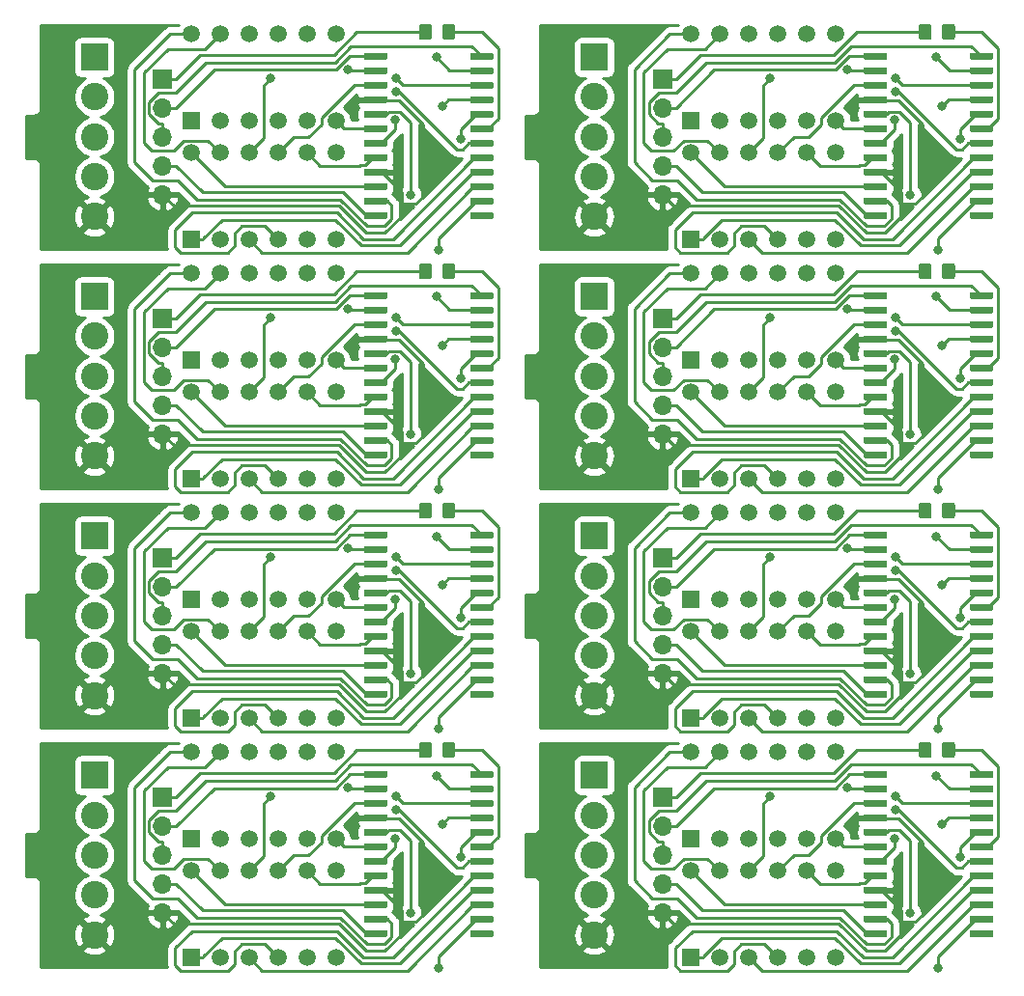
<source format=gbr>
G04 #@! TF.GenerationSoftware,KiCad,Pcbnew,5.1.5+dfsg1-2build2*
G04 #@! TF.CreationDate,2021-11-16T18:46:50-05:00*
G04 #@! TF.ProjectId,,58585858-5858-4585-9858-585858585858,rev?*
G04 #@! TF.SameCoordinates,Original*
G04 #@! TF.FileFunction,Copper,L2,Bot*
G04 #@! TF.FilePolarity,Positive*
%FSLAX46Y46*%
G04 Gerber Fmt 4.6, Leading zero omitted, Abs format (unit mm)*
G04 Created by KiCad (PCBNEW 5.1.5+dfsg1-2build2) date 2021-11-16 18:46:50*
%MOMM*%
%LPD*%
G04 APERTURE LIST*
%ADD10C,1.500000*%
%ADD11R,1.500000X1.500000*%
%ADD12C,0.100000*%
%ADD13R,2.400000X2.400000*%
%ADD14C,2.400000*%
%ADD15R,1.700000X1.700000*%
%ADD16O,1.700000X1.700000*%
%ADD17C,0.800000*%
%ADD18C,0.250000*%
%ADD19C,0.254000*%
G04 APERTURE END LIST*
D10*
X163319500Y-110822500D03*
X165859500Y-110822500D03*
X168399500Y-110822500D03*
X170939500Y-110822500D03*
X173479500Y-110822500D03*
X176019500Y-110822500D03*
X176019500Y-118442500D03*
X173479500Y-118442500D03*
X170939500Y-118442500D03*
X168399500Y-118442500D03*
X165859500Y-118442500D03*
D11*
X163319500Y-118442500D03*
D10*
X119519500Y-110822500D03*
X122059500Y-110822500D03*
X124599500Y-110822500D03*
X127139500Y-110822500D03*
X129679500Y-110822500D03*
X132219500Y-110822500D03*
X132219500Y-118442500D03*
X129679500Y-118442500D03*
X127139500Y-118442500D03*
X124599500Y-118442500D03*
X122059500Y-118442500D03*
D11*
X119519500Y-118442500D03*
D10*
X163319500Y-89822500D03*
X165859500Y-89822500D03*
X168399500Y-89822500D03*
X170939500Y-89822500D03*
X173479500Y-89822500D03*
X176019500Y-89822500D03*
X176019500Y-97442500D03*
X173479500Y-97442500D03*
X170939500Y-97442500D03*
X168399500Y-97442500D03*
X165859500Y-97442500D03*
D11*
X163319500Y-97442500D03*
D10*
X119519500Y-89822500D03*
X122059500Y-89822500D03*
X124599500Y-89822500D03*
X127139500Y-89822500D03*
X129679500Y-89822500D03*
X132219500Y-89822500D03*
X132219500Y-97442500D03*
X129679500Y-97442500D03*
X127139500Y-97442500D03*
X124599500Y-97442500D03*
X122059500Y-97442500D03*
D11*
X119519500Y-97442500D03*
D10*
X163319500Y-68822500D03*
X165859500Y-68822500D03*
X168399500Y-68822500D03*
X170939500Y-68822500D03*
X173479500Y-68822500D03*
X176019500Y-68822500D03*
X176019500Y-76442500D03*
X173479500Y-76442500D03*
X170939500Y-76442500D03*
X168399500Y-76442500D03*
X165859500Y-76442500D03*
D11*
X163319500Y-76442500D03*
D10*
X119519500Y-68822500D03*
X122059500Y-68822500D03*
X124599500Y-68822500D03*
X127139500Y-68822500D03*
X129679500Y-68822500D03*
X132219500Y-68822500D03*
X132219500Y-76442500D03*
X129679500Y-76442500D03*
X127139500Y-76442500D03*
X124599500Y-76442500D03*
X122059500Y-76442500D03*
D11*
X119519500Y-76442500D03*
D10*
X163319500Y-47822500D03*
X165859500Y-47822500D03*
X168399500Y-47822500D03*
X170939500Y-47822500D03*
X173479500Y-47822500D03*
X176019500Y-47822500D03*
X176019500Y-55442500D03*
X173479500Y-55442500D03*
X170939500Y-55442500D03*
X168399500Y-55442500D03*
X165859500Y-55442500D03*
D11*
X163319500Y-55442500D03*
D10*
X163319500Y-121242500D03*
X165859500Y-121242500D03*
X168399500Y-121242500D03*
X170939500Y-121242500D03*
X173479500Y-121242500D03*
X176019500Y-121242500D03*
X176019500Y-128862500D03*
X173479500Y-128862500D03*
X170939500Y-128862500D03*
X168399500Y-128862500D03*
X165859500Y-128862500D03*
D11*
X163319500Y-128862500D03*
D10*
X119519500Y-121242500D03*
X122059500Y-121242500D03*
X124599500Y-121242500D03*
X127139500Y-121242500D03*
X129679500Y-121242500D03*
X132219500Y-121242500D03*
X132219500Y-128862500D03*
X129679500Y-128862500D03*
X127139500Y-128862500D03*
X124599500Y-128862500D03*
X122059500Y-128862500D03*
D11*
X119519500Y-128862500D03*
D10*
X163319500Y-100242500D03*
X165859500Y-100242500D03*
X168399500Y-100242500D03*
X170939500Y-100242500D03*
X173479500Y-100242500D03*
X176019500Y-100242500D03*
X176019500Y-107862500D03*
X173479500Y-107862500D03*
X170939500Y-107862500D03*
X168399500Y-107862500D03*
X165859500Y-107862500D03*
D11*
X163319500Y-107862500D03*
D10*
X119519500Y-100242500D03*
X122059500Y-100242500D03*
X124599500Y-100242500D03*
X127139500Y-100242500D03*
X129679500Y-100242500D03*
X132219500Y-100242500D03*
X132219500Y-107862500D03*
X129679500Y-107862500D03*
X127139500Y-107862500D03*
X124599500Y-107862500D03*
X122059500Y-107862500D03*
D11*
X119519500Y-107862500D03*
D10*
X163319500Y-79242500D03*
X165859500Y-79242500D03*
X168399500Y-79242500D03*
X170939500Y-79242500D03*
X173479500Y-79242500D03*
X176019500Y-79242500D03*
X176019500Y-86862500D03*
X173479500Y-86862500D03*
X170939500Y-86862500D03*
X168399500Y-86862500D03*
X165859500Y-86862500D03*
D11*
X163319500Y-86862500D03*
D10*
X119519500Y-79242500D03*
X122059500Y-79242500D03*
X124599500Y-79242500D03*
X127139500Y-79242500D03*
X129679500Y-79242500D03*
X132219500Y-79242500D03*
X132219500Y-86862500D03*
X129679500Y-86862500D03*
X127139500Y-86862500D03*
X124599500Y-86862500D03*
X122059500Y-86862500D03*
D11*
X119519500Y-86862500D03*
D10*
X163319500Y-58242500D03*
X165859500Y-58242500D03*
X168399500Y-58242500D03*
X170939500Y-58242500D03*
X173479500Y-58242500D03*
X176019500Y-58242500D03*
X176019500Y-65862500D03*
X173479500Y-65862500D03*
X170939500Y-65862500D03*
X168399500Y-65862500D03*
X165859500Y-65862500D03*
D11*
X163319500Y-65862500D03*
G04 #@! TA.AperFunction,SMDPad,CuDef*
D12*
G36*
X180387203Y-126442222D02*
G01*
X180401764Y-126444382D01*
X180416043Y-126447959D01*
X180429903Y-126452918D01*
X180443210Y-126459212D01*
X180455836Y-126466780D01*
X180467659Y-126475548D01*
X180478566Y-126485434D01*
X180488452Y-126496341D01*
X180497220Y-126508164D01*
X180504788Y-126520790D01*
X180511082Y-126534097D01*
X180516041Y-126547957D01*
X180519618Y-126562236D01*
X180521778Y-126576797D01*
X180522500Y-126591500D01*
X180522500Y-126891500D01*
X180521778Y-126906203D01*
X180519618Y-126920764D01*
X180516041Y-126935043D01*
X180511082Y-126948903D01*
X180504788Y-126962210D01*
X180497220Y-126974836D01*
X180488452Y-126986659D01*
X180478566Y-126997566D01*
X180467659Y-127007452D01*
X180455836Y-127016220D01*
X180443210Y-127023788D01*
X180429903Y-127030082D01*
X180416043Y-127035041D01*
X180401764Y-127038618D01*
X180387203Y-127040778D01*
X180372500Y-127041500D01*
X178622500Y-127041500D01*
X178607797Y-127040778D01*
X178593236Y-127038618D01*
X178578957Y-127035041D01*
X178565097Y-127030082D01*
X178551790Y-127023788D01*
X178539164Y-127016220D01*
X178527341Y-127007452D01*
X178516434Y-126997566D01*
X178506548Y-126986659D01*
X178497780Y-126974836D01*
X178490212Y-126962210D01*
X178483918Y-126948903D01*
X178478959Y-126935043D01*
X178475382Y-126920764D01*
X178473222Y-126906203D01*
X178472500Y-126891500D01*
X178472500Y-126591500D01*
X178473222Y-126576797D01*
X178475382Y-126562236D01*
X178478959Y-126547957D01*
X178483918Y-126534097D01*
X178490212Y-126520790D01*
X178497780Y-126508164D01*
X178506548Y-126496341D01*
X178516434Y-126485434D01*
X178527341Y-126475548D01*
X178539164Y-126466780D01*
X178551790Y-126459212D01*
X178565097Y-126452918D01*
X178578957Y-126447959D01*
X178593236Y-126444382D01*
X178607797Y-126442222D01*
X178622500Y-126441500D01*
X180372500Y-126441500D01*
X180387203Y-126442222D01*
G37*
G04 #@! TD.AperFunction*
G04 #@! TA.AperFunction,SMDPad,CuDef*
G36*
X180387203Y-125172222D02*
G01*
X180401764Y-125174382D01*
X180416043Y-125177959D01*
X180429903Y-125182918D01*
X180443210Y-125189212D01*
X180455836Y-125196780D01*
X180467659Y-125205548D01*
X180478566Y-125215434D01*
X180488452Y-125226341D01*
X180497220Y-125238164D01*
X180504788Y-125250790D01*
X180511082Y-125264097D01*
X180516041Y-125277957D01*
X180519618Y-125292236D01*
X180521778Y-125306797D01*
X180522500Y-125321500D01*
X180522500Y-125621500D01*
X180521778Y-125636203D01*
X180519618Y-125650764D01*
X180516041Y-125665043D01*
X180511082Y-125678903D01*
X180504788Y-125692210D01*
X180497220Y-125704836D01*
X180488452Y-125716659D01*
X180478566Y-125727566D01*
X180467659Y-125737452D01*
X180455836Y-125746220D01*
X180443210Y-125753788D01*
X180429903Y-125760082D01*
X180416043Y-125765041D01*
X180401764Y-125768618D01*
X180387203Y-125770778D01*
X180372500Y-125771500D01*
X178622500Y-125771500D01*
X178607797Y-125770778D01*
X178593236Y-125768618D01*
X178578957Y-125765041D01*
X178565097Y-125760082D01*
X178551790Y-125753788D01*
X178539164Y-125746220D01*
X178527341Y-125737452D01*
X178516434Y-125727566D01*
X178506548Y-125716659D01*
X178497780Y-125704836D01*
X178490212Y-125692210D01*
X178483918Y-125678903D01*
X178478959Y-125665043D01*
X178475382Y-125650764D01*
X178473222Y-125636203D01*
X178472500Y-125621500D01*
X178472500Y-125321500D01*
X178473222Y-125306797D01*
X178475382Y-125292236D01*
X178478959Y-125277957D01*
X178483918Y-125264097D01*
X178490212Y-125250790D01*
X178497780Y-125238164D01*
X178506548Y-125226341D01*
X178516434Y-125215434D01*
X178527341Y-125205548D01*
X178539164Y-125196780D01*
X178551790Y-125189212D01*
X178565097Y-125182918D01*
X178578957Y-125177959D01*
X178593236Y-125174382D01*
X178607797Y-125172222D01*
X178622500Y-125171500D01*
X180372500Y-125171500D01*
X180387203Y-125172222D01*
G37*
G04 #@! TD.AperFunction*
G04 #@! TA.AperFunction,SMDPad,CuDef*
G36*
X180387203Y-123902222D02*
G01*
X180401764Y-123904382D01*
X180416043Y-123907959D01*
X180429903Y-123912918D01*
X180443210Y-123919212D01*
X180455836Y-123926780D01*
X180467659Y-123935548D01*
X180478566Y-123945434D01*
X180488452Y-123956341D01*
X180497220Y-123968164D01*
X180504788Y-123980790D01*
X180511082Y-123994097D01*
X180516041Y-124007957D01*
X180519618Y-124022236D01*
X180521778Y-124036797D01*
X180522500Y-124051500D01*
X180522500Y-124351500D01*
X180521778Y-124366203D01*
X180519618Y-124380764D01*
X180516041Y-124395043D01*
X180511082Y-124408903D01*
X180504788Y-124422210D01*
X180497220Y-124434836D01*
X180488452Y-124446659D01*
X180478566Y-124457566D01*
X180467659Y-124467452D01*
X180455836Y-124476220D01*
X180443210Y-124483788D01*
X180429903Y-124490082D01*
X180416043Y-124495041D01*
X180401764Y-124498618D01*
X180387203Y-124500778D01*
X180372500Y-124501500D01*
X178622500Y-124501500D01*
X178607797Y-124500778D01*
X178593236Y-124498618D01*
X178578957Y-124495041D01*
X178565097Y-124490082D01*
X178551790Y-124483788D01*
X178539164Y-124476220D01*
X178527341Y-124467452D01*
X178516434Y-124457566D01*
X178506548Y-124446659D01*
X178497780Y-124434836D01*
X178490212Y-124422210D01*
X178483918Y-124408903D01*
X178478959Y-124395043D01*
X178475382Y-124380764D01*
X178473222Y-124366203D01*
X178472500Y-124351500D01*
X178472500Y-124051500D01*
X178473222Y-124036797D01*
X178475382Y-124022236D01*
X178478959Y-124007957D01*
X178483918Y-123994097D01*
X178490212Y-123980790D01*
X178497780Y-123968164D01*
X178506548Y-123956341D01*
X178516434Y-123945434D01*
X178527341Y-123935548D01*
X178539164Y-123926780D01*
X178551790Y-123919212D01*
X178565097Y-123912918D01*
X178578957Y-123907959D01*
X178593236Y-123904382D01*
X178607797Y-123902222D01*
X178622500Y-123901500D01*
X180372500Y-123901500D01*
X180387203Y-123902222D01*
G37*
G04 #@! TD.AperFunction*
G04 #@! TA.AperFunction,SMDPad,CuDef*
G36*
X180387203Y-122632222D02*
G01*
X180401764Y-122634382D01*
X180416043Y-122637959D01*
X180429903Y-122642918D01*
X180443210Y-122649212D01*
X180455836Y-122656780D01*
X180467659Y-122665548D01*
X180478566Y-122675434D01*
X180488452Y-122686341D01*
X180497220Y-122698164D01*
X180504788Y-122710790D01*
X180511082Y-122724097D01*
X180516041Y-122737957D01*
X180519618Y-122752236D01*
X180521778Y-122766797D01*
X180522500Y-122781500D01*
X180522500Y-123081500D01*
X180521778Y-123096203D01*
X180519618Y-123110764D01*
X180516041Y-123125043D01*
X180511082Y-123138903D01*
X180504788Y-123152210D01*
X180497220Y-123164836D01*
X180488452Y-123176659D01*
X180478566Y-123187566D01*
X180467659Y-123197452D01*
X180455836Y-123206220D01*
X180443210Y-123213788D01*
X180429903Y-123220082D01*
X180416043Y-123225041D01*
X180401764Y-123228618D01*
X180387203Y-123230778D01*
X180372500Y-123231500D01*
X178622500Y-123231500D01*
X178607797Y-123230778D01*
X178593236Y-123228618D01*
X178578957Y-123225041D01*
X178565097Y-123220082D01*
X178551790Y-123213788D01*
X178539164Y-123206220D01*
X178527341Y-123197452D01*
X178516434Y-123187566D01*
X178506548Y-123176659D01*
X178497780Y-123164836D01*
X178490212Y-123152210D01*
X178483918Y-123138903D01*
X178478959Y-123125043D01*
X178475382Y-123110764D01*
X178473222Y-123096203D01*
X178472500Y-123081500D01*
X178472500Y-122781500D01*
X178473222Y-122766797D01*
X178475382Y-122752236D01*
X178478959Y-122737957D01*
X178483918Y-122724097D01*
X178490212Y-122710790D01*
X178497780Y-122698164D01*
X178506548Y-122686341D01*
X178516434Y-122675434D01*
X178527341Y-122665548D01*
X178539164Y-122656780D01*
X178551790Y-122649212D01*
X178565097Y-122642918D01*
X178578957Y-122637959D01*
X178593236Y-122634382D01*
X178607797Y-122632222D01*
X178622500Y-122631500D01*
X180372500Y-122631500D01*
X180387203Y-122632222D01*
G37*
G04 #@! TD.AperFunction*
G04 #@! TA.AperFunction,SMDPad,CuDef*
G36*
X180387203Y-121362222D02*
G01*
X180401764Y-121364382D01*
X180416043Y-121367959D01*
X180429903Y-121372918D01*
X180443210Y-121379212D01*
X180455836Y-121386780D01*
X180467659Y-121395548D01*
X180478566Y-121405434D01*
X180488452Y-121416341D01*
X180497220Y-121428164D01*
X180504788Y-121440790D01*
X180511082Y-121454097D01*
X180516041Y-121467957D01*
X180519618Y-121482236D01*
X180521778Y-121496797D01*
X180522500Y-121511500D01*
X180522500Y-121811500D01*
X180521778Y-121826203D01*
X180519618Y-121840764D01*
X180516041Y-121855043D01*
X180511082Y-121868903D01*
X180504788Y-121882210D01*
X180497220Y-121894836D01*
X180488452Y-121906659D01*
X180478566Y-121917566D01*
X180467659Y-121927452D01*
X180455836Y-121936220D01*
X180443210Y-121943788D01*
X180429903Y-121950082D01*
X180416043Y-121955041D01*
X180401764Y-121958618D01*
X180387203Y-121960778D01*
X180372500Y-121961500D01*
X178622500Y-121961500D01*
X178607797Y-121960778D01*
X178593236Y-121958618D01*
X178578957Y-121955041D01*
X178565097Y-121950082D01*
X178551790Y-121943788D01*
X178539164Y-121936220D01*
X178527341Y-121927452D01*
X178516434Y-121917566D01*
X178506548Y-121906659D01*
X178497780Y-121894836D01*
X178490212Y-121882210D01*
X178483918Y-121868903D01*
X178478959Y-121855043D01*
X178475382Y-121840764D01*
X178473222Y-121826203D01*
X178472500Y-121811500D01*
X178472500Y-121511500D01*
X178473222Y-121496797D01*
X178475382Y-121482236D01*
X178478959Y-121467957D01*
X178483918Y-121454097D01*
X178490212Y-121440790D01*
X178497780Y-121428164D01*
X178506548Y-121416341D01*
X178516434Y-121405434D01*
X178527341Y-121395548D01*
X178539164Y-121386780D01*
X178551790Y-121379212D01*
X178565097Y-121372918D01*
X178578957Y-121367959D01*
X178593236Y-121364382D01*
X178607797Y-121362222D01*
X178622500Y-121361500D01*
X180372500Y-121361500D01*
X180387203Y-121362222D01*
G37*
G04 #@! TD.AperFunction*
G04 #@! TA.AperFunction,SMDPad,CuDef*
G36*
X180387203Y-120092222D02*
G01*
X180401764Y-120094382D01*
X180416043Y-120097959D01*
X180429903Y-120102918D01*
X180443210Y-120109212D01*
X180455836Y-120116780D01*
X180467659Y-120125548D01*
X180478566Y-120135434D01*
X180488452Y-120146341D01*
X180497220Y-120158164D01*
X180504788Y-120170790D01*
X180511082Y-120184097D01*
X180516041Y-120197957D01*
X180519618Y-120212236D01*
X180521778Y-120226797D01*
X180522500Y-120241500D01*
X180522500Y-120541500D01*
X180521778Y-120556203D01*
X180519618Y-120570764D01*
X180516041Y-120585043D01*
X180511082Y-120598903D01*
X180504788Y-120612210D01*
X180497220Y-120624836D01*
X180488452Y-120636659D01*
X180478566Y-120647566D01*
X180467659Y-120657452D01*
X180455836Y-120666220D01*
X180443210Y-120673788D01*
X180429903Y-120680082D01*
X180416043Y-120685041D01*
X180401764Y-120688618D01*
X180387203Y-120690778D01*
X180372500Y-120691500D01*
X178622500Y-120691500D01*
X178607797Y-120690778D01*
X178593236Y-120688618D01*
X178578957Y-120685041D01*
X178565097Y-120680082D01*
X178551790Y-120673788D01*
X178539164Y-120666220D01*
X178527341Y-120657452D01*
X178516434Y-120647566D01*
X178506548Y-120636659D01*
X178497780Y-120624836D01*
X178490212Y-120612210D01*
X178483918Y-120598903D01*
X178478959Y-120585043D01*
X178475382Y-120570764D01*
X178473222Y-120556203D01*
X178472500Y-120541500D01*
X178472500Y-120241500D01*
X178473222Y-120226797D01*
X178475382Y-120212236D01*
X178478959Y-120197957D01*
X178483918Y-120184097D01*
X178490212Y-120170790D01*
X178497780Y-120158164D01*
X178506548Y-120146341D01*
X178516434Y-120135434D01*
X178527341Y-120125548D01*
X178539164Y-120116780D01*
X178551790Y-120109212D01*
X178565097Y-120102918D01*
X178578957Y-120097959D01*
X178593236Y-120094382D01*
X178607797Y-120092222D01*
X178622500Y-120091500D01*
X180372500Y-120091500D01*
X180387203Y-120092222D01*
G37*
G04 #@! TD.AperFunction*
G04 #@! TA.AperFunction,SMDPad,CuDef*
G36*
X180387203Y-118822222D02*
G01*
X180401764Y-118824382D01*
X180416043Y-118827959D01*
X180429903Y-118832918D01*
X180443210Y-118839212D01*
X180455836Y-118846780D01*
X180467659Y-118855548D01*
X180478566Y-118865434D01*
X180488452Y-118876341D01*
X180497220Y-118888164D01*
X180504788Y-118900790D01*
X180511082Y-118914097D01*
X180516041Y-118927957D01*
X180519618Y-118942236D01*
X180521778Y-118956797D01*
X180522500Y-118971500D01*
X180522500Y-119271500D01*
X180521778Y-119286203D01*
X180519618Y-119300764D01*
X180516041Y-119315043D01*
X180511082Y-119328903D01*
X180504788Y-119342210D01*
X180497220Y-119354836D01*
X180488452Y-119366659D01*
X180478566Y-119377566D01*
X180467659Y-119387452D01*
X180455836Y-119396220D01*
X180443210Y-119403788D01*
X180429903Y-119410082D01*
X180416043Y-119415041D01*
X180401764Y-119418618D01*
X180387203Y-119420778D01*
X180372500Y-119421500D01*
X178622500Y-119421500D01*
X178607797Y-119420778D01*
X178593236Y-119418618D01*
X178578957Y-119415041D01*
X178565097Y-119410082D01*
X178551790Y-119403788D01*
X178539164Y-119396220D01*
X178527341Y-119387452D01*
X178516434Y-119377566D01*
X178506548Y-119366659D01*
X178497780Y-119354836D01*
X178490212Y-119342210D01*
X178483918Y-119328903D01*
X178478959Y-119315043D01*
X178475382Y-119300764D01*
X178473222Y-119286203D01*
X178472500Y-119271500D01*
X178472500Y-118971500D01*
X178473222Y-118956797D01*
X178475382Y-118942236D01*
X178478959Y-118927957D01*
X178483918Y-118914097D01*
X178490212Y-118900790D01*
X178497780Y-118888164D01*
X178506548Y-118876341D01*
X178516434Y-118865434D01*
X178527341Y-118855548D01*
X178539164Y-118846780D01*
X178551790Y-118839212D01*
X178565097Y-118832918D01*
X178578957Y-118827959D01*
X178593236Y-118824382D01*
X178607797Y-118822222D01*
X178622500Y-118821500D01*
X180372500Y-118821500D01*
X180387203Y-118822222D01*
G37*
G04 #@! TD.AperFunction*
G04 #@! TA.AperFunction,SMDPad,CuDef*
G36*
X180387203Y-117552222D02*
G01*
X180401764Y-117554382D01*
X180416043Y-117557959D01*
X180429903Y-117562918D01*
X180443210Y-117569212D01*
X180455836Y-117576780D01*
X180467659Y-117585548D01*
X180478566Y-117595434D01*
X180488452Y-117606341D01*
X180497220Y-117618164D01*
X180504788Y-117630790D01*
X180511082Y-117644097D01*
X180516041Y-117657957D01*
X180519618Y-117672236D01*
X180521778Y-117686797D01*
X180522500Y-117701500D01*
X180522500Y-118001500D01*
X180521778Y-118016203D01*
X180519618Y-118030764D01*
X180516041Y-118045043D01*
X180511082Y-118058903D01*
X180504788Y-118072210D01*
X180497220Y-118084836D01*
X180488452Y-118096659D01*
X180478566Y-118107566D01*
X180467659Y-118117452D01*
X180455836Y-118126220D01*
X180443210Y-118133788D01*
X180429903Y-118140082D01*
X180416043Y-118145041D01*
X180401764Y-118148618D01*
X180387203Y-118150778D01*
X180372500Y-118151500D01*
X178622500Y-118151500D01*
X178607797Y-118150778D01*
X178593236Y-118148618D01*
X178578957Y-118145041D01*
X178565097Y-118140082D01*
X178551790Y-118133788D01*
X178539164Y-118126220D01*
X178527341Y-118117452D01*
X178516434Y-118107566D01*
X178506548Y-118096659D01*
X178497780Y-118084836D01*
X178490212Y-118072210D01*
X178483918Y-118058903D01*
X178478959Y-118045043D01*
X178475382Y-118030764D01*
X178473222Y-118016203D01*
X178472500Y-118001500D01*
X178472500Y-117701500D01*
X178473222Y-117686797D01*
X178475382Y-117672236D01*
X178478959Y-117657957D01*
X178483918Y-117644097D01*
X178490212Y-117630790D01*
X178497780Y-117618164D01*
X178506548Y-117606341D01*
X178516434Y-117595434D01*
X178527341Y-117585548D01*
X178539164Y-117576780D01*
X178551790Y-117569212D01*
X178565097Y-117562918D01*
X178578957Y-117557959D01*
X178593236Y-117554382D01*
X178607797Y-117552222D01*
X178622500Y-117551500D01*
X180372500Y-117551500D01*
X180387203Y-117552222D01*
G37*
G04 #@! TD.AperFunction*
G04 #@! TA.AperFunction,SMDPad,CuDef*
G36*
X180387203Y-116282222D02*
G01*
X180401764Y-116284382D01*
X180416043Y-116287959D01*
X180429903Y-116292918D01*
X180443210Y-116299212D01*
X180455836Y-116306780D01*
X180467659Y-116315548D01*
X180478566Y-116325434D01*
X180488452Y-116336341D01*
X180497220Y-116348164D01*
X180504788Y-116360790D01*
X180511082Y-116374097D01*
X180516041Y-116387957D01*
X180519618Y-116402236D01*
X180521778Y-116416797D01*
X180522500Y-116431500D01*
X180522500Y-116731500D01*
X180521778Y-116746203D01*
X180519618Y-116760764D01*
X180516041Y-116775043D01*
X180511082Y-116788903D01*
X180504788Y-116802210D01*
X180497220Y-116814836D01*
X180488452Y-116826659D01*
X180478566Y-116837566D01*
X180467659Y-116847452D01*
X180455836Y-116856220D01*
X180443210Y-116863788D01*
X180429903Y-116870082D01*
X180416043Y-116875041D01*
X180401764Y-116878618D01*
X180387203Y-116880778D01*
X180372500Y-116881500D01*
X178622500Y-116881500D01*
X178607797Y-116880778D01*
X178593236Y-116878618D01*
X178578957Y-116875041D01*
X178565097Y-116870082D01*
X178551790Y-116863788D01*
X178539164Y-116856220D01*
X178527341Y-116847452D01*
X178516434Y-116837566D01*
X178506548Y-116826659D01*
X178497780Y-116814836D01*
X178490212Y-116802210D01*
X178483918Y-116788903D01*
X178478959Y-116775043D01*
X178475382Y-116760764D01*
X178473222Y-116746203D01*
X178472500Y-116731500D01*
X178472500Y-116431500D01*
X178473222Y-116416797D01*
X178475382Y-116402236D01*
X178478959Y-116387957D01*
X178483918Y-116374097D01*
X178490212Y-116360790D01*
X178497780Y-116348164D01*
X178506548Y-116336341D01*
X178516434Y-116325434D01*
X178527341Y-116315548D01*
X178539164Y-116306780D01*
X178551790Y-116299212D01*
X178565097Y-116292918D01*
X178578957Y-116287959D01*
X178593236Y-116284382D01*
X178607797Y-116282222D01*
X178622500Y-116281500D01*
X180372500Y-116281500D01*
X180387203Y-116282222D01*
G37*
G04 #@! TD.AperFunction*
G04 #@! TA.AperFunction,SMDPad,CuDef*
G36*
X180387203Y-115012222D02*
G01*
X180401764Y-115014382D01*
X180416043Y-115017959D01*
X180429903Y-115022918D01*
X180443210Y-115029212D01*
X180455836Y-115036780D01*
X180467659Y-115045548D01*
X180478566Y-115055434D01*
X180488452Y-115066341D01*
X180497220Y-115078164D01*
X180504788Y-115090790D01*
X180511082Y-115104097D01*
X180516041Y-115117957D01*
X180519618Y-115132236D01*
X180521778Y-115146797D01*
X180522500Y-115161500D01*
X180522500Y-115461500D01*
X180521778Y-115476203D01*
X180519618Y-115490764D01*
X180516041Y-115505043D01*
X180511082Y-115518903D01*
X180504788Y-115532210D01*
X180497220Y-115544836D01*
X180488452Y-115556659D01*
X180478566Y-115567566D01*
X180467659Y-115577452D01*
X180455836Y-115586220D01*
X180443210Y-115593788D01*
X180429903Y-115600082D01*
X180416043Y-115605041D01*
X180401764Y-115608618D01*
X180387203Y-115610778D01*
X180372500Y-115611500D01*
X178622500Y-115611500D01*
X178607797Y-115610778D01*
X178593236Y-115608618D01*
X178578957Y-115605041D01*
X178565097Y-115600082D01*
X178551790Y-115593788D01*
X178539164Y-115586220D01*
X178527341Y-115577452D01*
X178516434Y-115567566D01*
X178506548Y-115556659D01*
X178497780Y-115544836D01*
X178490212Y-115532210D01*
X178483918Y-115518903D01*
X178478959Y-115505043D01*
X178475382Y-115490764D01*
X178473222Y-115476203D01*
X178472500Y-115461500D01*
X178472500Y-115161500D01*
X178473222Y-115146797D01*
X178475382Y-115132236D01*
X178478959Y-115117957D01*
X178483918Y-115104097D01*
X178490212Y-115090790D01*
X178497780Y-115078164D01*
X178506548Y-115066341D01*
X178516434Y-115055434D01*
X178527341Y-115045548D01*
X178539164Y-115036780D01*
X178551790Y-115029212D01*
X178565097Y-115022918D01*
X178578957Y-115017959D01*
X178593236Y-115014382D01*
X178607797Y-115012222D01*
X178622500Y-115011500D01*
X180372500Y-115011500D01*
X180387203Y-115012222D01*
G37*
G04 #@! TD.AperFunction*
G04 #@! TA.AperFunction,SMDPad,CuDef*
G36*
X180387203Y-113742222D02*
G01*
X180401764Y-113744382D01*
X180416043Y-113747959D01*
X180429903Y-113752918D01*
X180443210Y-113759212D01*
X180455836Y-113766780D01*
X180467659Y-113775548D01*
X180478566Y-113785434D01*
X180488452Y-113796341D01*
X180497220Y-113808164D01*
X180504788Y-113820790D01*
X180511082Y-113834097D01*
X180516041Y-113847957D01*
X180519618Y-113862236D01*
X180521778Y-113876797D01*
X180522500Y-113891500D01*
X180522500Y-114191500D01*
X180521778Y-114206203D01*
X180519618Y-114220764D01*
X180516041Y-114235043D01*
X180511082Y-114248903D01*
X180504788Y-114262210D01*
X180497220Y-114274836D01*
X180488452Y-114286659D01*
X180478566Y-114297566D01*
X180467659Y-114307452D01*
X180455836Y-114316220D01*
X180443210Y-114323788D01*
X180429903Y-114330082D01*
X180416043Y-114335041D01*
X180401764Y-114338618D01*
X180387203Y-114340778D01*
X180372500Y-114341500D01*
X178622500Y-114341500D01*
X178607797Y-114340778D01*
X178593236Y-114338618D01*
X178578957Y-114335041D01*
X178565097Y-114330082D01*
X178551790Y-114323788D01*
X178539164Y-114316220D01*
X178527341Y-114307452D01*
X178516434Y-114297566D01*
X178506548Y-114286659D01*
X178497780Y-114274836D01*
X178490212Y-114262210D01*
X178483918Y-114248903D01*
X178478959Y-114235043D01*
X178475382Y-114220764D01*
X178473222Y-114206203D01*
X178472500Y-114191500D01*
X178472500Y-113891500D01*
X178473222Y-113876797D01*
X178475382Y-113862236D01*
X178478959Y-113847957D01*
X178483918Y-113834097D01*
X178490212Y-113820790D01*
X178497780Y-113808164D01*
X178506548Y-113796341D01*
X178516434Y-113785434D01*
X178527341Y-113775548D01*
X178539164Y-113766780D01*
X178551790Y-113759212D01*
X178565097Y-113752918D01*
X178578957Y-113747959D01*
X178593236Y-113744382D01*
X178607797Y-113742222D01*
X178622500Y-113741500D01*
X180372500Y-113741500D01*
X180387203Y-113742222D01*
G37*
G04 #@! TD.AperFunction*
G04 #@! TA.AperFunction,SMDPad,CuDef*
G36*
X180387203Y-112472222D02*
G01*
X180401764Y-112474382D01*
X180416043Y-112477959D01*
X180429903Y-112482918D01*
X180443210Y-112489212D01*
X180455836Y-112496780D01*
X180467659Y-112505548D01*
X180478566Y-112515434D01*
X180488452Y-112526341D01*
X180497220Y-112538164D01*
X180504788Y-112550790D01*
X180511082Y-112564097D01*
X180516041Y-112577957D01*
X180519618Y-112592236D01*
X180521778Y-112606797D01*
X180522500Y-112621500D01*
X180522500Y-112921500D01*
X180521778Y-112936203D01*
X180519618Y-112950764D01*
X180516041Y-112965043D01*
X180511082Y-112978903D01*
X180504788Y-112992210D01*
X180497220Y-113004836D01*
X180488452Y-113016659D01*
X180478566Y-113027566D01*
X180467659Y-113037452D01*
X180455836Y-113046220D01*
X180443210Y-113053788D01*
X180429903Y-113060082D01*
X180416043Y-113065041D01*
X180401764Y-113068618D01*
X180387203Y-113070778D01*
X180372500Y-113071500D01*
X178622500Y-113071500D01*
X178607797Y-113070778D01*
X178593236Y-113068618D01*
X178578957Y-113065041D01*
X178565097Y-113060082D01*
X178551790Y-113053788D01*
X178539164Y-113046220D01*
X178527341Y-113037452D01*
X178516434Y-113027566D01*
X178506548Y-113016659D01*
X178497780Y-113004836D01*
X178490212Y-112992210D01*
X178483918Y-112978903D01*
X178478959Y-112965043D01*
X178475382Y-112950764D01*
X178473222Y-112936203D01*
X178472500Y-112921500D01*
X178472500Y-112621500D01*
X178473222Y-112606797D01*
X178475382Y-112592236D01*
X178478959Y-112577957D01*
X178483918Y-112564097D01*
X178490212Y-112550790D01*
X178497780Y-112538164D01*
X178506548Y-112526341D01*
X178516434Y-112515434D01*
X178527341Y-112505548D01*
X178539164Y-112496780D01*
X178551790Y-112489212D01*
X178565097Y-112482918D01*
X178578957Y-112477959D01*
X178593236Y-112474382D01*
X178607797Y-112472222D01*
X178622500Y-112471500D01*
X180372500Y-112471500D01*
X180387203Y-112472222D01*
G37*
G04 #@! TD.AperFunction*
G04 #@! TA.AperFunction,SMDPad,CuDef*
G36*
X189687203Y-112472222D02*
G01*
X189701764Y-112474382D01*
X189716043Y-112477959D01*
X189729903Y-112482918D01*
X189743210Y-112489212D01*
X189755836Y-112496780D01*
X189767659Y-112505548D01*
X189778566Y-112515434D01*
X189788452Y-112526341D01*
X189797220Y-112538164D01*
X189804788Y-112550790D01*
X189811082Y-112564097D01*
X189816041Y-112577957D01*
X189819618Y-112592236D01*
X189821778Y-112606797D01*
X189822500Y-112621500D01*
X189822500Y-112921500D01*
X189821778Y-112936203D01*
X189819618Y-112950764D01*
X189816041Y-112965043D01*
X189811082Y-112978903D01*
X189804788Y-112992210D01*
X189797220Y-113004836D01*
X189788452Y-113016659D01*
X189778566Y-113027566D01*
X189767659Y-113037452D01*
X189755836Y-113046220D01*
X189743210Y-113053788D01*
X189729903Y-113060082D01*
X189716043Y-113065041D01*
X189701764Y-113068618D01*
X189687203Y-113070778D01*
X189672500Y-113071500D01*
X187922500Y-113071500D01*
X187907797Y-113070778D01*
X187893236Y-113068618D01*
X187878957Y-113065041D01*
X187865097Y-113060082D01*
X187851790Y-113053788D01*
X187839164Y-113046220D01*
X187827341Y-113037452D01*
X187816434Y-113027566D01*
X187806548Y-113016659D01*
X187797780Y-113004836D01*
X187790212Y-112992210D01*
X187783918Y-112978903D01*
X187778959Y-112965043D01*
X187775382Y-112950764D01*
X187773222Y-112936203D01*
X187772500Y-112921500D01*
X187772500Y-112621500D01*
X187773222Y-112606797D01*
X187775382Y-112592236D01*
X187778959Y-112577957D01*
X187783918Y-112564097D01*
X187790212Y-112550790D01*
X187797780Y-112538164D01*
X187806548Y-112526341D01*
X187816434Y-112515434D01*
X187827341Y-112505548D01*
X187839164Y-112496780D01*
X187851790Y-112489212D01*
X187865097Y-112482918D01*
X187878957Y-112477959D01*
X187893236Y-112474382D01*
X187907797Y-112472222D01*
X187922500Y-112471500D01*
X189672500Y-112471500D01*
X189687203Y-112472222D01*
G37*
G04 #@! TD.AperFunction*
G04 #@! TA.AperFunction,SMDPad,CuDef*
G36*
X189687203Y-113742222D02*
G01*
X189701764Y-113744382D01*
X189716043Y-113747959D01*
X189729903Y-113752918D01*
X189743210Y-113759212D01*
X189755836Y-113766780D01*
X189767659Y-113775548D01*
X189778566Y-113785434D01*
X189788452Y-113796341D01*
X189797220Y-113808164D01*
X189804788Y-113820790D01*
X189811082Y-113834097D01*
X189816041Y-113847957D01*
X189819618Y-113862236D01*
X189821778Y-113876797D01*
X189822500Y-113891500D01*
X189822500Y-114191500D01*
X189821778Y-114206203D01*
X189819618Y-114220764D01*
X189816041Y-114235043D01*
X189811082Y-114248903D01*
X189804788Y-114262210D01*
X189797220Y-114274836D01*
X189788452Y-114286659D01*
X189778566Y-114297566D01*
X189767659Y-114307452D01*
X189755836Y-114316220D01*
X189743210Y-114323788D01*
X189729903Y-114330082D01*
X189716043Y-114335041D01*
X189701764Y-114338618D01*
X189687203Y-114340778D01*
X189672500Y-114341500D01*
X187922500Y-114341500D01*
X187907797Y-114340778D01*
X187893236Y-114338618D01*
X187878957Y-114335041D01*
X187865097Y-114330082D01*
X187851790Y-114323788D01*
X187839164Y-114316220D01*
X187827341Y-114307452D01*
X187816434Y-114297566D01*
X187806548Y-114286659D01*
X187797780Y-114274836D01*
X187790212Y-114262210D01*
X187783918Y-114248903D01*
X187778959Y-114235043D01*
X187775382Y-114220764D01*
X187773222Y-114206203D01*
X187772500Y-114191500D01*
X187772500Y-113891500D01*
X187773222Y-113876797D01*
X187775382Y-113862236D01*
X187778959Y-113847957D01*
X187783918Y-113834097D01*
X187790212Y-113820790D01*
X187797780Y-113808164D01*
X187806548Y-113796341D01*
X187816434Y-113785434D01*
X187827341Y-113775548D01*
X187839164Y-113766780D01*
X187851790Y-113759212D01*
X187865097Y-113752918D01*
X187878957Y-113747959D01*
X187893236Y-113744382D01*
X187907797Y-113742222D01*
X187922500Y-113741500D01*
X189672500Y-113741500D01*
X189687203Y-113742222D01*
G37*
G04 #@! TD.AperFunction*
G04 #@! TA.AperFunction,SMDPad,CuDef*
G36*
X189687203Y-115012222D02*
G01*
X189701764Y-115014382D01*
X189716043Y-115017959D01*
X189729903Y-115022918D01*
X189743210Y-115029212D01*
X189755836Y-115036780D01*
X189767659Y-115045548D01*
X189778566Y-115055434D01*
X189788452Y-115066341D01*
X189797220Y-115078164D01*
X189804788Y-115090790D01*
X189811082Y-115104097D01*
X189816041Y-115117957D01*
X189819618Y-115132236D01*
X189821778Y-115146797D01*
X189822500Y-115161500D01*
X189822500Y-115461500D01*
X189821778Y-115476203D01*
X189819618Y-115490764D01*
X189816041Y-115505043D01*
X189811082Y-115518903D01*
X189804788Y-115532210D01*
X189797220Y-115544836D01*
X189788452Y-115556659D01*
X189778566Y-115567566D01*
X189767659Y-115577452D01*
X189755836Y-115586220D01*
X189743210Y-115593788D01*
X189729903Y-115600082D01*
X189716043Y-115605041D01*
X189701764Y-115608618D01*
X189687203Y-115610778D01*
X189672500Y-115611500D01*
X187922500Y-115611500D01*
X187907797Y-115610778D01*
X187893236Y-115608618D01*
X187878957Y-115605041D01*
X187865097Y-115600082D01*
X187851790Y-115593788D01*
X187839164Y-115586220D01*
X187827341Y-115577452D01*
X187816434Y-115567566D01*
X187806548Y-115556659D01*
X187797780Y-115544836D01*
X187790212Y-115532210D01*
X187783918Y-115518903D01*
X187778959Y-115505043D01*
X187775382Y-115490764D01*
X187773222Y-115476203D01*
X187772500Y-115461500D01*
X187772500Y-115161500D01*
X187773222Y-115146797D01*
X187775382Y-115132236D01*
X187778959Y-115117957D01*
X187783918Y-115104097D01*
X187790212Y-115090790D01*
X187797780Y-115078164D01*
X187806548Y-115066341D01*
X187816434Y-115055434D01*
X187827341Y-115045548D01*
X187839164Y-115036780D01*
X187851790Y-115029212D01*
X187865097Y-115022918D01*
X187878957Y-115017959D01*
X187893236Y-115014382D01*
X187907797Y-115012222D01*
X187922500Y-115011500D01*
X189672500Y-115011500D01*
X189687203Y-115012222D01*
G37*
G04 #@! TD.AperFunction*
G04 #@! TA.AperFunction,SMDPad,CuDef*
G36*
X189687203Y-116282222D02*
G01*
X189701764Y-116284382D01*
X189716043Y-116287959D01*
X189729903Y-116292918D01*
X189743210Y-116299212D01*
X189755836Y-116306780D01*
X189767659Y-116315548D01*
X189778566Y-116325434D01*
X189788452Y-116336341D01*
X189797220Y-116348164D01*
X189804788Y-116360790D01*
X189811082Y-116374097D01*
X189816041Y-116387957D01*
X189819618Y-116402236D01*
X189821778Y-116416797D01*
X189822500Y-116431500D01*
X189822500Y-116731500D01*
X189821778Y-116746203D01*
X189819618Y-116760764D01*
X189816041Y-116775043D01*
X189811082Y-116788903D01*
X189804788Y-116802210D01*
X189797220Y-116814836D01*
X189788452Y-116826659D01*
X189778566Y-116837566D01*
X189767659Y-116847452D01*
X189755836Y-116856220D01*
X189743210Y-116863788D01*
X189729903Y-116870082D01*
X189716043Y-116875041D01*
X189701764Y-116878618D01*
X189687203Y-116880778D01*
X189672500Y-116881500D01*
X187922500Y-116881500D01*
X187907797Y-116880778D01*
X187893236Y-116878618D01*
X187878957Y-116875041D01*
X187865097Y-116870082D01*
X187851790Y-116863788D01*
X187839164Y-116856220D01*
X187827341Y-116847452D01*
X187816434Y-116837566D01*
X187806548Y-116826659D01*
X187797780Y-116814836D01*
X187790212Y-116802210D01*
X187783918Y-116788903D01*
X187778959Y-116775043D01*
X187775382Y-116760764D01*
X187773222Y-116746203D01*
X187772500Y-116731500D01*
X187772500Y-116431500D01*
X187773222Y-116416797D01*
X187775382Y-116402236D01*
X187778959Y-116387957D01*
X187783918Y-116374097D01*
X187790212Y-116360790D01*
X187797780Y-116348164D01*
X187806548Y-116336341D01*
X187816434Y-116325434D01*
X187827341Y-116315548D01*
X187839164Y-116306780D01*
X187851790Y-116299212D01*
X187865097Y-116292918D01*
X187878957Y-116287959D01*
X187893236Y-116284382D01*
X187907797Y-116282222D01*
X187922500Y-116281500D01*
X189672500Y-116281500D01*
X189687203Y-116282222D01*
G37*
G04 #@! TD.AperFunction*
G04 #@! TA.AperFunction,SMDPad,CuDef*
G36*
X189687203Y-117552222D02*
G01*
X189701764Y-117554382D01*
X189716043Y-117557959D01*
X189729903Y-117562918D01*
X189743210Y-117569212D01*
X189755836Y-117576780D01*
X189767659Y-117585548D01*
X189778566Y-117595434D01*
X189788452Y-117606341D01*
X189797220Y-117618164D01*
X189804788Y-117630790D01*
X189811082Y-117644097D01*
X189816041Y-117657957D01*
X189819618Y-117672236D01*
X189821778Y-117686797D01*
X189822500Y-117701500D01*
X189822500Y-118001500D01*
X189821778Y-118016203D01*
X189819618Y-118030764D01*
X189816041Y-118045043D01*
X189811082Y-118058903D01*
X189804788Y-118072210D01*
X189797220Y-118084836D01*
X189788452Y-118096659D01*
X189778566Y-118107566D01*
X189767659Y-118117452D01*
X189755836Y-118126220D01*
X189743210Y-118133788D01*
X189729903Y-118140082D01*
X189716043Y-118145041D01*
X189701764Y-118148618D01*
X189687203Y-118150778D01*
X189672500Y-118151500D01*
X187922500Y-118151500D01*
X187907797Y-118150778D01*
X187893236Y-118148618D01*
X187878957Y-118145041D01*
X187865097Y-118140082D01*
X187851790Y-118133788D01*
X187839164Y-118126220D01*
X187827341Y-118117452D01*
X187816434Y-118107566D01*
X187806548Y-118096659D01*
X187797780Y-118084836D01*
X187790212Y-118072210D01*
X187783918Y-118058903D01*
X187778959Y-118045043D01*
X187775382Y-118030764D01*
X187773222Y-118016203D01*
X187772500Y-118001500D01*
X187772500Y-117701500D01*
X187773222Y-117686797D01*
X187775382Y-117672236D01*
X187778959Y-117657957D01*
X187783918Y-117644097D01*
X187790212Y-117630790D01*
X187797780Y-117618164D01*
X187806548Y-117606341D01*
X187816434Y-117595434D01*
X187827341Y-117585548D01*
X187839164Y-117576780D01*
X187851790Y-117569212D01*
X187865097Y-117562918D01*
X187878957Y-117557959D01*
X187893236Y-117554382D01*
X187907797Y-117552222D01*
X187922500Y-117551500D01*
X189672500Y-117551500D01*
X189687203Y-117552222D01*
G37*
G04 #@! TD.AperFunction*
G04 #@! TA.AperFunction,SMDPad,CuDef*
G36*
X189687203Y-118822222D02*
G01*
X189701764Y-118824382D01*
X189716043Y-118827959D01*
X189729903Y-118832918D01*
X189743210Y-118839212D01*
X189755836Y-118846780D01*
X189767659Y-118855548D01*
X189778566Y-118865434D01*
X189788452Y-118876341D01*
X189797220Y-118888164D01*
X189804788Y-118900790D01*
X189811082Y-118914097D01*
X189816041Y-118927957D01*
X189819618Y-118942236D01*
X189821778Y-118956797D01*
X189822500Y-118971500D01*
X189822500Y-119271500D01*
X189821778Y-119286203D01*
X189819618Y-119300764D01*
X189816041Y-119315043D01*
X189811082Y-119328903D01*
X189804788Y-119342210D01*
X189797220Y-119354836D01*
X189788452Y-119366659D01*
X189778566Y-119377566D01*
X189767659Y-119387452D01*
X189755836Y-119396220D01*
X189743210Y-119403788D01*
X189729903Y-119410082D01*
X189716043Y-119415041D01*
X189701764Y-119418618D01*
X189687203Y-119420778D01*
X189672500Y-119421500D01*
X187922500Y-119421500D01*
X187907797Y-119420778D01*
X187893236Y-119418618D01*
X187878957Y-119415041D01*
X187865097Y-119410082D01*
X187851790Y-119403788D01*
X187839164Y-119396220D01*
X187827341Y-119387452D01*
X187816434Y-119377566D01*
X187806548Y-119366659D01*
X187797780Y-119354836D01*
X187790212Y-119342210D01*
X187783918Y-119328903D01*
X187778959Y-119315043D01*
X187775382Y-119300764D01*
X187773222Y-119286203D01*
X187772500Y-119271500D01*
X187772500Y-118971500D01*
X187773222Y-118956797D01*
X187775382Y-118942236D01*
X187778959Y-118927957D01*
X187783918Y-118914097D01*
X187790212Y-118900790D01*
X187797780Y-118888164D01*
X187806548Y-118876341D01*
X187816434Y-118865434D01*
X187827341Y-118855548D01*
X187839164Y-118846780D01*
X187851790Y-118839212D01*
X187865097Y-118832918D01*
X187878957Y-118827959D01*
X187893236Y-118824382D01*
X187907797Y-118822222D01*
X187922500Y-118821500D01*
X189672500Y-118821500D01*
X189687203Y-118822222D01*
G37*
G04 #@! TD.AperFunction*
G04 #@! TA.AperFunction,SMDPad,CuDef*
G36*
X189687203Y-120092222D02*
G01*
X189701764Y-120094382D01*
X189716043Y-120097959D01*
X189729903Y-120102918D01*
X189743210Y-120109212D01*
X189755836Y-120116780D01*
X189767659Y-120125548D01*
X189778566Y-120135434D01*
X189788452Y-120146341D01*
X189797220Y-120158164D01*
X189804788Y-120170790D01*
X189811082Y-120184097D01*
X189816041Y-120197957D01*
X189819618Y-120212236D01*
X189821778Y-120226797D01*
X189822500Y-120241500D01*
X189822500Y-120541500D01*
X189821778Y-120556203D01*
X189819618Y-120570764D01*
X189816041Y-120585043D01*
X189811082Y-120598903D01*
X189804788Y-120612210D01*
X189797220Y-120624836D01*
X189788452Y-120636659D01*
X189778566Y-120647566D01*
X189767659Y-120657452D01*
X189755836Y-120666220D01*
X189743210Y-120673788D01*
X189729903Y-120680082D01*
X189716043Y-120685041D01*
X189701764Y-120688618D01*
X189687203Y-120690778D01*
X189672500Y-120691500D01*
X187922500Y-120691500D01*
X187907797Y-120690778D01*
X187893236Y-120688618D01*
X187878957Y-120685041D01*
X187865097Y-120680082D01*
X187851790Y-120673788D01*
X187839164Y-120666220D01*
X187827341Y-120657452D01*
X187816434Y-120647566D01*
X187806548Y-120636659D01*
X187797780Y-120624836D01*
X187790212Y-120612210D01*
X187783918Y-120598903D01*
X187778959Y-120585043D01*
X187775382Y-120570764D01*
X187773222Y-120556203D01*
X187772500Y-120541500D01*
X187772500Y-120241500D01*
X187773222Y-120226797D01*
X187775382Y-120212236D01*
X187778959Y-120197957D01*
X187783918Y-120184097D01*
X187790212Y-120170790D01*
X187797780Y-120158164D01*
X187806548Y-120146341D01*
X187816434Y-120135434D01*
X187827341Y-120125548D01*
X187839164Y-120116780D01*
X187851790Y-120109212D01*
X187865097Y-120102918D01*
X187878957Y-120097959D01*
X187893236Y-120094382D01*
X187907797Y-120092222D01*
X187922500Y-120091500D01*
X189672500Y-120091500D01*
X189687203Y-120092222D01*
G37*
G04 #@! TD.AperFunction*
G04 #@! TA.AperFunction,SMDPad,CuDef*
G36*
X189687203Y-121362222D02*
G01*
X189701764Y-121364382D01*
X189716043Y-121367959D01*
X189729903Y-121372918D01*
X189743210Y-121379212D01*
X189755836Y-121386780D01*
X189767659Y-121395548D01*
X189778566Y-121405434D01*
X189788452Y-121416341D01*
X189797220Y-121428164D01*
X189804788Y-121440790D01*
X189811082Y-121454097D01*
X189816041Y-121467957D01*
X189819618Y-121482236D01*
X189821778Y-121496797D01*
X189822500Y-121511500D01*
X189822500Y-121811500D01*
X189821778Y-121826203D01*
X189819618Y-121840764D01*
X189816041Y-121855043D01*
X189811082Y-121868903D01*
X189804788Y-121882210D01*
X189797220Y-121894836D01*
X189788452Y-121906659D01*
X189778566Y-121917566D01*
X189767659Y-121927452D01*
X189755836Y-121936220D01*
X189743210Y-121943788D01*
X189729903Y-121950082D01*
X189716043Y-121955041D01*
X189701764Y-121958618D01*
X189687203Y-121960778D01*
X189672500Y-121961500D01*
X187922500Y-121961500D01*
X187907797Y-121960778D01*
X187893236Y-121958618D01*
X187878957Y-121955041D01*
X187865097Y-121950082D01*
X187851790Y-121943788D01*
X187839164Y-121936220D01*
X187827341Y-121927452D01*
X187816434Y-121917566D01*
X187806548Y-121906659D01*
X187797780Y-121894836D01*
X187790212Y-121882210D01*
X187783918Y-121868903D01*
X187778959Y-121855043D01*
X187775382Y-121840764D01*
X187773222Y-121826203D01*
X187772500Y-121811500D01*
X187772500Y-121511500D01*
X187773222Y-121496797D01*
X187775382Y-121482236D01*
X187778959Y-121467957D01*
X187783918Y-121454097D01*
X187790212Y-121440790D01*
X187797780Y-121428164D01*
X187806548Y-121416341D01*
X187816434Y-121405434D01*
X187827341Y-121395548D01*
X187839164Y-121386780D01*
X187851790Y-121379212D01*
X187865097Y-121372918D01*
X187878957Y-121367959D01*
X187893236Y-121364382D01*
X187907797Y-121362222D01*
X187922500Y-121361500D01*
X189672500Y-121361500D01*
X189687203Y-121362222D01*
G37*
G04 #@! TD.AperFunction*
G04 #@! TA.AperFunction,SMDPad,CuDef*
G36*
X189687203Y-122632222D02*
G01*
X189701764Y-122634382D01*
X189716043Y-122637959D01*
X189729903Y-122642918D01*
X189743210Y-122649212D01*
X189755836Y-122656780D01*
X189767659Y-122665548D01*
X189778566Y-122675434D01*
X189788452Y-122686341D01*
X189797220Y-122698164D01*
X189804788Y-122710790D01*
X189811082Y-122724097D01*
X189816041Y-122737957D01*
X189819618Y-122752236D01*
X189821778Y-122766797D01*
X189822500Y-122781500D01*
X189822500Y-123081500D01*
X189821778Y-123096203D01*
X189819618Y-123110764D01*
X189816041Y-123125043D01*
X189811082Y-123138903D01*
X189804788Y-123152210D01*
X189797220Y-123164836D01*
X189788452Y-123176659D01*
X189778566Y-123187566D01*
X189767659Y-123197452D01*
X189755836Y-123206220D01*
X189743210Y-123213788D01*
X189729903Y-123220082D01*
X189716043Y-123225041D01*
X189701764Y-123228618D01*
X189687203Y-123230778D01*
X189672500Y-123231500D01*
X187922500Y-123231500D01*
X187907797Y-123230778D01*
X187893236Y-123228618D01*
X187878957Y-123225041D01*
X187865097Y-123220082D01*
X187851790Y-123213788D01*
X187839164Y-123206220D01*
X187827341Y-123197452D01*
X187816434Y-123187566D01*
X187806548Y-123176659D01*
X187797780Y-123164836D01*
X187790212Y-123152210D01*
X187783918Y-123138903D01*
X187778959Y-123125043D01*
X187775382Y-123110764D01*
X187773222Y-123096203D01*
X187772500Y-123081500D01*
X187772500Y-122781500D01*
X187773222Y-122766797D01*
X187775382Y-122752236D01*
X187778959Y-122737957D01*
X187783918Y-122724097D01*
X187790212Y-122710790D01*
X187797780Y-122698164D01*
X187806548Y-122686341D01*
X187816434Y-122675434D01*
X187827341Y-122665548D01*
X187839164Y-122656780D01*
X187851790Y-122649212D01*
X187865097Y-122642918D01*
X187878957Y-122637959D01*
X187893236Y-122634382D01*
X187907797Y-122632222D01*
X187922500Y-122631500D01*
X189672500Y-122631500D01*
X189687203Y-122632222D01*
G37*
G04 #@! TD.AperFunction*
G04 #@! TA.AperFunction,SMDPad,CuDef*
G36*
X189687203Y-123902222D02*
G01*
X189701764Y-123904382D01*
X189716043Y-123907959D01*
X189729903Y-123912918D01*
X189743210Y-123919212D01*
X189755836Y-123926780D01*
X189767659Y-123935548D01*
X189778566Y-123945434D01*
X189788452Y-123956341D01*
X189797220Y-123968164D01*
X189804788Y-123980790D01*
X189811082Y-123994097D01*
X189816041Y-124007957D01*
X189819618Y-124022236D01*
X189821778Y-124036797D01*
X189822500Y-124051500D01*
X189822500Y-124351500D01*
X189821778Y-124366203D01*
X189819618Y-124380764D01*
X189816041Y-124395043D01*
X189811082Y-124408903D01*
X189804788Y-124422210D01*
X189797220Y-124434836D01*
X189788452Y-124446659D01*
X189778566Y-124457566D01*
X189767659Y-124467452D01*
X189755836Y-124476220D01*
X189743210Y-124483788D01*
X189729903Y-124490082D01*
X189716043Y-124495041D01*
X189701764Y-124498618D01*
X189687203Y-124500778D01*
X189672500Y-124501500D01*
X187922500Y-124501500D01*
X187907797Y-124500778D01*
X187893236Y-124498618D01*
X187878957Y-124495041D01*
X187865097Y-124490082D01*
X187851790Y-124483788D01*
X187839164Y-124476220D01*
X187827341Y-124467452D01*
X187816434Y-124457566D01*
X187806548Y-124446659D01*
X187797780Y-124434836D01*
X187790212Y-124422210D01*
X187783918Y-124408903D01*
X187778959Y-124395043D01*
X187775382Y-124380764D01*
X187773222Y-124366203D01*
X187772500Y-124351500D01*
X187772500Y-124051500D01*
X187773222Y-124036797D01*
X187775382Y-124022236D01*
X187778959Y-124007957D01*
X187783918Y-123994097D01*
X187790212Y-123980790D01*
X187797780Y-123968164D01*
X187806548Y-123956341D01*
X187816434Y-123945434D01*
X187827341Y-123935548D01*
X187839164Y-123926780D01*
X187851790Y-123919212D01*
X187865097Y-123912918D01*
X187878957Y-123907959D01*
X187893236Y-123904382D01*
X187907797Y-123902222D01*
X187922500Y-123901500D01*
X189672500Y-123901500D01*
X189687203Y-123902222D01*
G37*
G04 #@! TD.AperFunction*
G04 #@! TA.AperFunction,SMDPad,CuDef*
G36*
X189687203Y-125172222D02*
G01*
X189701764Y-125174382D01*
X189716043Y-125177959D01*
X189729903Y-125182918D01*
X189743210Y-125189212D01*
X189755836Y-125196780D01*
X189767659Y-125205548D01*
X189778566Y-125215434D01*
X189788452Y-125226341D01*
X189797220Y-125238164D01*
X189804788Y-125250790D01*
X189811082Y-125264097D01*
X189816041Y-125277957D01*
X189819618Y-125292236D01*
X189821778Y-125306797D01*
X189822500Y-125321500D01*
X189822500Y-125621500D01*
X189821778Y-125636203D01*
X189819618Y-125650764D01*
X189816041Y-125665043D01*
X189811082Y-125678903D01*
X189804788Y-125692210D01*
X189797220Y-125704836D01*
X189788452Y-125716659D01*
X189778566Y-125727566D01*
X189767659Y-125737452D01*
X189755836Y-125746220D01*
X189743210Y-125753788D01*
X189729903Y-125760082D01*
X189716043Y-125765041D01*
X189701764Y-125768618D01*
X189687203Y-125770778D01*
X189672500Y-125771500D01*
X187922500Y-125771500D01*
X187907797Y-125770778D01*
X187893236Y-125768618D01*
X187878957Y-125765041D01*
X187865097Y-125760082D01*
X187851790Y-125753788D01*
X187839164Y-125746220D01*
X187827341Y-125737452D01*
X187816434Y-125727566D01*
X187806548Y-125716659D01*
X187797780Y-125704836D01*
X187790212Y-125692210D01*
X187783918Y-125678903D01*
X187778959Y-125665043D01*
X187775382Y-125650764D01*
X187773222Y-125636203D01*
X187772500Y-125621500D01*
X187772500Y-125321500D01*
X187773222Y-125306797D01*
X187775382Y-125292236D01*
X187778959Y-125277957D01*
X187783918Y-125264097D01*
X187790212Y-125250790D01*
X187797780Y-125238164D01*
X187806548Y-125226341D01*
X187816434Y-125215434D01*
X187827341Y-125205548D01*
X187839164Y-125196780D01*
X187851790Y-125189212D01*
X187865097Y-125182918D01*
X187878957Y-125177959D01*
X187893236Y-125174382D01*
X187907797Y-125172222D01*
X187922500Y-125171500D01*
X189672500Y-125171500D01*
X189687203Y-125172222D01*
G37*
G04 #@! TD.AperFunction*
G04 #@! TA.AperFunction,SMDPad,CuDef*
G36*
X189687203Y-126442222D02*
G01*
X189701764Y-126444382D01*
X189716043Y-126447959D01*
X189729903Y-126452918D01*
X189743210Y-126459212D01*
X189755836Y-126466780D01*
X189767659Y-126475548D01*
X189778566Y-126485434D01*
X189788452Y-126496341D01*
X189797220Y-126508164D01*
X189804788Y-126520790D01*
X189811082Y-126534097D01*
X189816041Y-126547957D01*
X189819618Y-126562236D01*
X189821778Y-126576797D01*
X189822500Y-126591500D01*
X189822500Y-126891500D01*
X189821778Y-126906203D01*
X189819618Y-126920764D01*
X189816041Y-126935043D01*
X189811082Y-126948903D01*
X189804788Y-126962210D01*
X189797220Y-126974836D01*
X189788452Y-126986659D01*
X189778566Y-126997566D01*
X189767659Y-127007452D01*
X189755836Y-127016220D01*
X189743210Y-127023788D01*
X189729903Y-127030082D01*
X189716043Y-127035041D01*
X189701764Y-127038618D01*
X189687203Y-127040778D01*
X189672500Y-127041500D01*
X187922500Y-127041500D01*
X187907797Y-127040778D01*
X187893236Y-127038618D01*
X187878957Y-127035041D01*
X187865097Y-127030082D01*
X187851790Y-127023788D01*
X187839164Y-127016220D01*
X187827341Y-127007452D01*
X187816434Y-126997566D01*
X187806548Y-126986659D01*
X187797780Y-126974836D01*
X187790212Y-126962210D01*
X187783918Y-126948903D01*
X187778959Y-126935043D01*
X187775382Y-126920764D01*
X187773222Y-126906203D01*
X187772500Y-126891500D01*
X187772500Y-126591500D01*
X187773222Y-126576797D01*
X187775382Y-126562236D01*
X187778959Y-126547957D01*
X187783918Y-126534097D01*
X187790212Y-126520790D01*
X187797780Y-126508164D01*
X187806548Y-126496341D01*
X187816434Y-126485434D01*
X187827341Y-126475548D01*
X187839164Y-126466780D01*
X187851790Y-126459212D01*
X187865097Y-126452918D01*
X187878957Y-126447959D01*
X187893236Y-126444382D01*
X187907797Y-126442222D01*
X187922500Y-126441500D01*
X189672500Y-126441500D01*
X189687203Y-126442222D01*
G37*
G04 #@! TD.AperFunction*
G04 #@! TA.AperFunction,SMDPad,CuDef*
G36*
X136587203Y-126442222D02*
G01*
X136601764Y-126444382D01*
X136616043Y-126447959D01*
X136629903Y-126452918D01*
X136643210Y-126459212D01*
X136655836Y-126466780D01*
X136667659Y-126475548D01*
X136678566Y-126485434D01*
X136688452Y-126496341D01*
X136697220Y-126508164D01*
X136704788Y-126520790D01*
X136711082Y-126534097D01*
X136716041Y-126547957D01*
X136719618Y-126562236D01*
X136721778Y-126576797D01*
X136722500Y-126591500D01*
X136722500Y-126891500D01*
X136721778Y-126906203D01*
X136719618Y-126920764D01*
X136716041Y-126935043D01*
X136711082Y-126948903D01*
X136704788Y-126962210D01*
X136697220Y-126974836D01*
X136688452Y-126986659D01*
X136678566Y-126997566D01*
X136667659Y-127007452D01*
X136655836Y-127016220D01*
X136643210Y-127023788D01*
X136629903Y-127030082D01*
X136616043Y-127035041D01*
X136601764Y-127038618D01*
X136587203Y-127040778D01*
X136572500Y-127041500D01*
X134822500Y-127041500D01*
X134807797Y-127040778D01*
X134793236Y-127038618D01*
X134778957Y-127035041D01*
X134765097Y-127030082D01*
X134751790Y-127023788D01*
X134739164Y-127016220D01*
X134727341Y-127007452D01*
X134716434Y-126997566D01*
X134706548Y-126986659D01*
X134697780Y-126974836D01*
X134690212Y-126962210D01*
X134683918Y-126948903D01*
X134678959Y-126935043D01*
X134675382Y-126920764D01*
X134673222Y-126906203D01*
X134672500Y-126891500D01*
X134672500Y-126591500D01*
X134673222Y-126576797D01*
X134675382Y-126562236D01*
X134678959Y-126547957D01*
X134683918Y-126534097D01*
X134690212Y-126520790D01*
X134697780Y-126508164D01*
X134706548Y-126496341D01*
X134716434Y-126485434D01*
X134727341Y-126475548D01*
X134739164Y-126466780D01*
X134751790Y-126459212D01*
X134765097Y-126452918D01*
X134778957Y-126447959D01*
X134793236Y-126444382D01*
X134807797Y-126442222D01*
X134822500Y-126441500D01*
X136572500Y-126441500D01*
X136587203Y-126442222D01*
G37*
G04 #@! TD.AperFunction*
G04 #@! TA.AperFunction,SMDPad,CuDef*
G36*
X136587203Y-125172222D02*
G01*
X136601764Y-125174382D01*
X136616043Y-125177959D01*
X136629903Y-125182918D01*
X136643210Y-125189212D01*
X136655836Y-125196780D01*
X136667659Y-125205548D01*
X136678566Y-125215434D01*
X136688452Y-125226341D01*
X136697220Y-125238164D01*
X136704788Y-125250790D01*
X136711082Y-125264097D01*
X136716041Y-125277957D01*
X136719618Y-125292236D01*
X136721778Y-125306797D01*
X136722500Y-125321500D01*
X136722500Y-125621500D01*
X136721778Y-125636203D01*
X136719618Y-125650764D01*
X136716041Y-125665043D01*
X136711082Y-125678903D01*
X136704788Y-125692210D01*
X136697220Y-125704836D01*
X136688452Y-125716659D01*
X136678566Y-125727566D01*
X136667659Y-125737452D01*
X136655836Y-125746220D01*
X136643210Y-125753788D01*
X136629903Y-125760082D01*
X136616043Y-125765041D01*
X136601764Y-125768618D01*
X136587203Y-125770778D01*
X136572500Y-125771500D01*
X134822500Y-125771500D01*
X134807797Y-125770778D01*
X134793236Y-125768618D01*
X134778957Y-125765041D01*
X134765097Y-125760082D01*
X134751790Y-125753788D01*
X134739164Y-125746220D01*
X134727341Y-125737452D01*
X134716434Y-125727566D01*
X134706548Y-125716659D01*
X134697780Y-125704836D01*
X134690212Y-125692210D01*
X134683918Y-125678903D01*
X134678959Y-125665043D01*
X134675382Y-125650764D01*
X134673222Y-125636203D01*
X134672500Y-125621500D01*
X134672500Y-125321500D01*
X134673222Y-125306797D01*
X134675382Y-125292236D01*
X134678959Y-125277957D01*
X134683918Y-125264097D01*
X134690212Y-125250790D01*
X134697780Y-125238164D01*
X134706548Y-125226341D01*
X134716434Y-125215434D01*
X134727341Y-125205548D01*
X134739164Y-125196780D01*
X134751790Y-125189212D01*
X134765097Y-125182918D01*
X134778957Y-125177959D01*
X134793236Y-125174382D01*
X134807797Y-125172222D01*
X134822500Y-125171500D01*
X136572500Y-125171500D01*
X136587203Y-125172222D01*
G37*
G04 #@! TD.AperFunction*
G04 #@! TA.AperFunction,SMDPad,CuDef*
G36*
X136587203Y-123902222D02*
G01*
X136601764Y-123904382D01*
X136616043Y-123907959D01*
X136629903Y-123912918D01*
X136643210Y-123919212D01*
X136655836Y-123926780D01*
X136667659Y-123935548D01*
X136678566Y-123945434D01*
X136688452Y-123956341D01*
X136697220Y-123968164D01*
X136704788Y-123980790D01*
X136711082Y-123994097D01*
X136716041Y-124007957D01*
X136719618Y-124022236D01*
X136721778Y-124036797D01*
X136722500Y-124051500D01*
X136722500Y-124351500D01*
X136721778Y-124366203D01*
X136719618Y-124380764D01*
X136716041Y-124395043D01*
X136711082Y-124408903D01*
X136704788Y-124422210D01*
X136697220Y-124434836D01*
X136688452Y-124446659D01*
X136678566Y-124457566D01*
X136667659Y-124467452D01*
X136655836Y-124476220D01*
X136643210Y-124483788D01*
X136629903Y-124490082D01*
X136616043Y-124495041D01*
X136601764Y-124498618D01*
X136587203Y-124500778D01*
X136572500Y-124501500D01*
X134822500Y-124501500D01*
X134807797Y-124500778D01*
X134793236Y-124498618D01*
X134778957Y-124495041D01*
X134765097Y-124490082D01*
X134751790Y-124483788D01*
X134739164Y-124476220D01*
X134727341Y-124467452D01*
X134716434Y-124457566D01*
X134706548Y-124446659D01*
X134697780Y-124434836D01*
X134690212Y-124422210D01*
X134683918Y-124408903D01*
X134678959Y-124395043D01*
X134675382Y-124380764D01*
X134673222Y-124366203D01*
X134672500Y-124351500D01*
X134672500Y-124051500D01*
X134673222Y-124036797D01*
X134675382Y-124022236D01*
X134678959Y-124007957D01*
X134683918Y-123994097D01*
X134690212Y-123980790D01*
X134697780Y-123968164D01*
X134706548Y-123956341D01*
X134716434Y-123945434D01*
X134727341Y-123935548D01*
X134739164Y-123926780D01*
X134751790Y-123919212D01*
X134765097Y-123912918D01*
X134778957Y-123907959D01*
X134793236Y-123904382D01*
X134807797Y-123902222D01*
X134822500Y-123901500D01*
X136572500Y-123901500D01*
X136587203Y-123902222D01*
G37*
G04 #@! TD.AperFunction*
G04 #@! TA.AperFunction,SMDPad,CuDef*
G36*
X136587203Y-122632222D02*
G01*
X136601764Y-122634382D01*
X136616043Y-122637959D01*
X136629903Y-122642918D01*
X136643210Y-122649212D01*
X136655836Y-122656780D01*
X136667659Y-122665548D01*
X136678566Y-122675434D01*
X136688452Y-122686341D01*
X136697220Y-122698164D01*
X136704788Y-122710790D01*
X136711082Y-122724097D01*
X136716041Y-122737957D01*
X136719618Y-122752236D01*
X136721778Y-122766797D01*
X136722500Y-122781500D01*
X136722500Y-123081500D01*
X136721778Y-123096203D01*
X136719618Y-123110764D01*
X136716041Y-123125043D01*
X136711082Y-123138903D01*
X136704788Y-123152210D01*
X136697220Y-123164836D01*
X136688452Y-123176659D01*
X136678566Y-123187566D01*
X136667659Y-123197452D01*
X136655836Y-123206220D01*
X136643210Y-123213788D01*
X136629903Y-123220082D01*
X136616043Y-123225041D01*
X136601764Y-123228618D01*
X136587203Y-123230778D01*
X136572500Y-123231500D01*
X134822500Y-123231500D01*
X134807797Y-123230778D01*
X134793236Y-123228618D01*
X134778957Y-123225041D01*
X134765097Y-123220082D01*
X134751790Y-123213788D01*
X134739164Y-123206220D01*
X134727341Y-123197452D01*
X134716434Y-123187566D01*
X134706548Y-123176659D01*
X134697780Y-123164836D01*
X134690212Y-123152210D01*
X134683918Y-123138903D01*
X134678959Y-123125043D01*
X134675382Y-123110764D01*
X134673222Y-123096203D01*
X134672500Y-123081500D01*
X134672500Y-122781500D01*
X134673222Y-122766797D01*
X134675382Y-122752236D01*
X134678959Y-122737957D01*
X134683918Y-122724097D01*
X134690212Y-122710790D01*
X134697780Y-122698164D01*
X134706548Y-122686341D01*
X134716434Y-122675434D01*
X134727341Y-122665548D01*
X134739164Y-122656780D01*
X134751790Y-122649212D01*
X134765097Y-122642918D01*
X134778957Y-122637959D01*
X134793236Y-122634382D01*
X134807797Y-122632222D01*
X134822500Y-122631500D01*
X136572500Y-122631500D01*
X136587203Y-122632222D01*
G37*
G04 #@! TD.AperFunction*
G04 #@! TA.AperFunction,SMDPad,CuDef*
G36*
X136587203Y-121362222D02*
G01*
X136601764Y-121364382D01*
X136616043Y-121367959D01*
X136629903Y-121372918D01*
X136643210Y-121379212D01*
X136655836Y-121386780D01*
X136667659Y-121395548D01*
X136678566Y-121405434D01*
X136688452Y-121416341D01*
X136697220Y-121428164D01*
X136704788Y-121440790D01*
X136711082Y-121454097D01*
X136716041Y-121467957D01*
X136719618Y-121482236D01*
X136721778Y-121496797D01*
X136722500Y-121511500D01*
X136722500Y-121811500D01*
X136721778Y-121826203D01*
X136719618Y-121840764D01*
X136716041Y-121855043D01*
X136711082Y-121868903D01*
X136704788Y-121882210D01*
X136697220Y-121894836D01*
X136688452Y-121906659D01*
X136678566Y-121917566D01*
X136667659Y-121927452D01*
X136655836Y-121936220D01*
X136643210Y-121943788D01*
X136629903Y-121950082D01*
X136616043Y-121955041D01*
X136601764Y-121958618D01*
X136587203Y-121960778D01*
X136572500Y-121961500D01*
X134822500Y-121961500D01*
X134807797Y-121960778D01*
X134793236Y-121958618D01*
X134778957Y-121955041D01*
X134765097Y-121950082D01*
X134751790Y-121943788D01*
X134739164Y-121936220D01*
X134727341Y-121927452D01*
X134716434Y-121917566D01*
X134706548Y-121906659D01*
X134697780Y-121894836D01*
X134690212Y-121882210D01*
X134683918Y-121868903D01*
X134678959Y-121855043D01*
X134675382Y-121840764D01*
X134673222Y-121826203D01*
X134672500Y-121811500D01*
X134672500Y-121511500D01*
X134673222Y-121496797D01*
X134675382Y-121482236D01*
X134678959Y-121467957D01*
X134683918Y-121454097D01*
X134690212Y-121440790D01*
X134697780Y-121428164D01*
X134706548Y-121416341D01*
X134716434Y-121405434D01*
X134727341Y-121395548D01*
X134739164Y-121386780D01*
X134751790Y-121379212D01*
X134765097Y-121372918D01*
X134778957Y-121367959D01*
X134793236Y-121364382D01*
X134807797Y-121362222D01*
X134822500Y-121361500D01*
X136572500Y-121361500D01*
X136587203Y-121362222D01*
G37*
G04 #@! TD.AperFunction*
G04 #@! TA.AperFunction,SMDPad,CuDef*
G36*
X136587203Y-120092222D02*
G01*
X136601764Y-120094382D01*
X136616043Y-120097959D01*
X136629903Y-120102918D01*
X136643210Y-120109212D01*
X136655836Y-120116780D01*
X136667659Y-120125548D01*
X136678566Y-120135434D01*
X136688452Y-120146341D01*
X136697220Y-120158164D01*
X136704788Y-120170790D01*
X136711082Y-120184097D01*
X136716041Y-120197957D01*
X136719618Y-120212236D01*
X136721778Y-120226797D01*
X136722500Y-120241500D01*
X136722500Y-120541500D01*
X136721778Y-120556203D01*
X136719618Y-120570764D01*
X136716041Y-120585043D01*
X136711082Y-120598903D01*
X136704788Y-120612210D01*
X136697220Y-120624836D01*
X136688452Y-120636659D01*
X136678566Y-120647566D01*
X136667659Y-120657452D01*
X136655836Y-120666220D01*
X136643210Y-120673788D01*
X136629903Y-120680082D01*
X136616043Y-120685041D01*
X136601764Y-120688618D01*
X136587203Y-120690778D01*
X136572500Y-120691500D01*
X134822500Y-120691500D01*
X134807797Y-120690778D01*
X134793236Y-120688618D01*
X134778957Y-120685041D01*
X134765097Y-120680082D01*
X134751790Y-120673788D01*
X134739164Y-120666220D01*
X134727341Y-120657452D01*
X134716434Y-120647566D01*
X134706548Y-120636659D01*
X134697780Y-120624836D01*
X134690212Y-120612210D01*
X134683918Y-120598903D01*
X134678959Y-120585043D01*
X134675382Y-120570764D01*
X134673222Y-120556203D01*
X134672500Y-120541500D01*
X134672500Y-120241500D01*
X134673222Y-120226797D01*
X134675382Y-120212236D01*
X134678959Y-120197957D01*
X134683918Y-120184097D01*
X134690212Y-120170790D01*
X134697780Y-120158164D01*
X134706548Y-120146341D01*
X134716434Y-120135434D01*
X134727341Y-120125548D01*
X134739164Y-120116780D01*
X134751790Y-120109212D01*
X134765097Y-120102918D01*
X134778957Y-120097959D01*
X134793236Y-120094382D01*
X134807797Y-120092222D01*
X134822500Y-120091500D01*
X136572500Y-120091500D01*
X136587203Y-120092222D01*
G37*
G04 #@! TD.AperFunction*
G04 #@! TA.AperFunction,SMDPad,CuDef*
G36*
X136587203Y-118822222D02*
G01*
X136601764Y-118824382D01*
X136616043Y-118827959D01*
X136629903Y-118832918D01*
X136643210Y-118839212D01*
X136655836Y-118846780D01*
X136667659Y-118855548D01*
X136678566Y-118865434D01*
X136688452Y-118876341D01*
X136697220Y-118888164D01*
X136704788Y-118900790D01*
X136711082Y-118914097D01*
X136716041Y-118927957D01*
X136719618Y-118942236D01*
X136721778Y-118956797D01*
X136722500Y-118971500D01*
X136722500Y-119271500D01*
X136721778Y-119286203D01*
X136719618Y-119300764D01*
X136716041Y-119315043D01*
X136711082Y-119328903D01*
X136704788Y-119342210D01*
X136697220Y-119354836D01*
X136688452Y-119366659D01*
X136678566Y-119377566D01*
X136667659Y-119387452D01*
X136655836Y-119396220D01*
X136643210Y-119403788D01*
X136629903Y-119410082D01*
X136616043Y-119415041D01*
X136601764Y-119418618D01*
X136587203Y-119420778D01*
X136572500Y-119421500D01*
X134822500Y-119421500D01*
X134807797Y-119420778D01*
X134793236Y-119418618D01*
X134778957Y-119415041D01*
X134765097Y-119410082D01*
X134751790Y-119403788D01*
X134739164Y-119396220D01*
X134727341Y-119387452D01*
X134716434Y-119377566D01*
X134706548Y-119366659D01*
X134697780Y-119354836D01*
X134690212Y-119342210D01*
X134683918Y-119328903D01*
X134678959Y-119315043D01*
X134675382Y-119300764D01*
X134673222Y-119286203D01*
X134672500Y-119271500D01*
X134672500Y-118971500D01*
X134673222Y-118956797D01*
X134675382Y-118942236D01*
X134678959Y-118927957D01*
X134683918Y-118914097D01*
X134690212Y-118900790D01*
X134697780Y-118888164D01*
X134706548Y-118876341D01*
X134716434Y-118865434D01*
X134727341Y-118855548D01*
X134739164Y-118846780D01*
X134751790Y-118839212D01*
X134765097Y-118832918D01*
X134778957Y-118827959D01*
X134793236Y-118824382D01*
X134807797Y-118822222D01*
X134822500Y-118821500D01*
X136572500Y-118821500D01*
X136587203Y-118822222D01*
G37*
G04 #@! TD.AperFunction*
G04 #@! TA.AperFunction,SMDPad,CuDef*
G36*
X136587203Y-117552222D02*
G01*
X136601764Y-117554382D01*
X136616043Y-117557959D01*
X136629903Y-117562918D01*
X136643210Y-117569212D01*
X136655836Y-117576780D01*
X136667659Y-117585548D01*
X136678566Y-117595434D01*
X136688452Y-117606341D01*
X136697220Y-117618164D01*
X136704788Y-117630790D01*
X136711082Y-117644097D01*
X136716041Y-117657957D01*
X136719618Y-117672236D01*
X136721778Y-117686797D01*
X136722500Y-117701500D01*
X136722500Y-118001500D01*
X136721778Y-118016203D01*
X136719618Y-118030764D01*
X136716041Y-118045043D01*
X136711082Y-118058903D01*
X136704788Y-118072210D01*
X136697220Y-118084836D01*
X136688452Y-118096659D01*
X136678566Y-118107566D01*
X136667659Y-118117452D01*
X136655836Y-118126220D01*
X136643210Y-118133788D01*
X136629903Y-118140082D01*
X136616043Y-118145041D01*
X136601764Y-118148618D01*
X136587203Y-118150778D01*
X136572500Y-118151500D01*
X134822500Y-118151500D01*
X134807797Y-118150778D01*
X134793236Y-118148618D01*
X134778957Y-118145041D01*
X134765097Y-118140082D01*
X134751790Y-118133788D01*
X134739164Y-118126220D01*
X134727341Y-118117452D01*
X134716434Y-118107566D01*
X134706548Y-118096659D01*
X134697780Y-118084836D01*
X134690212Y-118072210D01*
X134683918Y-118058903D01*
X134678959Y-118045043D01*
X134675382Y-118030764D01*
X134673222Y-118016203D01*
X134672500Y-118001500D01*
X134672500Y-117701500D01*
X134673222Y-117686797D01*
X134675382Y-117672236D01*
X134678959Y-117657957D01*
X134683918Y-117644097D01*
X134690212Y-117630790D01*
X134697780Y-117618164D01*
X134706548Y-117606341D01*
X134716434Y-117595434D01*
X134727341Y-117585548D01*
X134739164Y-117576780D01*
X134751790Y-117569212D01*
X134765097Y-117562918D01*
X134778957Y-117557959D01*
X134793236Y-117554382D01*
X134807797Y-117552222D01*
X134822500Y-117551500D01*
X136572500Y-117551500D01*
X136587203Y-117552222D01*
G37*
G04 #@! TD.AperFunction*
G04 #@! TA.AperFunction,SMDPad,CuDef*
G36*
X136587203Y-116282222D02*
G01*
X136601764Y-116284382D01*
X136616043Y-116287959D01*
X136629903Y-116292918D01*
X136643210Y-116299212D01*
X136655836Y-116306780D01*
X136667659Y-116315548D01*
X136678566Y-116325434D01*
X136688452Y-116336341D01*
X136697220Y-116348164D01*
X136704788Y-116360790D01*
X136711082Y-116374097D01*
X136716041Y-116387957D01*
X136719618Y-116402236D01*
X136721778Y-116416797D01*
X136722500Y-116431500D01*
X136722500Y-116731500D01*
X136721778Y-116746203D01*
X136719618Y-116760764D01*
X136716041Y-116775043D01*
X136711082Y-116788903D01*
X136704788Y-116802210D01*
X136697220Y-116814836D01*
X136688452Y-116826659D01*
X136678566Y-116837566D01*
X136667659Y-116847452D01*
X136655836Y-116856220D01*
X136643210Y-116863788D01*
X136629903Y-116870082D01*
X136616043Y-116875041D01*
X136601764Y-116878618D01*
X136587203Y-116880778D01*
X136572500Y-116881500D01*
X134822500Y-116881500D01*
X134807797Y-116880778D01*
X134793236Y-116878618D01*
X134778957Y-116875041D01*
X134765097Y-116870082D01*
X134751790Y-116863788D01*
X134739164Y-116856220D01*
X134727341Y-116847452D01*
X134716434Y-116837566D01*
X134706548Y-116826659D01*
X134697780Y-116814836D01*
X134690212Y-116802210D01*
X134683918Y-116788903D01*
X134678959Y-116775043D01*
X134675382Y-116760764D01*
X134673222Y-116746203D01*
X134672500Y-116731500D01*
X134672500Y-116431500D01*
X134673222Y-116416797D01*
X134675382Y-116402236D01*
X134678959Y-116387957D01*
X134683918Y-116374097D01*
X134690212Y-116360790D01*
X134697780Y-116348164D01*
X134706548Y-116336341D01*
X134716434Y-116325434D01*
X134727341Y-116315548D01*
X134739164Y-116306780D01*
X134751790Y-116299212D01*
X134765097Y-116292918D01*
X134778957Y-116287959D01*
X134793236Y-116284382D01*
X134807797Y-116282222D01*
X134822500Y-116281500D01*
X136572500Y-116281500D01*
X136587203Y-116282222D01*
G37*
G04 #@! TD.AperFunction*
G04 #@! TA.AperFunction,SMDPad,CuDef*
G36*
X136587203Y-115012222D02*
G01*
X136601764Y-115014382D01*
X136616043Y-115017959D01*
X136629903Y-115022918D01*
X136643210Y-115029212D01*
X136655836Y-115036780D01*
X136667659Y-115045548D01*
X136678566Y-115055434D01*
X136688452Y-115066341D01*
X136697220Y-115078164D01*
X136704788Y-115090790D01*
X136711082Y-115104097D01*
X136716041Y-115117957D01*
X136719618Y-115132236D01*
X136721778Y-115146797D01*
X136722500Y-115161500D01*
X136722500Y-115461500D01*
X136721778Y-115476203D01*
X136719618Y-115490764D01*
X136716041Y-115505043D01*
X136711082Y-115518903D01*
X136704788Y-115532210D01*
X136697220Y-115544836D01*
X136688452Y-115556659D01*
X136678566Y-115567566D01*
X136667659Y-115577452D01*
X136655836Y-115586220D01*
X136643210Y-115593788D01*
X136629903Y-115600082D01*
X136616043Y-115605041D01*
X136601764Y-115608618D01*
X136587203Y-115610778D01*
X136572500Y-115611500D01*
X134822500Y-115611500D01*
X134807797Y-115610778D01*
X134793236Y-115608618D01*
X134778957Y-115605041D01*
X134765097Y-115600082D01*
X134751790Y-115593788D01*
X134739164Y-115586220D01*
X134727341Y-115577452D01*
X134716434Y-115567566D01*
X134706548Y-115556659D01*
X134697780Y-115544836D01*
X134690212Y-115532210D01*
X134683918Y-115518903D01*
X134678959Y-115505043D01*
X134675382Y-115490764D01*
X134673222Y-115476203D01*
X134672500Y-115461500D01*
X134672500Y-115161500D01*
X134673222Y-115146797D01*
X134675382Y-115132236D01*
X134678959Y-115117957D01*
X134683918Y-115104097D01*
X134690212Y-115090790D01*
X134697780Y-115078164D01*
X134706548Y-115066341D01*
X134716434Y-115055434D01*
X134727341Y-115045548D01*
X134739164Y-115036780D01*
X134751790Y-115029212D01*
X134765097Y-115022918D01*
X134778957Y-115017959D01*
X134793236Y-115014382D01*
X134807797Y-115012222D01*
X134822500Y-115011500D01*
X136572500Y-115011500D01*
X136587203Y-115012222D01*
G37*
G04 #@! TD.AperFunction*
G04 #@! TA.AperFunction,SMDPad,CuDef*
G36*
X136587203Y-113742222D02*
G01*
X136601764Y-113744382D01*
X136616043Y-113747959D01*
X136629903Y-113752918D01*
X136643210Y-113759212D01*
X136655836Y-113766780D01*
X136667659Y-113775548D01*
X136678566Y-113785434D01*
X136688452Y-113796341D01*
X136697220Y-113808164D01*
X136704788Y-113820790D01*
X136711082Y-113834097D01*
X136716041Y-113847957D01*
X136719618Y-113862236D01*
X136721778Y-113876797D01*
X136722500Y-113891500D01*
X136722500Y-114191500D01*
X136721778Y-114206203D01*
X136719618Y-114220764D01*
X136716041Y-114235043D01*
X136711082Y-114248903D01*
X136704788Y-114262210D01*
X136697220Y-114274836D01*
X136688452Y-114286659D01*
X136678566Y-114297566D01*
X136667659Y-114307452D01*
X136655836Y-114316220D01*
X136643210Y-114323788D01*
X136629903Y-114330082D01*
X136616043Y-114335041D01*
X136601764Y-114338618D01*
X136587203Y-114340778D01*
X136572500Y-114341500D01*
X134822500Y-114341500D01*
X134807797Y-114340778D01*
X134793236Y-114338618D01*
X134778957Y-114335041D01*
X134765097Y-114330082D01*
X134751790Y-114323788D01*
X134739164Y-114316220D01*
X134727341Y-114307452D01*
X134716434Y-114297566D01*
X134706548Y-114286659D01*
X134697780Y-114274836D01*
X134690212Y-114262210D01*
X134683918Y-114248903D01*
X134678959Y-114235043D01*
X134675382Y-114220764D01*
X134673222Y-114206203D01*
X134672500Y-114191500D01*
X134672500Y-113891500D01*
X134673222Y-113876797D01*
X134675382Y-113862236D01*
X134678959Y-113847957D01*
X134683918Y-113834097D01*
X134690212Y-113820790D01*
X134697780Y-113808164D01*
X134706548Y-113796341D01*
X134716434Y-113785434D01*
X134727341Y-113775548D01*
X134739164Y-113766780D01*
X134751790Y-113759212D01*
X134765097Y-113752918D01*
X134778957Y-113747959D01*
X134793236Y-113744382D01*
X134807797Y-113742222D01*
X134822500Y-113741500D01*
X136572500Y-113741500D01*
X136587203Y-113742222D01*
G37*
G04 #@! TD.AperFunction*
G04 #@! TA.AperFunction,SMDPad,CuDef*
G36*
X136587203Y-112472222D02*
G01*
X136601764Y-112474382D01*
X136616043Y-112477959D01*
X136629903Y-112482918D01*
X136643210Y-112489212D01*
X136655836Y-112496780D01*
X136667659Y-112505548D01*
X136678566Y-112515434D01*
X136688452Y-112526341D01*
X136697220Y-112538164D01*
X136704788Y-112550790D01*
X136711082Y-112564097D01*
X136716041Y-112577957D01*
X136719618Y-112592236D01*
X136721778Y-112606797D01*
X136722500Y-112621500D01*
X136722500Y-112921500D01*
X136721778Y-112936203D01*
X136719618Y-112950764D01*
X136716041Y-112965043D01*
X136711082Y-112978903D01*
X136704788Y-112992210D01*
X136697220Y-113004836D01*
X136688452Y-113016659D01*
X136678566Y-113027566D01*
X136667659Y-113037452D01*
X136655836Y-113046220D01*
X136643210Y-113053788D01*
X136629903Y-113060082D01*
X136616043Y-113065041D01*
X136601764Y-113068618D01*
X136587203Y-113070778D01*
X136572500Y-113071500D01*
X134822500Y-113071500D01*
X134807797Y-113070778D01*
X134793236Y-113068618D01*
X134778957Y-113065041D01*
X134765097Y-113060082D01*
X134751790Y-113053788D01*
X134739164Y-113046220D01*
X134727341Y-113037452D01*
X134716434Y-113027566D01*
X134706548Y-113016659D01*
X134697780Y-113004836D01*
X134690212Y-112992210D01*
X134683918Y-112978903D01*
X134678959Y-112965043D01*
X134675382Y-112950764D01*
X134673222Y-112936203D01*
X134672500Y-112921500D01*
X134672500Y-112621500D01*
X134673222Y-112606797D01*
X134675382Y-112592236D01*
X134678959Y-112577957D01*
X134683918Y-112564097D01*
X134690212Y-112550790D01*
X134697780Y-112538164D01*
X134706548Y-112526341D01*
X134716434Y-112515434D01*
X134727341Y-112505548D01*
X134739164Y-112496780D01*
X134751790Y-112489212D01*
X134765097Y-112482918D01*
X134778957Y-112477959D01*
X134793236Y-112474382D01*
X134807797Y-112472222D01*
X134822500Y-112471500D01*
X136572500Y-112471500D01*
X136587203Y-112472222D01*
G37*
G04 #@! TD.AperFunction*
G04 #@! TA.AperFunction,SMDPad,CuDef*
G36*
X145887203Y-112472222D02*
G01*
X145901764Y-112474382D01*
X145916043Y-112477959D01*
X145929903Y-112482918D01*
X145943210Y-112489212D01*
X145955836Y-112496780D01*
X145967659Y-112505548D01*
X145978566Y-112515434D01*
X145988452Y-112526341D01*
X145997220Y-112538164D01*
X146004788Y-112550790D01*
X146011082Y-112564097D01*
X146016041Y-112577957D01*
X146019618Y-112592236D01*
X146021778Y-112606797D01*
X146022500Y-112621500D01*
X146022500Y-112921500D01*
X146021778Y-112936203D01*
X146019618Y-112950764D01*
X146016041Y-112965043D01*
X146011082Y-112978903D01*
X146004788Y-112992210D01*
X145997220Y-113004836D01*
X145988452Y-113016659D01*
X145978566Y-113027566D01*
X145967659Y-113037452D01*
X145955836Y-113046220D01*
X145943210Y-113053788D01*
X145929903Y-113060082D01*
X145916043Y-113065041D01*
X145901764Y-113068618D01*
X145887203Y-113070778D01*
X145872500Y-113071500D01*
X144122500Y-113071500D01*
X144107797Y-113070778D01*
X144093236Y-113068618D01*
X144078957Y-113065041D01*
X144065097Y-113060082D01*
X144051790Y-113053788D01*
X144039164Y-113046220D01*
X144027341Y-113037452D01*
X144016434Y-113027566D01*
X144006548Y-113016659D01*
X143997780Y-113004836D01*
X143990212Y-112992210D01*
X143983918Y-112978903D01*
X143978959Y-112965043D01*
X143975382Y-112950764D01*
X143973222Y-112936203D01*
X143972500Y-112921500D01*
X143972500Y-112621500D01*
X143973222Y-112606797D01*
X143975382Y-112592236D01*
X143978959Y-112577957D01*
X143983918Y-112564097D01*
X143990212Y-112550790D01*
X143997780Y-112538164D01*
X144006548Y-112526341D01*
X144016434Y-112515434D01*
X144027341Y-112505548D01*
X144039164Y-112496780D01*
X144051790Y-112489212D01*
X144065097Y-112482918D01*
X144078957Y-112477959D01*
X144093236Y-112474382D01*
X144107797Y-112472222D01*
X144122500Y-112471500D01*
X145872500Y-112471500D01*
X145887203Y-112472222D01*
G37*
G04 #@! TD.AperFunction*
G04 #@! TA.AperFunction,SMDPad,CuDef*
G36*
X145887203Y-113742222D02*
G01*
X145901764Y-113744382D01*
X145916043Y-113747959D01*
X145929903Y-113752918D01*
X145943210Y-113759212D01*
X145955836Y-113766780D01*
X145967659Y-113775548D01*
X145978566Y-113785434D01*
X145988452Y-113796341D01*
X145997220Y-113808164D01*
X146004788Y-113820790D01*
X146011082Y-113834097D01*
X146016041Y-113847957D01*
X146019618Y-113862236D01*
X146021778Y-113876797D01*
X146022500Y-113891500D01*
X146022500Y-114191500D01*
X146021778Y-114206203D01*
X146019618Y-114220764D01*
X146016041Y-114235043D01*
X146011082Y-114248903D01*
X146004788Y-114262210D01*
X145997220Y-114274836D01*
X145988452Y-114286659D01*
X145978566Y-114297566D01*
X145967659Y-114307452D01*
X145955836Y-114316220D01*
X145943210Y-114323788D01*
X145929903Y-114330082D01*
X145916043Y-114335041D01*
X145901764Y-114338618D01*
X145887203Y-114340778D01*
X145872500Y-114341500D01*
X144122500Y-114341500D01*
X144107797Y-114340778D01*
X144093236Y-114338618D01*
X144078957Y-114335041D01*
X144065097Y-114330082D01*
X144051790Y-114323788D01*
X144039164Y-114316220D01*
X144027341Y-114307452D01*
X144016434Y-114297566D01*
X144006548Y-114286659D01*
X143997780Y-114274836D01*
X143990212Y-114262210D01*
X143983918Y-114248903D01*
X143978959Y-114235043D01*
X143975382Y-114220764D01*
X143973222Y-114206203D01*
X143972500Y-114191500D01*
X143972500Y-113891500D01*
X143973222Y-113876797D01*
X143975382Y-113862236D01*
X143978959Y-113847957D01*
X143983918Y-113834097D01*
X143990212Y-113820790D01*
X143997780Y-113808164D01*
X144006548Y-113796341D01*
X144016434Y-113785434D01*
X144027341Y-113775548D01*
X144039164Y-113766780D01*
X144051790Y-113759212D01*
X144065097Y-113752918D01*
X144078957Y-113747959D01*
X144093236Y-113744382D01*
X144107797Y-113742222D01*
X144122500Y-113741500D01*
X145872500Y-113741500D01*
X145887203Y-113742222D01*
G37*
G04 #@! TD.AperFunction*
G04 #@! TA.AperFunction,SMDPad,CuDef*
G36*
X145887203Y-115012222D02*
G01*
X145901764Y-115014382D01*
X145916043Y-115017959D01*
X145929903Y-115022918D01*
X145943210Y-115029212D01*
X145955836Y-115036780D01*
X145967659Y-115045548D01*
X145978566Y-115055434D01*
X145988452Y-115066341D01*
X145997220Y-115078164D01*
X146004788Y-115090790D01*
X146011082Y-115104097D01*
X146016041Y-115117957D01*
X146019618Y-115132236D01*
X146021778Y-115146797D01*
X146022500Y-115161500D01*
X146022500Y-115461500D01*
X146021778Y-115476203D01*
X146019618Y-115490764D01*
X146016041Y-115505043D01*
X146011082Y-115518903D01*
X146004788Y-115532210D01*
X145997220Y-115544836D01*
X145988452Y-115556659D01*
X145978566Y-115567566D01*
X145967659Y-115577452D01*
X145955836Y-115586220D01*
X145943210Y-115593788D01*
X145929903Y-115600082D01*
X145916043Y-115605041D01*
X145901764Y-115608618D01*
X145887203Y-115610778D01*
X145872500Y-115611500D01*
X144122500Y-115611500D01*
X144107797Y-115610778D01*
X144093236Y-115608618D01*
X144078957Y-115605041D01*
X144065097Y-115600082D01*
X144051790Y-115593788D01*
X144039164Y-115586220D01*
X144027341Y-115577452D01*
X144016434Y-115567566D01*
X144006548Y-115556659D01*
X143997780Y-115544836D01*
X143990212Y-115532210D01*
X143983918Y-115518903D01*
X143978959Y-115505043D01*
X143975382Y-115490764D01*
X143973222Y-115476203D01*
X143972500Y-115461500D01*
X143972500Y-115161500D01*
X143973222Y-115146797D01*
X143975382Y-115132236D01*
X143978959Y-115117957D01*
X143983918Y-115104097D01*
X143990212Y-115090790D01*
X143997780Y-115078164D01*
X144006548Y-115066341D01*
X144016434Y-115055434D01*
X144027341Y-115045548D01*
X144039164Y-115036780D01*
X144051790Y-115029212D01*
X144065097Y-115022918D01*
X144078957Y-115017959D01*
X144093236Y-115014382D01*
X144107797Y-115012222D01*
X144122500Y-115011500D01*
X145872500Y-115011500D01*
X145887203Y-115012222D01*
G37*
G04 #@! TD.AperFunction*
G04 #@! TA.AperFunction,SMDPad,CuDef*
G36*
X145887203Y-116282222D02*
G01*
X145901764Y-116284382D01*
X145916043Y-116287959D01*
X145929903Y-116292918D01*
X145943210Y-116299212D01*
X145955836Y-116306780D01*
X145967659Y-116315548D01*
X145978566Y-116325434D01*
X145988452Y-116336341D01*
X145997220Y-116348164D01*
X146004788Y-116360790D01*
X146011082Y-116374097D01*
X146016041Y-116387957D01*
X146019618Y-116402236D01*
X146021778Y-116416797D01*
X146022500Y-116431500D01*
X146022500Y-116731500D01*
X146021778Y-116746203D01*
X146019618Y-116760764D01*
X146016041Y-116775043D01*
X146011082Y-116788903D01*
X146004788Y-116802210D01*
X145997220Y-116814836D01*
X145988452Y-116826659D01*
X145978566Y-116837566D01*
X145967659Y-116847452D01*
X145955836Y-116856220D01*
X145943210Y-116863788D01*
X145929903Y-116870082D01*
X145916043Y-116875041D01*
X145901764Y-116878618D01*
X145887203Y-116880778D01*
X145872500Y-116881500D01*
X144122500Y-116881500D01*
X144107797Y-116880778D01*
X144093236Y-116878618D01*
X144078957Y-116875041D01*
X144065097Y-116870082D01*
X144051790Y-116863788D01*
X144039164Y-116856220D01*
X144027341Y-116847452D01*
X144016434Y-116837566D01*
X144006548Y-116826659D01*
X143997780Y-116814836D01*
X143990212Y-116802210D01*
X143983918Y-116788903D01*
X143978959Y-116775043D01*
X143975382Y-116760764D01*
X143973222Y-116746203D01*
X143972500Y-116731500D01*
X143972500Y-116431500D01*
X143973222Y-116416797D01*
X143975382Y-116402236D01*
X143978959Y-116387957D01*
X143983918Y-116374097D01*
X143990212Y-116360790D01*
X143997780Y-116348164D01*
X144006548Y-116336341D01*
X144016434Y-116325434D01*
X144027341Y-116315548D01*
X144039164Y-116306780D01*
X144051790Y-116299212D01*
X144065097Y-116292918D01*
X144078957Y-116287959D01*
X144093236Y-116284382D01*
X144107797Y-116282222D01*
X144122500Y-116281500D01*
X145872500Y-116281500D01*
X145887203Y-116282222D01*
G37*
G04 #@! TD.AperFunction*
G04 #@! TA.AperFunction,SMDPad,CuDef*
G36*
X145887203Y-117552222D02*
G01*
X145901764Y-117554382D01*
X145916043Y-117557959D01*
X145929903Y-117562918D01*
X145943210Y-117569212D01*
X145955836Y-117576780D01*
X145967659Y-117585548D01*
X145978566Y-117595434D01*
X145988452Y-117606341D01*
X145997220Y-117618164D01*
X146004788Y-117630790D01*
X146011082Y-117644097D01*
X146016041Y-117657957D01*
X146019618Y-117672236D01*
X146021778Y-117686797D01*
X146022500Y-117701500D01*
X146022500Y-118001500D01*
X146021778Y-118016203D01*
X146019618Y-118030764D01*
X146016041Y-118045043D01*
X146011082Y-118058903D01*
X146004788Y-118072210D01*
X145997220Y-118084836D01*
X145988452Y-118096659D01*
X145978566Y-118107566D01*
X145967659Y-118117452D01*
X145955836Y-118126220D01*
X145943210Y-118133788D01*
X145929903Y-118140082D01*
X145916043Y-118145041D01*
X145901764Y-118148618D01*
X145887203Y-118150778D01*
X145872500Y-118151500D01*
X144122500Y-118151500D01*
X144107797Y-118150778D01*
X144093236Y-118148618D01*
X144078957Y-118145041D01*
X144065097Y-118140082D01*
X144051790Y-118133788D01*
X144039164Y-118126220D01*
X144027341Y-118117452D01*
X144016434Y-118107566D01*
X144006548Y-118096659D01*
X143997780Y-118084836D01*
X143990212Y-118072210D01*
X143983918Y-118058903D01*
X143978959Y-118045043D01*
X143975382Y-118030764D01*
X143973222Y-118016203D01*
X143972500Y-118001500D01*
X143972500Y-117701500D01*
X143973222Y-117686797D01*
X143975382Y-117672236D01*
X143978959Y-117657957D01*
X143983918Y-117644097D01*
X143990212Y-117630790D01*
X143997780Y-117618164D01*
X144006548Y-117606341D01*
X144016434Y-117595434D01*
X144027341Y-117585548D01*
X144039164Y-117576780D01*
X144051790Y-117569212D01*
X144065097Y-117562918D01*
X144078957Y-117557959D01*
X144093236Y-117554382D01*
X144107797Y-117552222D01*
X144122500Y-117551500D01*
X145872500Y-117551500D01*
X145887203Y-117552222D01*
G37*
G04 #@! TD.AperFunction*
G04 #@! TA.AperFunction,SMDPad,CuDef*
G36*
X145887203Y-118822222D02*
G01*
X145901764Y-118824382D01*
X145916043Y-118827959D01*
X145929903Y-118832918D01*
X145943210Y-118839212D01*
X145955836Y-118846780D01*
X145967659Y-118855548D01*
X145978566Y-118865434D01*
X145988452Y-118876341D01*
X145997220Y-118888164D01*
X146004788Y-118900790D01*
X146011082Y-118914097D01*
X146016041Y-118927957D01*
X146019618Y-118942236D01*
X146021778Y-118956797D01*
X146022500Y-118971500D01*
X146022500Y-119271500D01*
X146021778Y-119286203D01*
X146019618Y-119300764D01*
X146016041Y-119315043D01*
X146011082Y-119328903D01*
X146004788Y-119342210D01*
X145997220Y-119354836D01*
X145988452Y-119366659D01*
X145978566Y-119377566D01*
X145967659Y-119387452D01*
X145955836Y-119396220D01*
X145943210Y-119403788D01*
X145929903Y-119410082D01*
X145916043Y-119415041D01*
X145901764Y-119418618D01*
X145887203Y-119420778D01*
X145872500Y-119421500D01*
X144122500Y-119421500D01*
X144107797Y-119420778D01*
X144093236Y-119418618D01*
X144078957Y-119415041D01*
X144065097Y-119410082D01*
X144051790Y-119403788D01*
X144039164Y-119396220D01*
X144027341Y-119387452D01*
X144016434Y-119377566D01*
X144006548Y-119366659D01*
X143997780Y-119354836D01*
X143990212Y-119342210D01*
X143983918Y-119328903D01*
X143978959Y-119315043D01*
X143975382Y-119300764D01*
X143973222Y-119286203D01*
X143972500Y-119271500D01*
X143972500Y-118971500D01*
X143973222Y-118956797D01*
X143975382Y-118942236D01*
X143978959Y-118927957D01*
X143983918Y-118914097D01*
X143990212Y-118900790D01*
X143997780Y-118888164D01*
X144006548Y-118876341D01*
X144016434Y-118865434D01*
X144027341Y-118855548D01*
X144039164Y-118846780D01*
X144051790Y-118839212D01*
X144065097Y-118832918D01*
X144078957Y-118827959D01*
X144093236Y-118824382D01*
X144107797Y-118822222D01*
X144122500Y-118821500D01*
X145872500Y-118821500D01*
X145887203Y-118822222D01*
G37*
G04 #@! TD.AperFunction*
G04 #@! TA.AperFunction,SMDPad,CuDef*
G36*
X145887203Y-120092222D02*
G01*
X145901764Y-120094382D01*
X145916043Y-120097959D01*
X145929903Y-120102918D01*
X145943210Y-120109212D01*
X145955836Y-120116780D01*
X145967659Y-120125548D01*
X145978566Y-120135434D01*
X145988452Y-120146341D01*
X145997220Y-120158164D01*
X146004788Y-120170790D01*
X146011082Y-120184097D01*
X146016041Y-120197957D01*
X146019618Y-120212236D01*
X146021778Y-120226797D01*
X146022500Y-120241500D01*
X146022500Y-120541500D01*
X146021778Y-120556203D01*
X146019618Y-120570764D01*
X146016041Y-120585043D01*
X146011082Y-120598903D01*
X146004788Y-120612210D01*
X145997220Y-120624836D01*
X145988452Y-120636659D01*
X145978566Y-120647566D01*
X145967659Y-120657452D01*
X145955836Y-120666220D01*
X145943210Y-120673788D01*
X145929903Y-120680082D01*
X145916043Y-120685041D01*
X145901764Y-120688618D01*
X145887203Y-120690778D01*
X145872500Y-120691500D01*
X144122500Y-120691500D01*
X144107797Y-120690778D01*
X144093236Y-120688618D01*
X144078957Y-120685041D01*
X144065097Y-120680082D01*
X144051790Y-120673788D01*
X144039164Y-120666220D01*
X144027341Y-120657452D01*
X144016434Y-120647566D01*
X144006548Y-120636659D01*
X143997780Y-120624836D01*
X143990212Y-120612210D01*
X143983918Y-120598903D01*
X143978959Y-120585043D01*
X143975382Y-120570764D01*
X143973222Y-120556203D01*
X143972500Y-120541500D01*
X143972500Y-120241500D01*
X143973222Y-120226797D01*
X143975382Y-120212236D01*
X143978959Y-120197957D01*
X143983918Y-120184097D01*
X143990212Y-120170790D01*
X143997780Y-120158164D01*
X144006548Y-120146341D01*
X144016434Y-120135434D01*
X144027341Y-120125548D01*
X144039164Y-120116780D01*
X144051790Y-120109212D01*
X144065097Y-120102918D01*
X144078957Y-120097959D01*
X144093236Y-120094382D01*
X144107797Y-120092222D01*
X144122500Y-120091500D01*
X145872500Y-120091500D01*
X145887203Y-120092222D01*
G37*
G04 #@! TD.AperFunction*
G04 #@! TA.AperFunction,SMDPad,CuDef*
G36*
X145887203Y-121362222D02*
G01*
X145901764Y-121364382D01*
X145916043Y-121367959D01*
X145929903Y-121372918D01*
X145943210Y-121379212D01*
X145955836Y-121386780D01*
X145967659Y-121395548D01*
X145978566Y-121405434D01*
X145988452Y-121416341D01*
X145997220Y-121428164D01*
X146004788Y-121440790D01*
X146011082Y-121454097D01*
X146016041Y-121467957D01*
X146019618Y-121482236D01*
X146021778Y-121496797D01*
X146022500Y-121511500D01*
X146022500Y-121811500D01*
X146021778Y-121826203D01*
X146019618Y-121840764D01*
X146016041Y-121855043D01*
X146011082Y-121868903D01*
X146004788Y-121882210D01*
X145997220Y-121894836D01*
X145988452Y-121906659D01*
X145978566Y-121917566D01*
X145967659Y-121927452D01*
X145955836Y-121936220D01*
X145943210Y-121943788D01*
X145929903Y-121950082D01*
X145916043Y-121955041D01*
X145901764Y-121958618D01*
X145887203Y-121960778D01*
X145872500Y-121961500D01*
X144122500Y-121961500D01*
X144107797Y-121960778D01*
X144093236Y-121958618D01*
X144078957Y-121955041D01*
X144065097Y-121950082D01*
X144051790Y-121943788D01*
X144039164Y-121936220D01*
X144027341Y-121927452D01*
X144016434Y-121917566D01*
X144006548Y-121906659D01*
X143997780Y-121894836D01*
X143990212Y-121882210D01*
X143983918Y-121868903D01*
X143978959Y-121855043D01*
X143975382Y-121840764D01*
X143973222Y-121826203D01*
X143972500Y-121811500D01*
X143972500Y-121511500D01*
X143973222Y-121496797D01*
X143975382Y-121482236D01*
X143978959Y-121467957D01*
X143983918Y-121454097D01*
X143990212Y-121440790D01*
X143997780Y-121428164D01*
X144006548Y-121416341D01*
X144016434Y-121405434D01*
X144027341Y-121395548D01*
X144039164Y-121386780D01*
X144051790Y-121379212D01*
X144065097Y-121372918D01*
X144078957Y-121367959D01*
X144093236Y-121364382D01*
X144107797Y-121362222D01*
X144122500Y-121361500D01*
X145872500Y-121361500D01*
X145887203Y-121362222D01*
G37*
G04 #@! TD.AperFunction*
G04 #@! TA.AperFunction,SMDPad,CuDef*
G36*
X145887203Y-122632222D02*
G01*
X145901764Y-122634382D01*
X145916043Y-122637959D01*
X145929903Y-122642918D01*
X145943210Y-122649212D01*
X145955836Y-122656780D01*
X145967659Y-122665548D01*
X145978566Y-122675434D01*
X145988452Y-122686341D01*
X145997220Y-122698164D01*
X146004788Y-122710790D01*
X146011082Y-122724097D01*
X146016041Y-122737957D01*
X146019618Y-122752236D01*
X146021778Y-122766797D01*
X146022500Y-122781500D01*
X146022500Y-123081500D01*
X146021778Y-123096203D01*
X146019618Y-123110764D01*
X146016041Y-123125043D01*
X146011082Y-123138903D01*
X146004788Y-123152210D01*
X145997220Y-123164836D01*
X145988452Y-123176659D01*
X145978566Y-123187566D01*
X145967659Y-123197452D01*
X145955836Y-123206220D01*
X145943210Y-123213788D01*
X145929903Y-123220082D01*
X145916043Y-123225041D01*
X145901764Y-123228618D01*
X145887203Y-123230778D01*
X145872500Y-123231500D01*
X144122500Y-123231500D01*
X144107797Y-123230778D01*
X144093236Y-123228618D01*
X144078957Y-123225041D01*
X144065097Y-123220082D01*
X144051790Y-123213788D01*
X144039164Y-123206220D01*
X144027341Y-123197452D01*
X144016434Y-123187566D01*
X144006548Y-123176659D01*
X143997780Y-123164836D01*
X143990212Y-123152210D01*
X143983918Y-123138903D01*
X143978959Y-123125043D01*
X143975382Y-123110764D01*
X143973222Y-123096203D01*
X143972500Y-123081500D01*
X143972500Y-122781500D01*
X143973222Y-122766797D01*
X143975382Y-122752236D01*
X143978959Y-122737957D01*
X143983918Y-122724097D01*
X143990212Y-122710790D01*
X143997780Y-122698164D01*
X144006548Y-122686341D01*
X144016434Y-122675434D01*
X144027341Y-122665548D01*
X144039164Y-122656780D01*
X144051790Y-122649212D01*
X144065097Y-122642918D01*
X144078957Y-122637959D01*
X144093236Y-122634382D01*
X144107797Y-122632222D01*
X144122500Y-122631500D01*
X145872500Y-122631500D01*
X145887203Y-122632222D01*
G37*
G04 #@! TD.AperFunction*
G04 #@! TA.AperFunction,SMDPad,CuDef*
G36*
X145887203Y-123902222D02*
G01*
X145901764Y-123904382D01*
X145916043Y-123907959D01*
X145929903Y-123912918D01*
X145943210Y-123919212D01*
X145955836Y-123926780D01*
X145967659Y-123935548D01*
X145978566Y-123945434D01*
X145988452Y-123956341D01*
X145997220Y-123968164D01*
X146004788Y-123980790D01*
X146011082Y-123994097D01*
X146016041Y-124007957D01*
X146019618Y-124022236D01*
X146021778Y-124036797D01*
X146022500Y-124051500D01*
X146022500Y-124351500D01*
X146021778Y-124366203D01*
X146019618Y-124380764D01*
X146016041Y-124395043D01*
X146011082Y-124408903D01*
X146004788Y-124422210D01*
X145997220Y-124434836D01*
X145988452Y-124446659D01*
X145978566Y-124457566D01*
X145967659Y-124467452D01*
X145955836Y-124476220D01*
X145943210Y-124483788D01*
X145929903Y-124490082D01*
X145916043Y-124495041D01*
X145901764Y-124498618D01*
X145887203Y-124500778D01*
X145872500Y-124501500D01*
X144122500Y-124501500D01*
X144107797Y-124500778D01*
X144093236Y-124498618D01*
X144078957Y-124495041D01*
X144065097Y-124490082D01*
X144051790Y-124483788D01*
X144039164Y-124476220D01*
X144027341Y-124467452D01*
X144016434Y-124457566D01*
X144006548Y-124446659D01*
X143997780Y-124434836D01*
X143990212Y-124422210D01*
X143983918Y-124408903D01*
X143978959Y-124395043D01*
X143975382Y-124380764D01*
X143973222Y-124366203D01*
X143972500Y-124351500D01*
X143972500Y-124051500D01*
X143973222Y-124036797D01*
X143975382Y-124022236D01*
X143978959Y-124007957D01*
X143983918Y-123994097D01*
X143990212Y-123980790D01*
X143997780Y-123968164D01*
X144006548Y-123956341D01*
X144016434Y-123945434D01*
X144027341Y-123935548D01*
X144039164Y-123926780D01*
X144051790Y-123919212D01*
X144065097Y-123912918D01*
X144078957Y-123907959D01*
X144093236Y-123904382D01*
X144107797Y-123902222D01*
X144122500Y-123901500D01*
X145872500Y-123901500D01*
X145887203Y-123902222D01*
G37*
G04 #@! TD.AperFunction*
G04 #@! TA.AperFunction,SMDPad,CuDef*
G36*
X145887203Y-125172222D02*
G01*
X145901764Y-125174382D01*
X145916043Y-125177959D01*
X145929903Y-125182918D01*
X145943210Y-125189212D01*
X145955836Y-125196780D01*
X145967659Y-125205548D01*
X145978566Y-125215434D01*
X145988452Y-125226341D01*
X145997220Y-125238164D01*
X146004788Y-125250790D01*
X146011082Y-125264097D01*
X146016041Y-125277957D01*
X146019618Y-125292236D01*
X146021778Y-125306797D01*
X146022500Y-125321500D01*
X146022500Y-125621500D01*
X146021778Y-125636203D01*
X146019618Y-125650764D01*
X146016041Y-125665043D01*
X146011082Y-125678903D01*
X146004788Y-125692210D01*
X145997220Y-125704836D01*
X145988452Y-125716659D01*
X145978566Y-125727566D01*
X145967659Y-125737452D01*
X145955836Y-125746220D01*
X145943210Y-125753788D01*
X145929903Y-125760082D01*
X145916043Y-125765041D01*
X145901764Y-125768618D01*
X145887203Y-125770778D01*
X145872500Y-125771500D01*
X144122500Y-125771500D01*
X144107797Y-125770778D01*
X144093236Y-125768618D01*
X144078957Y-125765041D01*
X144065097Y-125760082D01*
X144051790Y-125753788D01*
X144039164Y-125746220D01*
X144027341Y-125737452D01*
X144016434Y-125727566D01*
X144006548Y-125716659D01*
X143997780Y-125704836D01*
X143990212Y-125692210D01*
X143983918Y-125678903D01*
X143978959Y-125665043D01*
X143975382Y-125650764D01*
X143973222Y-125636203D01*
X143972500Y-125621500D01*
X143972500Y-125321500D01*
X143973222Y-125306797D01*
X143975382Y-125292236D01*
X143978959Y-125277957D01*
X143983918Y-125264097D01*
X143990212Y-125250790D01*
X143997780Y-125238164D01*
X144006548Y-125226341D01*
X144016434Y-125215434D01*
X144027341Y-125205548D01*
X144039164Y-125196780D01*
X144051790Y-125189212D01*
X144065097Y-125182918D01*
X144078957Y-125177959D01*
X144093236Y-125174382D01*
X144107797Y-125172222D01*
X144122500Y-125171500D01*
X145872500Y-125171500D01*
X145887203Y-125172222D01*
G37*
G04 #@! TD.AperFunction*
G04 #@! TA.AperFunction,SMDPad,CuDef*
G36*
X145887203Y-126442222D02*
G01*
X145901764Y-126444382D01*
X145916043Y-126447959D01*
X145929903Y-126452918D01*
X145943210Y-126459212D01*
X145955836Y-126466780D01*
X145967659Y-126475548D01*
X145978566Y-126485434D01*
X145988452Y-126496341D01*
X145997220Y-126508164D01*
X146004788Y-126520790D01*
X146011082Y-126534097D01*
X146016041Y-126547957D01*
X146019618Y-126562236D01*
X146021778Y-126576797D01*
X146022500Y-126591500D01*
X146022500Y-126891500D01*
X146021778Y-126906203D01*
X146019618Y-126920764D01*
X146016041Y-126935043D01*
X146011082Y-126948903D01*
X146004788Y-126962210D01*
X145997220Y-126974836D01*
X145988452Y-126986659D01*
X145978566Y-126997566D01*
X145967659Y-127007452D01*
X145955836Y-127016220D01*
X145943210Y-127023788D01*
X145929903Y-127030082D01*
X145916043Y-127035041D01*
X145901764Y-127038618D01*
X145887203Y-127040778D01*
X145872500Y-127041500D01*
X144122500Y-127041500D01*
X144107797Y-127040778D01*
X144093236Y-127038618D01*
X144078957Y-127035041D01*
X144065097Y-127030082D01*
X144051790Y-127023788D01*
X144039164Y-127016220D01*
X144027341Y-127007452D01*
X144016434Y-126997566D01*
X144006548Y-126986659D01*
X143997780Y-126974836D01*
X143990212Y-126962210D01*
X143983918Y-126948903D01*
X143978959Y-126935043D01*
X143975382Y-126920764D01*
X143973222Y-126906203D01*
X143972500Y-126891500D01*
X143972500Y-126591500D01*
X143973222Y-126576797D01*
X143975382Y-126562236D01*
X143978959Y-126547957D01*
X143983918Y-126534097D01*
X143990212Y-126520790D01*
X143997780Y-126508164D01*
X144006548Y-126496341D01*
X144016434Y-126485434D01*
X144027341Y-126475548D01*
X144039164Y-126466780D01*
X144051790Y-126459212D01*
X144065097Y-126452918D01*
X144078957Y-126447959D01*
X144093236Y-126444382D01*
X144107797Y-126442222D01*
X144122500Y-126441500D01*
X145872500Y-126441500D01*
X145887203Y-126442222D01*
G37*
G04 #@! TD.AperFunction*
G04 #@! TA.AperFunction,SMDPad,CuDef*
G36*
X180387203Y-105442222D02*
G01*
X180401764Y-105444382D01*
X180416043Y-105447959D01*
X180429903Y-105452918D01*
X180443210Y-105459212D01*
X180455836Y-105466780D01*
X180467659Y-105475548D01*
X180478566Y-105485434D01*
X180488452Y-105496341D01*
X180497220Y-105508164D01*
X180504788Y-105520790D01*
X180511082Y-105534097D01*
X180516041Y-105547957D01*
X180519618Y-105562236D01*
X180521778Y-105576797D01*
X180522500Y-105591500D01*
X180522500Y-105891500D01*
X180521778Y-105906203D01*
X180519618Y-105920764D01*
X180516041Y-105935043D01*
X180511082Y-105948903D01*
X180504788Y-105962210D01*
X180497220Y-105974836D01*
X180488452Y-105986659D01*
X180478566Y-105997566D01*
X180467659Y-106007452D01*
X180455836Y-106016220D01*
X180443210Y-106023788D01*
X180429903Y-106030082D01*
X180416043Y-106035041D01*
X180401764Y-106038618D01*
X180387203Y-106040778D01*
X180372500Y-106041500D01*
X178622500Y-106041500D01*
X178607797Y-106040778D01*
X178593236Y-106038618D01*
X178578957Y-106035041D01*
X178565097Y-106030082D01*
X178551790Y-106023788D01*
X178539164Y-106016220D01*
X178527341Y-106007452D01*
X178516434Y-105997566D01*
X178506548Y-105986659D01*
X178497780Y-105974836D01*
X178490212Y-105962210D01*
X178483918Y-105948903D01*
X178478959Y-105935043D01*
X178475382Y-105920764D01*
X178473222Y-105906203D01*
X178472500Y-105891500D01*
X178472500Y-105591500D01*
X178473222Y-105576797D01*
X178475382Y-105562236D01*
X178478959Y-105547957D01*
X178483918Y-105534097D01*
X178490212Y-105520790D01*
X178497780Y-105508164D01*
X178506548Y-105496341D01*
X178516434Y-105485434D01*
X178527341Y-105475548D01*
X178539164Y-105466780D01*
X178551790Y-105459212D01*
X178565097Y-105452918D01*
X178578957Y-105447959D01*
X178593236Y-105444382D01*
X178607797Y-105442222D01*
X178622500Y-105441500D01*
X180372500Y-105441500D01*
X180387203Y-105442222D01*
G37*
G04 #@! TD.AperFunction*
G04 #@! TA.AperFunction,SMDPad,CuDef*
G36*
X180387203Y-104172222D02*
G01*
X180401764Y-104174382D01*
X180416043Y-104177959D01*
X180429903Y-104182918D01*
X180443210Y-104189212D01*
X180455836Y-104196780D01*
X180467659Y-104205548D01*
X180478566Y-104215434D01*
X180488452Y-104226341D01*
X180497220Y-104238164D01*
X180504788Y-104250790D01*
X180511082Y-104264097D01*
X180516041Y-104277957D01*
X180519618Y-104292236D01*
X180521778Y-104306797D01*
X180522500Y-104321500D01*
X180522500Y-104621500D01*
X180521778Y-104636203D01*
X180519618Y-104650764D01*
X180516041Y-104665043D01*
X180511082Y-104678903D01*
X180504788Y-104692210D01*
X180497220Y-104704836D01*
X180488452Y-104716659D01*
X180478566Y-104727566D01*
X180467659Y-104737452D01*
X180455836Y-104746220D01*
X180443210Y-104753788D01*
X180429903Y-104760082D01*
X180416043Y-104765041D01*
X180401764Y-104768618D01*
X180387203Y-104770778D01*
X180372500Y-104771500D01*
X178622500Y-104771500D01*
X178607797Y-104770778D01*
X178593236Y-104768618D01*
X178578957Y-104765041D01*
X178565097Y-104760082D01*
X178551790Y-104753788D01*
X178539164Y-104746220D01*
X178527341Y-104737452D01*
X178516434Y-104727566D01*
X178506548Y-104716659D01*
X178497780Y-104704836D01*
X178490212Y-104692210D01*
X178483918Y-104678903D01*
X178478959Y-104665043D01*
X178475382Y-104650764D01*
X178473222Y-104636203D01*
X178472500Y-104621500D01*
X178472500Y-104321500D01*
X178473222Y-104306797D01*
X178475382Y-104292236D01*
X178478959Y-104277957D01*
X178483918Y-104264097D01*
X178490212Y-104250790D01*
X178497780Y-104238164D01*
X178506548Y-104226341D01*
X178516434Y-104215434D01*
X178527341Y-104205548D01*
X178539164Y-104196780D01*
X178551790Y-104189212D01*
X178565097Y-104182918D01*
X178578957Y-104177959D01*
X178593236Y-104174382D01*
X178607797Y-104172222D01*
X178622500Y-104171500D01*
X180372500Y-104171500D01*
X180387203Y-104172222D01*
G37*
G04 #@! TD.AperFunction*
G04 #@! TA.AperFunction,SMDPad,CuDef*
G36*
X180387203Y-102902222D02*
G01*
X180401764Y-102904382D01*
X180416043Y-102907959D01*
X180429903Y-102912918D01*
X180443210Y-102919212D01*
X180455836Y-102926780D01*
X180467659Y-102935548D01*
X180478566Y-102945434D01*
X180488452Y-102956341D01*
X180497220Y-102968164D01*
X180504788Y-102980790D01*
X180511082Y-102994097D01*
X180516041Y-103007957D01*
X180519618Y-103022236D01*
X180521778Y-103036797D01*
X180522500Y-103051500D01*
X180522500Y-103351500D01*
X180521778Y-103366203D01*
X180519618Y-103380764D01*
X180516041Y-103395043D01*
X180511082Y-103408903D01*
X180504788Y-103422210D01*
X180497220Y-103434836D01*
X180488452Y-103446659D01*
X180478566Y-103457566D01*
X180467659Y-103467452D01*
X180455836Y-103476220D01*
X180443210Y-103483788D01*
X180429903Y-103490082D01*
X180416043Y-103495041D01*
X180401764Y-103498618D01*
X180387203Y-103500778D01*
X180372500Y-103501500D01*
X178622500Y-103501500D01*
X178607797Y-103500778D01*
X178593236Y-103498618D01*
X178578957Y-103495041D01*
X178565097Y-103490082D01*
X178551790Y-103483788D01*
X178539164Y-103476220D01*
X178527341Y-103467452D01*
X178516434Y-103457566D01*
X178506548Y-103446659D01*
X178497780Y-103434836D01*
X178490212Y-103422210D01*
X178483918Y-103408903D01*
X178478959Y-103395043D01*
X178475382Y-103380764D01*
X178473222Y-103366203D01*
X178472500Y-103351500D01*
X178472500Y-103051500D01*
X178473222Y-103036797D01*
X178475382Y-103022236D01*
X178478959Y-103007957D01*
X178483918Y-102994097D01*
X178490212Y-102980790D01*
X178497780Y-102968164D01*
X178506548Y-102956341D01*
X178516434Y-102945434D01*
X178527341Y-102935548D01*
X178539164Y-102926780D01*
X178551790Y-102919212D01*
X178565097Y-102912918D01*
X178578957Y-102907959D01*
X178593236Y-102904382D01*
X178607797Y-102902222D01*
X178622500Y-102901500D01*
X180372500Y-102901500D01*
X180387203Y-102902222D01*
G37*
G04 #@! TD.AperFunction*
G04 #@! TA.AperFunction,SMDPad,CuDef*
G36*
X180387203Y-101632222D02*
G01*
X180401764Y-101634382D01*
X180416043Y-101637959D01*
X180429903Y-101642918D01*
X180443210Y-101649212D01*
X180455836Y-101656780D01*
X180467659Y-101665548D01*
X180478566Y-101675434D01*
X180488452Y-101686341D01*
X180497220Y-101698164D01*
X180504788Y-101710790D01*
X180511082Y-101724097D01*
X180516041Y-101737957D01*
X180519618Y-101752236D01*
X180521778Y-101766797D01*
X180522500Y-101781500D01*
X180522500Y-102081500D01*
X180521778Y-102096203D01*
X180519618Y-102110764D01*
X180516041Y-102125043D01*
X180511082Y-102138903D01*
X180504788Y-102152210D01*
X180497220Y-102164836D01*
X180488452Y-102176659D01*
X180478566Y-102187566D01*
X180467659Y-102197452D01*
X180455836Y-102206220D01*
X180443210Y-102213788D01*
X180429903Y-102220082D01*
X180416043Y-102225041D01*
X180401764Y-102228618D01*
X180387203Y-102230778D01*
X180372500Y-102231500D01*
X178622500Y-102231500D01*
X178607797Y-102230778D01*
X178593236Y-102228618D01*
X178578957Y-102225041D01*
X178565097Y-102220082D01*
X178551790Y-102213788D01*
X178539164Y-102206220D01*
X178527341Y-102197452D01*
X178516434Y-102187566D01*
X178506548Y-102176659D01*
X178497780Y-102164836D01*
X178490212Y-102152210D01*
X178483918Y-102138903D01*
X178478959Y-102125043D01*
X178475382Y-102110764D01*
X178473222Y-102096203D01*
X178472500Y-102081500D01*
X178472500Y-101781500D01*
X178473222Y-101766797D01*
X178475382Y-101752236D01*
X178478959Y-101737957D01*
X178483918Y-101724097D01*
X178490212Y-101710790D01*
X178497780Y-101698164D01*
X178506548Y-101686341D01*
X178516434Y-101675434D01*
X178527341Y-101665548D01*
X178539164Y-101656780D01*
X178551790Y-101649212D01*
X178565097Y-101642918D01*
X178578957Y-101637959D01*
X178593236Y-101634382D01*
X178607797Y-101632222D01*
X178622500Y-101631500D01*
X180372500Y-101631500D01*
X180387203Y-101632222D01*
G37*
G04 #@! TD.AperFunction*
G04 #@! TA.AperFunction,SMDPad,CuDef*
G36*
X180387203Y-100362222D02*
G01*
X180401764Y-100364382D01*
X180416043Y-100367959D01*
X180429903Y-100372918D01*
X180443210Y-100379212D01*
X180455836Y-100386780D01*
X180467659Y-100395548D01*
X180478566Y-100405434D01*
X180488452Y-100416341D01*
X180497220Y-100428164D01*
X180504788Y-100440790D01*
X180511082Y-100454097D01*
X180516041Y-100467957D01*
X180519618Y-100482236D01*
X180521778Y-100496797D01*
X180522500Y-100511500D01*
X180522500Y-100811500D01*
X180521778Y-100826203D01*
X180519618Y-100840764D01*
X180516041Y-100855043D01*
X180511082Y-100868903D01*
X180504788Y-100882210D01*
X180497220Y-100894836D01*
X180488452Y-100906659D01*
X180478566Y-100917566D01*
X180467659Y-100927452D01*
X180455836Y-100936220D01*
X180443210Y-100943788D01*
X180429903Y-100950082D01*
X180416043Y-100955041D01*
X180401764Y-100958618D01*
X180387203Y-100960778D01*
X180372500Y-100961500D01*
X178622500Y-100961500D01*
X178607797Y-100960778D01*
X178593236Y-100958618D01*
X178578957Y-100955041D01*
X178565097Y-100950082D01*
X178551790Y-100943788D01*
X178539164Y-100936220D01*
X178527341Y-100927452D01*
X178516434Y-100917566D01*
X178506548Y-100906659D01*
X178497780Y-100894836D01*
X178490212Y-100882210D01*
X178483918Y-100868903D01*
X178478959Y-100855043D01*
X178475382Y-100840764D01*
X178473222Y-100826203D01*
X178472500Y-100811500D01*
X178472500Y-100511500D01*
X178473222Y-100496797D01*
X178475382Y-100482236D01*
X178478959Y-100467957D01*
X178483918Y-100454097D01*
X178490212Y-100440790D01*
X178497780Y-100428164D01*
X178506548Y-100416341D01*
X178516434Y-100405434D01*
X178527341Y-100395548D01*
X178539164Y-100386780D01*
X178551790Y-100379212D01*
X178565097Y-100372918D01*
X178578957Y-100367959D01*
X178593236Y-100364382D01*
X178607797Y-100362222D01*
X178622500Y-100361500D01*
X180372500Y-100361500D01*
X180387203Y-100362222D01*
G37*
G04 #@! TD.AperFunction*
G04 #@! TA.AperFunction,SMDPad,CuDef*
G36*
X180387203Y-99092222D02*
G01*
X180401764Y-99094382D01*
X180416043Y-99097959D01*
X180429903Y-99102918D01*
X180443210Y-99109212D01*
X180455836Y-99116780D01*
X180467659Y-99125548D01*
X180478566Y-99135434D01*
X180488452Y-99146341D01*
X180497220Y-99158164D01*
X180504788Y-99170790D01*
X180511082Y-99184097D01*
X180516041Y-99197957D01*
X180519618Y-99212236D01*
X180521778Y-99226797D01*
X180522500Y-99241500D01*
X180522500Y-99541500D01*
X180521778Y-99556203D01*
X180519618Y-99570764D01*
X180516041Y-99585043D01*
X180511082Y-99598903D01*
X180504788Y-99612210D01*
X180497220Y-99624836D01*
X180488452Y-99636659D01*
X180478566Y-99647566D01*
X180467659Y-99657452D01*
X180455836Y-99666220D01*
X180443210Y-99673788D01*
X180429903Y-99680082D01*
X180416043Y-99685041D01*
X180401764Y-99688618D01*
X180387203Y-99690778D01*
X180372500Y-99691500D01*
X178622500Y-99691500D01*
X178607797Y-99690778D01*
X178593236Y-99688618D01*
X178578957Y-99685041D01*
X178565097Y-99680082D01*
X178551790Y-99673788D01*
X178539164Y-99666220D01*
X178527341Y-99657452D01*
X178516434Y-99647566D01*
X178506548Y-99636659D01*
X178497780Y-99624836D01*
X178490212Y-99612210D01*
X178483918Y-99598903D01*
X178478959Y-99585043D01*
X178475382Y-99570764D01*
X178473222Y-99556203D01*
X178472500Y-99541500D01*
X178472500Y-99241500D01*
X178473222Y-99226797D01*
X178475382Y-99212236D01*
X178478959Y-99197957D01*
X178483918Y-99184097D01*
X178490212Y-99170790D01*
X178497780Y-99158164D01*
X178506548Y-99146341D01*
X178516434Y-99135434D01*
X178527341Y-99125548D01*
X178539164Y-99116780D01*
X178551790Y-99109212D01*
X178565097Y-99102918D01*
X178578957Y-99097959D01*
X178593236Y-99094382D01*
X178607797Y-99092222D01*
X178622500Y-99091500D01*
X180372500Y-99091500D01*
X180387203Y-99092222D01*
G37*
G04 #@! TD.AperFunction*
G04 #@! TA.AperFunction,SMDPad,CuDef*
G36*
X180387203Y-97822222D02*
G01*
X180401764Y-97824382D01*
X180416043Y-97827959D01*
X180429903Y-97832918D01*
X180443210Y-97839212D01*
X180455836Y-97846780D01*
X180467659Y-97855548D01*
X180478566Y-97865434D01*
X180488452Y-97876341D01*
X180497220Y-97888164D01*
X180504788Y-97900790D01*
X180511082Y-97914097D01*
X180516041Y-97927957D01*
X180519618Y-97942236D01*
X180521778Y-97956797D01*
X180522500Y-97971500D01*
X180522500Y-98271500D01*
X180521778Y-98286203D01*
X180519618Y-98300764D01*
X180516041Y-98315043D01*
X180511082Y-98328903D01*
X180504788Y-98342210D01*
X180497220Y-98354836D01*
X180488452Y-98366659D01*
X180478566Y-98377566D01*
X180467659Y-98387452D01*
X180455836Y-98396220D01*
X180443210Y-98403788D01*
X180429903Y-98410082D01*
X180416043Y-98415041D01*
X180401764Y-98418618D01*
X180387203Y-98420778D01*
X180372500Y-98421500D01*
X178622500Y-98421500D01*
X178607797Y-98420778D01*
X178593236Y-98418618D01*
X178578957Y-98415041D01*
X178565097Y-98410082D01*
X178551790Y-98403788D01*
X178539164Y-98396220D01*
X178527341Y-98387452D01*
X178516434Y-98377566D01*
X178506548Y-98366659D01*
X178497780Y-98354836D01*
X178490212Y-98342210D01*
X178483918Y-98328903D01*
X178478959Y-98315043D01*
X178475382Y-98300764D01*
X178473222Y-98286203D01*
X178472500Y-98271500D01*
X178472500Y-97971500D01*
X178473222Y-97956797D01*
X178475382Y-97942236D01*
X178478959Y-97927957D01*
X178483918Y-97914097D01*
X178490212Y-97900790D01*
X178497780Y-97888164D01*
X178506548Y-97876341D01*
X178516434Y-97865434D01*
X178527341Y-97855548D01*
X178539164Y-97846780D01*
X178551790Y-97839212D01*
X178565097Y-97832918D01*
X178578957Y-97827959D01*
X178593236Y-97824382D01*
X178607797Y-97822222D01*
X178622500Y-97821500D01*
X180372500Y-97821500D01*
X180387203Y-97822222D01*
G37*
G04 #@! TD.AperFunction*
G04 #@! TA.AperFunction,SMDPad,CuDef*
G36*
X180387203Y-96552222D02*
G01*
X180401764Y-96554382D01*
X180416043Y-96557959D01*
X180429903Y-96562918D01*
X180443210Y-96569212D01*
X180455836Y-96576780D01*
X180467659Y-96585548D01*
X180478566Y-96595434D01*
X180488452Y-96606341D01*
X180497220Y-96618164D01*
X180504788Y-96630790D01*
X180511082Y-96644097D01*
X180516041Y-96657957D01*
X180519618Y-96672236D01*
X180521778Y-96686797D01*
X180522500Y-96701500D01*
X180522500Y-97001500D01*
X180521778Y-97016203D01*
X180519618Y-97030764D01*
X180516041Y-97045043D01*
X180511082Y-97058903D01*
X180504788Y-97072210D01*
X180497220Y-97084836D01*
X180488452Y-97096659D01*
X180478566Y-97107566D01*
X180467659Y-97117452D01*
X180455836Y-97126220D01*
X180443210Y-97133788D01*
X180429903Y-97140082D01*
X180416043Y-97145041D01*
X180401764Y-97148618D01*
X180387203Y-97150778D01*
X180372500Y-97151500D01*
X178622500Y-97151500D01*
X178607797Y-97150778D01*
X178593236Y-97148618D01*
X178578957Y-97145041D01*
X178565097Y-97140082D01*
X178551790Y-97133788D01*
X178539164Y-97126220D01*
X178527341Y-97117452D01*
X178516434Y-97107566D01*
X178506548Y-97096659D01*
X178497780Y-97084836D01*
X178490212Y-97072210D01*
X178483918Y-97058903D01*
X178478959Y-97045043D01*
X178475382Y-97030764D01*
X178473222Y-97016203D01*
X178472500Y-97001500D01*
X178472500Y-96701500D01*
X178473222Y-96686797D01*
X178475382Y-96672236D01*
X178478959Y-96657957D01*
X178483918Y-96644097D01*
X178490212Y-96630790D01*
X178497780Y-96618164D01*
X178506548Y-96606341D01*
X178516434Y-96595434D01*
X178527341Y-96585548D01*
X178539164Y-96576780D01*
X178551790Y-96569212D01*
X178565097Y-96562918D01*
X178578957Y-96557959D01*
X178593236Y-96554382D01*
X178607797Y-96552222D01*
X178622500Y-96551500D01*
X180372500Y-96551500D01*
X180387203Y-96552222D01*
G37*
G04 #@! TD.AperFunction*
G04 #@! TA.AperFunction,SMDPad,CuDef*
G36*
X180387203Y-95282222D02*
G01*
X180401764Y-95284382D01*
X180416043Y-95287959D01*
X180429903Y-95292918D01*
X180443210Y-95299212D01*
X180455836Y-95306780D01*
X180467659Y-95315548D01*
X180478566Y-95325434D01*
X180488452Y-95336341D01*
X180497220Y-95348164D01*
X180504788Y-95360790D01*
X180511082Y-95374097D01*
X180516041Y-95387957D01*
X180519618Y-95402236D01*
X180521778Y-95416797D01*
X180522500Y-95431500D01*
X180522500Y-95731500D01*
X180521778Y-95746203D01*
X180519618Y-95760764D01*
X180516041Y-95775043D01*
X180511082Y-95788903D01*
X180504788Y-95802210D01*
X180497220Y-95814836D01*
X180488452Y-95826659D01*
X180478566Y-95837566D01*
X180467659Y-95847452D01*
X180455836Y-95856220D01*
X180443210Y-95863788D01*
X180429903Y-95870082D01*
X180416043Y-95875041D01*
X180401764Y-95878618D01*
X180387203Y-95880778D01*
X180372500Y-95881500D01*
X178622500Y-95881500D01*
X178607797Y-95880778D01*
X178593236Y-95878618D01*
X178578957Y-95875041D01*
X178565097Y-95870082D01*
X178551790Y-95863788D01*
X178539164Y-95856220D01*
X178527341Y-95847452D01*
X178516434Y-95837566D01*
X178506548Y-95826659D01*
X178497780Y-95814836D01*
X178490212Y-95802210D01*
X178483918Y-95788903D01*
X178478959Y-95775043D01*
X178475382Y-95760764D01*
X178473222Y-95746203D01*
X178472500Y-95731500D01*
X178472500Y-95431500D01*
X178473222Y-95416797D01*
X178475382Y-95402236D01*
X178478959Y-95387957D01*
X178483918Y-95374097D01*
X178490212Y-95360790D01*
X178497780Y-95348164D01*
X178506548Y-95336341D01*
X178516434Y-95325434D01*
X178527341Y-95315548D01*
X178539164Y-95306780D01*
X178551790Y-95299212D01*
X178565097Y-95292918D01*
X178578957Y-95287959D01*
X178593236Y-95284382D01*
X178607797Y-95282222D01*
X178622500Y-95281500D01*
X180372500Y-95281500D01*
X180387203Y-95282222D01*
G37*
G04 #@! TD.AperFunction*
G04 #@! TA.AperFunction,SMDPad,CuDef*
G36*
X180387203Y-94012222D02*
G01*
X180401764Y-94014382D01*
X180416043Y-94017959D01*
X180429903Y-94022918D01*
X180443210Y-94029212D01*
X180455836Y-94036780D01*
X180467659Y-94045548D01*
X180478566Y-94055434D01*
X180488452Y-94066341D01*
X180497220Y-94078164D01*
X180504788Y-94090790D01*
X180511082Y-94104097D01*
X180516041Y-94117957D01*
X180519618Y-94132236D01*
X180521778Y-94146797D01*
X180522500Y-94161500D01*
X180522500Y-94461500D01*
X180521778Y-94476203D01*
X180519618Y-94490764D01*
X180516041Y-94505043D01*
X180511082Y-94518903D01*
X180504788Y-94532210D01*
X180497220Y-94544836D01*
X180488452Y-94556659D01*
X180478566Y-94567566D01*
X180467659Y-94577452D01*
X180455836Y-94586220D01*
X180443210Y-94593788D01*
X180429903Y-94600082D01*
X180416043Y-94605041D01*
X180401764Y-94608618D01*
X180387203Y-94610778D01*
X180372500Y-94611500D01*
X178622500Y-94611500D01*
X178607797Y-94610778D01*
X178593236Y-94608618D01*
X178578957Y-94605041D01*
X178565097Y-94600082D01*
X178551790Y-94593788D01*
X178539164Y-94586220D01*
X178527341Y-94577452D01*
X178516434Y-94567566D01*
X178506548Y-94556659D01*
X178497780Y-94544836D01*
X178490212Y-94532210D01*
X178483918Y-94518903D01*
X178478959Y-94505043D01*
X178475382Y-94490764D01*
X178473222Y-94476203D01*
X178472500Y-94461500D01*
X178472500Y-94161500D01*
X178473222Y-94146797D01*
X178475382Y-94132236D01*
X178478959Y-94117957D01*
X178483918Y-94104097D01*
X178490212Y-94090790D01*
X178497780Y-94078164D01*
X178506548Y-94066341D01*
X178516434Y-94055434D01*
X178527341Y-94045548D01*
X178539164Y-94036780D01*
X178551790Y-94029212D01*
X178565097Y-94022918D01*
X178578957Y-94017959D01*
X178593236Y-94014382D01*
X178607797Y-94012222D01*
X178622500Y-94011500D01*
X180372500Y-94011500D01*
X180387203Y-94012222D01*
G37*
G04 #@! TD.AperFunction*
G04 #@! TA.AperFunction,SMDPad,CuDef*
G36*
X180387203Y-92742222D02*
G01*
X180401764Y-92744382D01*
X180416043Y-92747959D01*
X180429903Y-92752918D01*
X180443210Y-92759212D01*
X180455836Y-92766780D01*
X180467659Y-92775548D01*
X180478566Y-92785434D01*
X180488452Y-92796341D01*
X180497220Y-92808164D01*
X180504788Y-92820790D01*
X180511082Y-92834097D01*
X180516041Y-92847957D01*
X180519618Y-92862236D01*
X180521778Y-92876797D01*
X180522500Y-92891500D01*
X180522500Y-93191500D01*
X180521778Y-93206203D01*
X180519618Y-93220764D01*
X180516041Y-93235043D01*
X180511082Y-93248903D01*
X180504788Y-93262210D01*
X180497220Y-93274836D01*
X180488452Y-93286659D01*
X180478566Y-93297566D01*
X180467659Y-93307452D01*
X180455836Y-93316220D01*
X180443210Y-93323788D01*
X180429903Y-93330082D01*
X180416043Y-93335041D01*
X180401764Y-93338618D01*
X180387203Y-93340778D01*
X180372500Y-93341500D01*
X178622500Y-93341500D01*
X178607797Y-93340778D01*
X178593236Y-93338618D01*
X178578957Y-93335041D01*
X178565097Y-93330082D01*
X178551790Y-93323788D01*
X178539164Y-93316220D01*
X178527341Y-93307452D01*
X178516434Y-93297566D01*
X178506548Y-93286659D01*
X178497780Y-93274836D01*
X178490212Y-93262210D01*
X178483918Y-93248903D01*
X178478959Y-93235043D01*
X178475382Y-93220764D01*
X178473222Y-93206203D01*
X178472500Y-93191500D01*
X178472500Y-92891500D01*
X178473222Y-92876797D01*
X178475382Y-92862236D01*
X178478959Y-92847957D01*
X178483918Y-92834097D01*
X178490212Y-92820790D01*
X178497780Y-92808164D01*
X178506548Y-92796341D01*
X178516434Y-92785434D01*
X178527341Y-92775548D01*
X178539164Y-92766780D01*
X178551790Y-92759212D01*
X178565097Y-92752918D01*
X178578957Y-92747959D01*
X178593236Y-92744382D01*
X178607797Y-92742222D01*
X178622500Y-92741500D01*
X180372500Y-92741500D01*
X180387203Y-92742222D01*
G37*
G04 #@! TD.AperFunction*
G04 #@! TA.AperFunction,SMDPad,CuDef*
G36*
X180387203Y-91472222D02*
G01*
X180401764Y-91474382D01*
X180416043Y-91477959D01*
X180429903Y-91482918D01*
X180443210Y-91489212D01*
X180455836Y-91496780D01*
X180467659Y-91505548D01*
X180478566Y-91515434D01*
X180488452Y-91526341D01*
X180497220Y-91538164D01*
X180504788Y-91550790D01*
X180511082Y-91564097D01*
X180516041Y-91577957D01*
X180519618Y-91592236D01*
X180521778Y-91606797D01*
X180522500Y-91621500D01*
X180522500Y-91921500D01*
X180521778Y-91936203D01*
X180519618Y-91950764D01*
X180516041Y-91965043D01*
X180511082Y-91978903D01*
X180504788Y-91992210D01*
X180497220Y-92004836D01*
X180488452Y-92016659D01*
X180478566Y-92027566D01*
X180467659Y-92037452D01*
X180455836Y-92046220D01*
X180443210Y-92053788D01*
X180429903Y-92060082D01*
X180416043Y-92065041D01*
X180401764Y-92068618D01*
X180387203Y-92070778D01*
X180372500Y-92071500D01*
X178622500Y-92071500D01*
X178607797Y-92070778D01*
X178593236Y-92068618D01*
X178578957Y-92065041D01*
X178565097Y-92060082D01*
X178551790Y-92053788D01*
X178539164Y-92046220D01*
X178527341Y-92037452D01*
X178516434Y-92027566D01*
X178506548Y-92016659D01*
X178497780Y-92004836D01*
X178490212Y-91992210D01*
X178483918Y-91978903D01*
X178478959Y-91965043D01*
X178475382Y-91950764D01*
X178473222Y-91936203D01*
X178472500Y-91921500D01*
X178472500Y-91621500D01*
X178473222Y-91606797D01*
X178475382Y-91592236D01*
X178478959Y-91577957D01*
X178483918Y-91564097D01*
X178490212Y-91550790D01*
X178497780Y-91538164D01*
X178506548Y-91526341D01*
X178516434Y-91515434D01*
X178527341Y-91505548D01*
X178539164Y-91496780D01*
X178551790Y-91489212D01*
X178565097Y-91482918D01*
X178578957Y-91477959D01*
X178593236Y-91474382D01*
X178607797Y-91472222D01*
X178622500Y-91471500D01*
X180372500Y-91471500D01*
X180387203Y-91472222D01*
G37*
G04 #@! TD.AperFunction*
G04 #@! TA.AperFunction,SMDPad,CuDef*
G36*
X189687203Y-91472222D02*
G01*
X189701764Y-91474382D01*
X189716043Y-91477959D01*
X189729903Y-91482918D01*
X189743210Y-91489212D01*
X189755836Y-91496780D01*
X189767659Y-91505548D01*
X189778566Y-91515434D01*
X189788452Y-91526341D01*
X189797220Y-91538164D01*
X189804788Y-91550790D01*
X189811082Y-91564097D01*
X189816041Y-91577957D01*
X189819618Y-91592236D01*
X189821778Y-91606797D01*
X189822500Y-91621500D01*
X189822500Y-91921500D01*
X189821778Y-91936203D01*
X189819618Y-91950764D01*
X189816041Y-91965043D01*
X189811082Y-91978903D01*
X189804788Y-91992210D01*
X189797220Y-92004836D01*
X189788452Y-92016659D01*
X189778566Y-92027566D01*
X189767659Y-92037452D01*
X189755836Y-92046220D01*
X189743210Y-92053788D01*
X189729903Y-92060082D01*
X189716043Y-92065041D01*
X189701764Y-92068618D01*
X189687203Y-92070778D01*
X189672500Y-92071500D01*
X187922500Y-92071500D01*
X187907797Y-92070778D01*
X187893236Y-92068618D01*
X187878957Y-92065041D01*
X187865097Y-92060082D01*
X187851790Y-92053788D01*
X187839164Y-92046220D01*
X187827341Y-92037452D01*
X187816434Y-92027566D01*
X187806548Y-92016659D01*
X187797780Y-92004836D01*
X187790212Y-91992210D01*
X187783918Y-91978903D01*
X187778959Y-91965043D01*
X187775382Y-91950764D01*
X187773222Y-91936203D01*
X187772500Y-91921500D01*
X187772500Y-91621500D01*
X187773222Y-91606797D01*
X187775382Y-91592236D01*
X187778959Y-91577957D01*
X187783918Y-91564097D01*
X187790212Y-91550790D01*
X187797780Y-91538164D01*
X187806548Y-91526341D01*
X187816434Y-91515434D01*
X187827341Y-91505548D01*
X187839164Y-91496780D01*
X187851790Y-91489212D01*
X187865097Y-91482918D01*
X187878957Y-91477959D01*
X187893236Y-91474382D01*
X187907797Y-91472222D01*
X187922500Y-91471500D01*
X189672500Y-91471500D01*
X189687203Y-91472222D01*
G37*
G04 #@! TD.AperFunction*
G04 #@! TA.AperFunction,SMDPad,CuDef*
G36*
X189687203Y-92742222D02*
G01*
X189701764Y-92744382D01*
X189716043Y-92747959D01*
X189729903Y-92752918D01*
X189743210Y-92759212D01*
X189755836Y-92766780D01*
X189767659Y-92775548D01*
X189778566Y-92785434D01*
X189788452Y-92796341D01*
X189797220Y-92808164D01*
X189804788Y-92820790D01*
X189811082Y-92834097D01*
X189816041Y-92847957D01*
X189819618Y-92862236D01*
X189821778Y-92876797D01*
X189822500Y-92891500D01*
X189822500Y-93191500D01*
X189821778Y-93206203D01*
X189819618Y-93220764D01*
X189816041Y-93235043D01*
X189811082Y-93248903D01*
X189804788Y-93262210D01*
X189797220Y-93274836D01*
X189788452Y-93286659D01*
X189778566Y-93297566D01*
X189767659Y-93307452D01*
X189755836Y-93316220D01*
X189743210Y-93323788D01*
X189729903Y-93330082D01*
X189716043Y-93335041D01*
X189701764Y-93338618D01*
X189687203Y-93340778D01*
X189672500Y-93341500D01*
X187922500Y-93341500D01*
X187907797Y-93340778D01*
X187893236Y-93338618D01*
X187878957Y-93335041D01*
X187865097Y-93330082D01*
X187851790Y-93323788D01*
X187839164Y-93316220D01*
X187827341Y-93307452D01*
X187816434Y-93297566D01*
X187806548Y-93286659D01*
X187797780Y-93274836D01*
X187790212Y-93262210D01*
X187783918Y-93248903D01*
X187778959Y-93235043D01*
X187775382Y-93220764D01*
X187773222Y-93206203D01*
X187772500Y-93191500D01*
X187772500Y-92891500D01*
X187773222Y-92876797D01*
X187775382Y-92862236D01*
X187778959Y-92847957D01*
X187783918Y-92834097D01*
X187790212Y-92820790D01*
X187797780Y-92808164D01*
X187806548Y-92796341D01*
X187816434Y-92785434D01*
X187827341Y-92775548D01*
X187839164Y-92766780D01*
X187851790Y-92759212D01*
X187865097Y-92752918D01*
X187878957Y-92747959D01*
X187893236Y-92744382D01*
X187907797Y-92742222D01*
X187922500Y-92741500D01*
X189672500Y-92741500D01*
X189687203Y-92742222D01*
G37*
G04 #@! TD.AperFunction*
G04 #@! TA.AperFunction,SMDPad,CuDef*
G36*
X189687203Y-94012222D02*
G01*
X189701764Y-94014382D01*
X189716043Y-94017959D01*
X189729903Y-94022918D01*
X189743210Y-94029212D01*
X189755836Y-94036780D01*
X189767659Y-94045548D01*
X189778566Y-94055434D01*
X189788452Y-94066341D01*
X189797220Y-94078164D01*
X189804788Y-94090790D01*
X189811082Y-94104097D01*
X189816041Y-94117957D01*
X189819618Y-94132236D01*
X189821778Y-94146797D01*
X189822500Y-94161500D01*
X189822500Y-94461500D01*
X189821778Y-94476203D01*
X189819618Y-94490764D01*
X189816041Y-94505043D01*
X189811082Y-94518903D01*
X189804788Y-94532210D01*
X189797220Y-94544836D01*
X189788452Y-94556659D01*
X189778566Y-94567566D01*
X189767659Y-94577452D01*
X189755836Y-94586220D01*
X189743210Y-94593788D01*
X189729903Y-94600082D01*
X189716043Y-94605041D01*
X189701764Y-94608618D01*
X189687203Y-94610778D01*
X189672500Y-94611500D01*
X187922500Y-94611500D01*
X187907797Y-94610778D01*
X187893236Y-94608618D01*
X187878957Y-94605041D01*
X187865097Y-94600082D01*
X187851790Y-94593788D01*
X187839164Y-94586220D01*
X187827341Y-94577452D01*
X187816434Y-94567566D01*
X187806548Y-94556659D01*
X187797780Y-94544836D01*
X187790212Y-94532210D01*
X187783918Y-94518903D01*
X187778959Y-94505043D01*
X187775382Y-94490764D01*
X187773222Y-94476203D01*
X187772500Y-94461500D01*
X187772500Y-94161500D01*
X187773222Y-94146797D01*
X187775382Y-94132236D01*
X187778959Y-94117957D01*
X187783918Y-94104097D01*
X187790212Y-94090790D01*
X187797780Y-94078164D01*
X187806548Y-94066341D01*
X187816434Y-94055434D01*
X187827341Y-94045548D01*
X187839164Y-94036780D01*
X187851790Y-94029212D01*
X187865097Y-94022918D01*
X187878957Y-94017959D01*
X187893236Y-94014382D01*
X187907797Y-94012222D01*
X187922500Y-94011500D01*
X189672500Y-94011500D01*
X189687203Y-94012222D01*
G37*
G04 #@! TD.AperFunction*
G04 #@! TA.AperFunction,SMDPad,CuDef*
G36*
X189687203Y-95282222D02*
G01*
X189701764Y-95284382D01*
X189716043Y-95287959D01*
X189729903Y-95292918D01*
X189743210Y-95299212D01*
X189755836Y-95306780D01*
X189767659Y-95315548D01*
X189778566Y-95325434D01*
X189788452Y-95336341D01*
X189797220Y-95348164D01*
X189804788Y-95360790D01*
X189811082Y-95374097D01*
X189816041Y-95387957D01*
X189819618Y-95402236D01*
X189821778Y-95416797D01*
X189822500Y-95431500D01*
X189822500Y-95731500D01*
X189821778Y-95746203D01*
X189819618Y-95760764D01*
X189816041Y-95775043D01*
X189811082Y-95788903D01*
X189804788Y-95802210D01*
X189797220Y-95814836D01*
X189788452Y-95826659D01*
X189778566Y-95837566D01*
X189767659Y-95847452D01*
X189755836Y-95856220D01*
X189743210Y-95863788D01*
X189729903Y-95870082D01*
X189716043Y-95875041D01*
X189701764Y-95878618D01*
X189687203Y-95880778D01*
X189672500Y-95881500D01*
X187922500Y-95881500D01*
X187907797Y-95880778D01*
X187893236Y-95878618D01*
X187878957Y-95875041D01*
X187865097Y-95870082D01*
X187851790Y-95863788D01*
X187839164Y-95856220D01*
X187827341Y-95847452D01*
X187816434Y-95837566D01*
X187806548Y-95826659D01*
X187797780Y-95814836D01*
X187790212Y-95802210D01*
X187783918Y-95788903D01*
X187778959Y-95775043D01*
X187775382Y-95760764D01*
X187773222Y-95746203D01*
X187772500Y-95731500D01*
X187772500Y-95431500D01*
X187773222Y-95416797D01*
X187775382Y-95402236D01*
X187778959Y-95387957D01*
X187783918Y-95374097D01*
X187790212Y-95360790D01*
X187797780Y-95348164D01*
X187806548Y-95336341D01*
X187816434Y-95325434D01*
X187827341Y-95315548D01*
X187839164Y-95306780D01*
X187851790Y-95299212D01*
X187865097Y-95292918D01*
X187878957Y-95287959D01*
X187893236Y-95284382D01*
X187907797Y-95282222D01*
X187922500Y-95281500D01*
X189672500Y-95281500D01*
X189687203Y-95282222D01*
G37*
G04 #@! TD.AperFunction*
G04 #@! TA.AperFunction,SMDPad,CuDef*
G36*
X189687203Y-96552222D02*
G01*
X189701764Y-96554382D01*
X189716043Y-96557959D01*
X189729903Y-96562918D01*
X189743210Y-96569212D01*
X189755836Y-96576780D01*
X189767659Y-96585548D01*
X189778566Y-96595434D01*
X189788452Y-96606341D01*
X189797220Y-96618164D01*
X189804788Y-96630790D01*
X189811082Y-96644097D01*
X189816041Y-96657957D01*
X189819618Y-96672236D01*
X189821778Y-96686797D01*
X189822500Y-96701500D01*
X189822500Y-97001500D01*
X189821778Y-97016203D01*
X189819618Y-97030764D01*
X189816041Y-97045043D01*
X189811082Y-97058903D01*
X189804788Y-97072210D01*
X189797220Y-97084836D01*
X189788452Y-97096659D01*
X189778566Y-97107566D01*
X189767659Y-97117452D01*
X189755836Y-97126220D01*
X189743210Y-97133788D01*
X189729903Y-97140082D01*
X189716043Y-97145041D01*
X189701764Y-97148618D01*
X189687203Y-97150778D01*
X189672500Y-97151500D01*
X187922500Y-97151500D01*
X187907797Y-97150778D01*
X187893236Y-97148618D01*
X187878957Y-97145041D01*
X187865097Y-97140082D01*
X187851790Y-97133788D01*
X187839164Y-97126220D01*
X187827341Y-97117452D01*
X187816434Y-97107566D01*
X187806548Y-97096659D01*
X187797780Y-97084836D01*
X187790212Y-97072210D01*
X187783918Y-97058903D01*
X187778959Y-97045043D01*
X187775382Y-97030764D01*
X187773222Y-97016203D01*
X187772500Y-97001500D01*
X187772500Y-96701500D01*
X187773222Y-96686797D01*
X187775382Y-96672236D01*
X187778959Y-96657957D01*
X187783918Y-96644097D01*
X187790212Y-96630790D01*
X187797780Y-96618164D01*
X187806548Y-96606341D01*
X187816434Y-96595434D01*
X187827341Y-96585548D01*
X187839164Y-96576780D01*
X187851790Y-96569212D01*
X187865097Y-96562918D01*
X187878957Y-96557959D01*
X187893236Y-96554382D01*
X187907797Y-96552222D01*
X187922500Y-96551500D01*
X189672500Y-96551500D01*
X189687203Y-96552222D01*
G37*
G04 #@! TD.AperFunction*
G04 #@! TA.AperFunction,SMDPad,CuDef*
G36*
X189687203Y-97822222D02*
G01*
X189701764Y-97824382D01*
X189716043Y-97827959D01*
X189729903Y-97832918D01*
X189743210Y-97839212D01*
X189755836Y-97846780D01*
X189767659Y-97855548D01*
X189778566Y-97865434D01*
X189788452Y-97876341D01*
X189797220Y-97888164D01*
X189804788Y-97900790D01*
X189811082Y-97914097D01*
X189816041Y-97927957D01*
X189819618Y-97942236D01*
X189821778Y-97956797D01*
X189822500Y-97971500D01*
X189822500Y-98271500D01*
X189821778Y-98286203D01*
X189819618Y-98300764D01*
X189816041Y-98315043D01*
X189811082Y-98328903D01*
X189804788Y-98342210D01*
X189797220Y-98354836D01*
X189788452Y-98366659D01*
X189778566Y-98377566D01*
X189767659Y-98387452D01*
X189755836Y-98396220D01*
X189743210Y-98403788D01*
X189729903Y-98410082D01*
X189716043Y-98415041D01*
X189701764Y-98418618D01*
X189687203Y-98420778D01*
X189672500Y-98421500D01*
X187922500Y-98421500D01*
X187907797Y-98420778D01*
X187893236Y-98418618D01*
X187878957Y-98415041D01*
X187865097Y-98410082D01*
X187851790Y-98403788D01*
X187839164Y-98396220D01*
X187827341Y-98387452D01*
X187816434Y-98377566D01*
X187806548Y-98366659D01*
X187797780Y-98354836D01*
X187790212Y-98342210D01*
X187783918Y-98328903D01*
X187778959Y-98315043D01*
X187775382Y-98300764D01*
X187773222Y-98286203D01*
X187772500Y-98271500D01*
X187772500Y-97971500D01*
X187773222Y-97956797D01*
X187775382Y-97942236D01*
X187778959Y-97927957D01*
X187783918Y-97914097D01*
X187790212Y-97900790D01*
X187797780Y-97888164D01*
X187806548Y-97876341D01*
X187816434Y-97865434D01*
X187827341Y-97855548D01*
X187839164Y-97846780D01*
X187851790Y-97839212D01*
X187865097Y-97832918D01*
X187878957Y-97827959D01*
X187893236Y-97824382D01*
X187907797Y-97822222D01*
X187922500Y-97821500D01*
X189672500Y-97821500D01*
X189687203Y-97822222D01*
G37*
G04 #@! TD.AperFunction*
G04 #@! TA.AperFunction,SMDPad,CuDef*
G36*
X189687203Y-99092222D02*
G01*
X189701764Y-99094382D01*
X189716043Y-99097959D01*
X189729903Y-99102918D01*
X189743210Y-99109212D01*
X189755836Y-99116780D01*
X189767659Y-99125548D01*
X189778566Y-99135434D01*
X189788452Y-99146341D01*
X189797220Y-99158164D01*
X189804788Y-99170790D01*
X189811082Y-99184097D01*
X189816041Y-99197957D01*
X189819618Y-99212236D01*
X189821778Y-99226797D01*
X189822500Y-99241500D01*
X189822500Y-99541500D01*
X189821778Y-99556203D01*
X189819618Y-99570764D01*
X189816041Y-99585043D01*
X189811082Y-99598903D01*
X189804788Y-99612210D01*
X189797220Y-99624836D01*
X189788452Y-99636659D01*
X189778566Y-99647566D01*
X189767659Y-99657452D01*
X189755836Y-99666220D01*
X189743210Y-99673788D01*
X189729903Y-99680082D01*
X189716043Y-99685041D01*
X189701764Y-99688618D01*
X189687203Y-99690778D01*
X189672500Y-99691500D01*
X187922500Y-99691500D01*
X187907797Y-99690778D01*
X187893236Y-99688618D01*
X187878957Y-99685041D01*
X187865097Y-99680082D01*
X187851790Y-99673788D01*
X187839164Y-99666220D01*
X187827341Y-99657452D01*
X187816434Y-99647566D01*
X187806548Y-99636659D01*
X187797780Y-99624836D01*
X187790212Y-99612210D01*
X187783918Y-99598903D01*
X187778959Y-99585043D01*
X187775382Y-99570764D01*
X187773222Y-99556203D01*
X187772500Y-99541500D01*
X187772500Y-99241500D01*
X187773222Y-99226797D01*
X187775382Y-99212236D01*
X187778959Y-99197957D01*
X187783918Y-99184097D01*
X187790212Y-99170790D01*
X187797780Y-99158164D01*
X187806548Y-99146341D01*
X187816434Y-99135434D01*
X187827341Y-99125548D01*
X187839164Y-99116780D01*
X187851790Y-99109212D01*
X187865097Y-99102918D01*
X187878957Y-99097959D01*
X187893236Y-99094382D01*
X187907797Y-99092222D01*
X187922500Y-99091500D01*
X189672500Y-99091500D01*
X189687203Y-99092222D01*
G37*
G04 #@! TD.AperFunction*
G04 #@! TA.AperFunction,SMDPad,CuDef*
G36*
X189687203Y-100362222D02*
G01*
X189701764Y-100364382D01*
X189716043Y-100367959D01*
X189729903Y-100372918D01*
X189743210Y-100379212D01*
X189755836Y-100386780D01*
X189767659Y-100395548D01*
X189778566Y-100405434D01*
X189788452Y-100416341D01*
X189797220Y-100428164D01*
X189804788Y-100440790D01*
X189811082Y-100454097D01*
X189816041Y-100467957D01*
X189819618Y-100482236D01*
X189821778Y-100496797D01*
X189822500Y-100511500D01*
X189822500Y-100811500D01*
X189821778Y-100826203D01*
X189819618Y-100840764D01*
X189816041Y-100855043D01*
X189811082Y-100868903D01*
X189804788Y-100882210D01*
X189797220Y-100894836D01*
X189788452Y-100906659D01*
X189778566Y-100917566D01*
X189767659Y-100927452D01*
X189755836Y-100936220D01*
X189743210Y-100943788D01*
X189729903Y-100950082D01*
X189716043Y-100955041D01*
X189701764Y-100958618D01*
X189687203Y-100960778D01*
X189672500Y-100961500D01*
X187922500Y-100961500D01*
X187907797Y-100960778D01*
X187893236Y-100958618D01*
X187878957Y-100955041D01*
X187865097Y-100950082D01*
X187851790Y-100943788D01*
X187839164Y-100936220D01*
X187827341Y-100927452D01*
X187816434Y-100917566D01*
X187806548Y-100906659D01*
X187797780Y-100894836D01*
X187790212Y-100882210D01*
X187783918Y-100868903D01*
X187778959Y-100855043D01*
X187775382Y-100840764D01*
X187773222Y-100826203D01*
X187772500Y-100811500D01*
X187772500Y-100511500D01*
X187773222Y-100496797D01*
X187775382Y-100482236D01*
X187778959Y-100467957D01*
X187783918Y-100454097D01*
X187790212Y-100440790D01*
X187797780Y-100428164D01*
X187806548Y-100416341D01*
X187816434Y-100405434D01*
X187827341Y-100395548D01*
X187839164Y-100386780D01*
X187851790Y-100379212D01*
X187865097Y-100372918D01*
X187878957Y-100367959D01*
X187893236Y-100364382D01*
X187907797Y-100362222D01*
X187922500Y-100361500D01*
X189672500Y-100361500D01*
X189687203Y-100362222D01*
G37*
G04 #@! TD.AperFunction*
G04 #@! TA.AperFunction,SMDPad,CuDef*
G36*
X189687203Y-101632222D02*
G01*
X189701764Y-101634382D01*
X189716043Y-101637959D01*
X189729903Y-101642918D01*
X189743210Y-101649212D01*
X189755836Y-101656780D01*
X189767659Y-101665548D01*
X189778566Y-101675434D01*
X189788452Y-101686341D01*
X189797220Y-101698164D01*
X189804788Y-101710790D01*
X189811082Y-101724097D01*
X189816041Y-101737957D01*
X189819618Y-101752236D01*
X189821778Y-101766797D01*
X189822500Y-101781500D01*
X189822500Y-102081500D01*
X189821778Y-102096203D01*
X189819618Y-102110764D01*
X189816041Y-102125043D01*
X189811082Y-102138903D01*
X189804788Y-102152210D01*
X189797220Y-102164836D01*
X189788452Y-102176659D01*
X189778566Y-102187566D01*
X189767659Y-102197452D01*
X189755836Y-102206220D01*
X189743210Y-102213788D01*
X189729903Y-102220082D01*
X189716043Y-102225041D01*
X189701764Y-102228618D01*
X189687203Y-102230778D01*
X189672500Y-102231500D01*
X187922500Y-102231500D01*
X187907797Y-102230778D01*
X187893236Y-102228618D01*
X187878957Y-102225041D01*
X187865097Y-102220082D01*
X187851790Y-102213788D01*
X187839164Y-102206220D01*
X187827341Y-102197452D01*
X187816434Y-102187566D01*
X187806548Y-102176659D01*
X187797780Y-102164836D01*
X187790212Y-102152210D01*
X187783918Y-102138903D01*
X187778959Y-102125043D01*
X187775382Y-102110764D01*
X187773222Y-102096203D01*
X187772500Y-102081500D01*
X187772500Y-101781500D01*
X187773222Y-101766797D01*
X187775382Y-101752236D01*
X187778959Y-101737957D01*
X187783918Y-101724097D01*
X187790212Y-101710790D01*
X187797780Y-101698164D01*
X187806548Y-101686341D01*
X187816434Y-101675434D01*
X187827341Y-101665548D01*
X187839164Y-101656780D01*
X187851790Y-101649212D01*
X187865097Y-101642918D01*
X187878957Y-101637959D01*
X187893236Y-101634382D01*
X187907797Y-101632222D01*
X187922500Y-101631500D01*
X189672500Y-101631500D01*
X189687203Y-101632222D01*
G37*
G04 #@! TD.AperFunction*
G04 #@! TA.AperFunction,SMDPad,CuDef*
G36*
X189687203Y-102902222D02*
G01*
X189701764Y-102904382D01*
X189716043Y-102907959D01*
X189729903Y-102912918D01*
X189743210Y-102919212D01*
X189755836Y-102926780D01*
X189767659Y-102935548D01*
X189778566Y-102945434D01*
X189788452Y-102956341D01*
X189797220Y-102968164D01*
X189804788Y-102980790D01*
X189811082Y-102994097D01*
X189816041Y-103007957D01*
X189819618Y-103022236D01*
X189821778Y-103036797D01*
X189822500Y-103051500D01*
X189822500Y-103351500D01*
X189821778Y-103366203D01*
X189819618Y-103380764D01*
X189816041Y-103395043D01*
X189811082Y-103408903D01*
X189804788Y-103422210D01*
X189797220Y-103434836D01*
X189788452Y-103446659D01*
X189778566Y-103457566D01*
X189767659Y-103467452D01*
X189755836Y-103476220D01*
X189743210Y-103483788D01*
X189729903Y-103490082D01*
X189716043Y-103495041D01*
X189701764Y-103498618D01*
X189687203Y-103500778D01*
X189672500Y-103501500D01*
X187922500Y-103501500D01*
X187907797Y-103500778D01*
X187893236Y-103498618D01*
X187878957Y-103495041D01*
X187865097Y-103490082D01*
X187851790Y-103483788D01*
X187839164Y-103476220D01*
X187827341Y-103467452D01*
X187816434Y-103457566D01*
X187806548Y-103446659D01*
X187797780Y-103434836D01*
X187790212Y-103422210D01*
X187783918Y-103408903D01*
X187778959Y-103395043D01*
X187775382Y-103380764D01*
X187773222Y-103366203D01*
X187772500Y-103351500D01*
X187772500Y-103051500D01*
X187773222Y-103036797D01*
X187775382Y-103022236D01*
X187778959Y-103007957D01*
X187783918Y-102994097D01*
X187790212Y-102980790D01*
X187797780Y-102968164D01*
X187806548Y-102956341D01*
X187816434Y-102945434D01*
X187827341Y-102935548D01*
X187839164Y-102926780D01*
X187851790Y-102919212D01*
X187865097Y-102912918D01*
X187878957Y-102907959D01*
X187893236Y-102904382D01*
X187907797Y-102902222D01*
X187922500Y-102901500D01*
X189672500Y-102901500D01*
X189687203Y-102902222D01*
G37*
G04 #@! TD.AperFunction*
G04 #@! TA.AperFunction,SMDPad,CuDef*
G36*
X189687203Y-104172222D02*
G01*
X189701764Y-104174382D01*
X189716043Y-104177959D01*
X189729903Y-104182918D01*
X189743210Y-104189212D01*
X189755836Y-104196780D01*
X189767659Y-104205548D01*
X189778566Y-104215434D01*
X189788452Y-104226341D01*
X189797220Y-104238164D01*
X189804788Y-104250790D01*
X189811082Y-104264097D01*
X189816041Y-104277957D01*
X189819618Y-104292236D01*
X189821778Y-104306797D01*
X189822500Y-104321500D01*
X189822500Y-104621500D01*
X189821778Y-104636203D01*
X189819618Y-104650764D01*
X189816041Y-104665043D01*
X189811082Y-104678903D01*
X189804788Y-104692210D01*
X189797220Y-104704836D01*
X189788452Y-104716659D01*
X189778566Y-104727566D01*
X189767659Y-104737452D01*
X189755836Y-104746220D01*
X189743210Y-104753788D01*
X189729903Y-104760082D01*
X189716043Y-104765041D01*
X189701764Y-104768618D01*
X189687203Y-104770778D01*
X189672500Y-104771500D01*
X187922500Y-104771500D01*
X187907797Y-104770778D01*
X187893236Y-104768618D01*
X187878957Y-104765041D01*
X187865097Y-104760082D01*
X187851790Y-104753788D01*
X187839164Y-104746220D01*
X187827341Y-104737452D01*
X187816434Y-104727566D01*
X187806548Y-104716659D01*
X187797780Y-104704836D01*
X187790212Y-104692210D01*
X187783918Y-104678903D01*
X187778959Y-104665043D01*
X187775382Y-104650764D01*
X187773222Y-104636203D01*
X187772500Y-104621500D01*
X187772500Y-104321500D01*
X187773222Y-104306797D01*
X187775382Y-104292236D01*
X187778959Y-104277957D01*
X187783918Y-104264097D01*
X187790212Y-104250790D01*
X187797780Y-104238164D01*
X187806548Y-104226341D01*
X187816434Y-104215434D01*
X187827341Y-104205548D01*
X187839164Y-104196780D01*
X187851790Y-104189212D01*
X187865097Y-104182918D01*
X187878957Y-104177959D01*
X187893236Y-104174382D01*
X187907797Y-104172222D01*
X187922500Y-104171500D01*
X189672500Y-104171500D01*
X189687203Y-104172222D01*
G37*
G04 #@! TD.AperFunction*
G04 #@! TA.AperFunction,SMDPad,CuDef*
G36*
X189687203Y-105442222D02*
G01*
X189701764Y-105444382D01*
X189716043Y-105447959D01*
X189729903Y-105452918D01*
X189743210Y-105459212D01*
X189755836Y-105466780D01*
X189767659Y-105475548D01*
X189778566Y-105485434D01*
X189788452Y-105496341D01*
X189797220Y-105508164D01*
X189804788Y-105520790D01*
X189811082Y-105534097D01*
X189816041Y-105547957D01*
X189819618Y-105562236D01*
X189821778Y-105576797D01*
X189822500Y-105591500D01*
X189822500Y-105891500D01*
X189821778Y-105906203D01*
X189819618Y-105920764D01*
X189816041Y-105935043D01*
X189811082Y-105948903D01*
X189804788Y-105962210D01*
X189797220Y-105974836D01*
X189788452Y-105986659D01*
X189778566Y-105997566D01*
X189767659Y-106007452D01*
X189755836Y-106016220D01*
X189743210Y-106023788D01*
X189729903Y-106030082D01*
X189716043Y-106035041D01*
X189701764Y-106038618D01*
X189687203Y-106040778D01*
X189672500Y-106041500D01*
X187922500Y-106041500D01*
X187907797Y-106040778D01*
X187893236Y-106038618D01*
X187878957Y-106035041D01*
X187865097Y-106030082D01*
X187851790Y-106023788D01*
X187839164Y-106016220D01*
X187827341Y-106007452D01*
X187816434Y-105997566D01*
X187806548Y-105986659D01*
X187797780Y-105974836D01*
X187790212Y-105962210D01*
X187783918Y-105948903D01*
X187778959Y-105935043D01*
X187775382Y-105920764D01*
X187773222Y-105906203D01*
X187772500Y-105891500D01*
X187772500Y-105591500D01*
X187773222Y-105576797D01*
X187775382Y-105562236D01*
X187778959Y-105547957D01*
X187783918Y-105534097D01*
X187790212Y-105520790D01*
X187797780Y-105508164D01*
X187806548Y-105496341D01*
X187816434Y-105485434D01*
X187827341Y-105475548D01*
X187839164Y-105466780D01*
X187851790Y-105459212D01*
X187865097Y-105452918D01*
X187878957Y-105447959D01*
X187893236Y-105444382D01*
X187907797Y-105442222D01*
X187922500Y-105441500D01*
X189672500Y-105441500D01*
X189687203Y-105442222D01*
G37*
G04 #@! TD.AperFunction*
G04 #@! TA.AperFunction,SMDPad,CuDef*
G36*
X136587203Y-105442222D02*
G01*
X136601764Y-105444382D01*
X136616043Y-105447959D01*
X136629903Y-105452918D01*
X136643210Y-105459212D01*
X136655836Y-105466780D01*
X136667659Y-105475548D01*
X136678566Y-105485434D01*
X136688452Y-105496341D01*
X136697220Y-105508164D01*
X136704788Y-105520790D01*
X136711082Y-105534097D01*
X136716041Y-105547957D01*
X136719618Y-105562236D01*
X136721778Y-105576797D01*
X136722500Y-105591500D01*
X136722500Y-105891500D01*
X136721778Y-105906203D01*
X136719618Y-105920764D01*
X136716041Y-105935043D01*
X136711082Y-105948903D01*
X136704788Y-105962210D01*
X136697220Y-105974836D01*
X136688452Y-105986659D01*
X136678566Y-105997566D01*
X136667659Y-106007452D01*
X136655836Y-106016220D01*
X136643210Y-106023788D01*
X136629903Y-106030082D01*
X136616043Y-106035041D01*
X136601764Y-106038618D01*
X136587203Y-106040778D01*
X136572500Y-106041500D01*
X134822500Y-106041500D01*
X134807797Y-106040778D01*
X134793236Y-106038618D01*
X134778957Y-106035041D01*
X134765097Y-106030082D01*
X134751790Y-106023788D01*
X134739164Y-106016220D01*
X134727341Y-106007452D01*
X134716434Y-105997566D01*
X134706548Y-105986659D01*
X134697780Y-105974836D01*
X134690212Y-105962210D01*
X134683918Y-105948903D01*
X134678959Y-105935043D01*
X134675382Y-105920764D01*
X134673222Y-105906203D01*
X134672500Y-105891500D01*
X134672500Y-105591500D01*
X134673222Y-105576797D01*
X134675382Y-105562236D01*
X134678959Y-105547957D01*
X134683918Y-105534097D01*
X134690212Y-105520790D01*
X134697780Y-105508164D01*
X134706548Y-105496341D01*
X134716434Y-105485434D01*
X134727341Y-105475548D01*
X134739164Y-105466780D01*
X134751790Y-105459212D01*
X134765097Y-105452918D01*
X134778957Y-105447959D01*
X134793236Y-105444382D01*
X134807797Y-105442222D01*
X134822500Y-105441500D01*
X136572500Y-105441500D01*
X136587203Y-105442222D01*
G37*
G04 #@! TD.AperFunction*
G04 #@! TA.AperFunction,SMDPad,CuDef*
G36*
X136587203Y-104172222D02*
G01*
X136601764Y-104174382D01*
X136616043Y-104177959D01*
X136629903Y-104182918D01*
X136643210Y-104189212D01*
X136655836Y-104196780D01*
X136667659Y-104205548D01*
X136678566Y-104215434D01*
X136688452Y-104226341D01*
X136697220Y-104238164D01*
X136704788Y-104250790D01*
X136711082Y-104264097D01*
X136716041Y-104277957D01*
X136719618Y-104292236D01*
X136721778Y-104306797D01*
X136722500Y-104321500D01*
X136722500Y-104621500D01*
X136721778Y-104636203D01*
X136719618Y-104650764D01*
X136716041Y-104665043D01*
X136711082Y-104678903D01*
X136704788Y-104692210D01*
X136697220Y-104704836D01*
X136688452Y-104716659D01*
X136678566Y-104727566D01*
X136667659Y-104737452D01*
X136655836Y-104746220D01*
X136643210Y-104753788D01*
X136629903Y-104760082D01*
X136616043Y-104765041D01*
X136601764Y-104768618D01*
X136587203Y-104770778D01*
X136572500Y-104771500D01*
X134822500Y-104771500D01*
X134807797Y-104770778D01*
X134793236Y-104768618D01*
X134778957Y-104765041D01*
X134765097Y-104760082D01*
X134751790Y-104753788D01*
X134739164Y-104746220D01*
X134727341Y-104737452D01*
X134716434Y-104727566D01*
X134706548Y-104716659D01*
X134697780Y-104704836D01*
X134690212Y-104692210D01*
X134683918Y-104678903D01*
X134678959Y-104665043D01*
X134675382Y-104650764D01*
X134673222Y-104636203D01*
X134672500Y-104621500D01*
X134672500Y-104321500D01*
X134673222Y-104306797D01*
X134675382Y-104292236D01*
X134678959Y-104277957D01*
X134683918Y-104264097D01*
X134690212Y-104250790D01*
X134697780Y-104238164D01*
X134706548Y-104226341D01*
X134716434Y-104215434D01*
X134727341Y-104205548D01*
X134739164Y-104196780D01*
X134751790Y-104189212D01*
X134765097Y-104182918D01*
X134778957Y-104177959D01*
X134793236Y-104174382D01*
X134807797Y-104172222D01*
X134822500Y-104171500D01*
X136572500Y-104171500D01*
X136587203Y-104172222D01*
G37*
G04 #@! TD.AperFunction*
G04 #@! TA.AperFunction,SMDPad,CuDef*
G36*
X136587203Y-102902222D02*
G01*
X136601764Y-102904382D01*
X136616043Y-102907959D01*
X136629903Y-102912918D01*
X136643210Y-102919212D01*
X136655836Y-102926780D01*
X136667659Y-102935548D01*
X136678566Y-102945434D01*
X136688452Y-102956341D01*
X136697220Y-102968164D01*
X136704788Y-102980790D01*
X136711082Y-102994097D01*
X136716041Y-103007957D01*
X136719618Y-103022236D01*
X136721778Y-103036797D01*
X136722500Y-103051500D01*
X136722500Y-103351500D01*
X136721778Y-103366203D01*
X136719618Y-103380764D01*
X136716041Y-103395043D01*
X136711082Y-103408903D01*
X136704788Y-103422210D01*
X136697220Y-103434836D01*
X136688452Y-103446659D01*
X136678566Y-103457566D01*
X136667659Y-103467452D01*
X136655836Y-103476220D01*
X136643210Y-103483788D01*
X136629903Y-103490082D01*
X136616043Y-103495041D01*
X136601764Y-103498618D01*
X136587203Y-103500778D01*
X136572500Y-103501500D01*
X134822500Y-103501500D01*
X134807797Y-103500778D01*
X134793236Y-103498618D01*
X134778957Y-103495041D01*
X134765097Y-103490082D01*
X134751790Y-103483788D01*
X134739164Y-103476220D01*
X134727341Y-103467452D01*
X134716434Y-103457566D01*
X134706548Y-103446659D01*
X134697780Y-103434836D01*
X134690212Y-103422210D01*
X134683918Y-103408903D01*
X134678959Y-103395043D01*
X134675382Y-103380764D01*
X134673222Y-103366203D01*
X134672500Y-103351500D01*
X134672500Y-103051500D01*
X134673222Y-103036797D01*
X134675382Y-103022236D01*
X134678959Y-103007957D01*
X134683918Y-102994097D01*
X134690212Y-102980790D01*
X134697780Y-102968164D01*
X134706548Y-102956341D01*
X134716434Y-102945434D01*
X134727341Y-102935548D01*
X134739164Y-102926780D01*
X134751790Y-102919212D01*
X134765097Y-102912918D01*
X134778957Y-102907959D01*
X134793236Y-102904382D01*
X134807797Y-102902222D01*
X134822500Y-102901500D01*
X136572500Y-102901500D01*
X136587203Y-102902222D01*
G37*
G04 #@! TD.AperFunction*
G04 #@! TA.AperFunction,SMDPad,CuDef*
G36*
X136587203Y-101632222D02*
G01*
X136601764Y-101634382D01*
X136616043Y-101637959D01*
X136629903Y-101642918D01*
X136643210Y-101649212D01*
X136655836Y-101656780D01*
X136667659Y-101665548D01*
X136678566Y-101675434D01*
X136688452Y-101686341D01*
X136697220Y-101698164D01*
X136704788Y-101710790D01*
X136711082Y-101724097D01*
X136716041Y-101737957D01*
X136719618Y-101752236D01*
X136721778Y-101766797D01*
X136722500Y-101781500D01*
X136722500Y-102081500D01*
X136721778Y-102096203D01*
X136719618Y-102110764D01*
X136716041Y-102125043D01*
X136711082Y-102138903D01*
X136704788Y-102152210D01*
X136697220Y-102164836D01*
X136688452Y-102176659D01*
X136678566Y-102187566D01*
X136667659Y-102197452D01*
X136655836Y-102206220D01*
X136643210Y-102213788D01*
X136629903Y-102220082D01*
X136616043Y-102225041D01*
X136601764Y-102228618D01*
X136587203Y-102230778D01*
X136572500Y-102231500D01*
X134822500Y-102231500D01*
X134807797Y-102230778D01*
X134793236Y-102228618D01*
X134778957Y-102225041D01*
X134765097Y-102220082D01*
X134751790Y-102213788D01*
X134739164Y-102206220D01*
X134727341Y-102197452D01*
X134716434Y-102187566D01*
X134706548Y-102176659D01*
X134697780Y-102164836D01*
X134690212Y-102152210D01*
X134683918Y-102138903D01*
X134678959Y-102125043D01*
X134675382Y-102110764D01*
X134673222Y-102096203D01*
X134672500Y-102081500D01*
X134672500Y-101781500D01*
X134673222Y-101766797D01*
X134675382Y-101752236D01*
X134678959Y-101737957D01*
X134683918Y-101724097D01*
X134690212Y-101710790D01*
X134697780Y-101698164D01*
X134706548Y-101686341D01*
X134716434Y-101675434D01*
X134727341Y-101665548D01*
X134739164Y-101656780D01*
X134751790Y-101649212D01*
X134765097Y-101642918D01*
X134778957Y-101637959D01*
X134793236Y-101634382D01*
X134807797Y-101632222D01*
X134822500Y-101631500D01*
X136572500Y-101631500D01*
X136587203Y-101632222D01*
G37*
G04 #@! TD.AperFunction*
G04 #@! TA.AperFunction,SMDPad,CuDef*
G36*
X136587203Y-100362222D02*
G01*
X136601764Y-100364382D01*
X136616043Y-100367959D01*
X136629903Y-100372918D01*
X136643210Y-100379212D01*
X136655836Y-100386780D01*
X136667659Y-100395548D01*
X136678566Y-100405434D01*
X136688452Y-100416341D01*
X136697220Y-100428164D01*
X136704788Y-100440790D01*
X136711082Y-100454097D01*
X136716041Y-100467957D01*
X136719618Y-100482236D01*
X136721778Y-100496797D01*
X136722500Y-100511500D01*
X136722500Y-100811500D01*
X136721778Y-100826203D01*
X136719618Y-100840764D01*
X136716041Y-100855043D01*
X136711082Y-100868903D01*
X136704788Y-100882210D01*
X136697220Y-100894836D01*
X136688452Y-100906659D01*
X136678566Y-100917566D01*
X136667659Y-100927452D01*
X136655836Y-100936220D01*
X136643210Y-100943788D01*
X136629903Y-100950082D01*
X136616043Y-100955041D01*
X136601764Y-100958618D01*
X136587203Y-100960778D01*
X136572500Y-100961500D01*
X134822500Y-100961500D01*
X134807797Y-100960778D01*
X134793236Y-100958618D01*
X134778957Y-100955041D01*
X134765097Y-100950082D01*
X134751790Y-100943788D01*
X134739164Y-100936220D01*
X134727341Y-100927452D01*
X134716434Y-100917566D01*
X134706548Y-100906659D01*
X134697780Y-100894836D01*
X134690212Y-100882210D01*
X134683918Y-100868903D01*
X134678959Y-100855043D01*
X134675382Y-100840764D01*
X134673222Y-100826203D01*
X134672500Y-100811500D01*
X134672500Y-100511500D01*
X134673222Y-100496797D01*
X134675382Y-100482236D01*
X134678959Y-100467957D01*
X134683918Y-100454097D01*
X134690212Y-100440790D01*
X134697780Y-100428164D01*
X134706548Y-100416341D01*
X134716434Y-100405434D01*
X134727341Y-100395548D01*
X134739164Y-100386780D01*
X134751790Y-100379212D01*
X134765097Y-100372918D01*
X134778957Y-100367959D01*
X134793236Y-100364382D01*
X134807797Y-100362222D01*
X134822500Y-100361500D01*
X136572500Y-100361500D01*
X136587203Y-100362222D01*
G37*
G04 #@! TD.AperFunction*
G04 #@! TA.AperFunction,SMDPad,CuDef*
G36*
X136587203Y-99092222D02*
G01*
X136601764Y-99094382D01*
X136616043Y-99097959D01*
X136629903Y-99102918D01*
X136643210Y-99109212D01*
X136655836Y-99116780D01*
X136667659Y-99125548D01*
X136678566Y-99135434D01*
X136688452Y-99146341D01*
X136697220Y-99158164D01*
X136704788Y-99170790D01*
X136711082Y-99184097D01*
X136716041Y-99197957D01*
X136719618Y-99212236D01*
X136721778Y-99226797D01*
X136722500Y-99241500D01*
X136722500Y-99541500D01*
X136721778Y-99556203D01*
X136719618Y-99570764D01*
X136716041Y-99585043D01*
X136711082Y-99598903D01*
X136704788Y-99612210D01*
X136697220Y-99624836D01*
X136688452Y-99636659D01*
X136678566Y-99647566D01*
X136667659Y-99657452D01*
X136655836Y-99666220D01*
X136643210Y-99673788D01*
X136629903Y-99680082D01*
X136616043Y-99685041D01*
X136601764Y-99688618D01*
X136587203Y-99690778D01*
X136572500Y-99691500D01*
X134822500Y-99691500D01*
X134807797Y-99690778D01*
X134793236Y-99688618D01*
X134778957Y-99685041D01*
X134765097Y-99680082D01*
X134751790Y-99673788D01*
X134739164Y-99666220D01*
X134727341Y-99657452D01*
X134716434Y-99647566D01*
X134706548Y-99636659D01*
X134697780Y-99624836D01*
X134690212Y-99612210D01*
X134683918Y-99598903D01*
X134678959Y-99585043D01*
X134675382Y-99570764D01*
X134673222Y-99556203D01*
X134672500Y-99541500D01*
X134672500Y-99241500D01*
X134673222Y-99226797D01*
X134675382Y-99212236D01*
X134678959Y-99197957D01*
X134683918Y-99184097D01*
X134690212Y-99170790D01*
X134697780Y-99158164D01*
X134706548Y-99146341D01*
X134716434Y-99135434D01*
X134727341Y-99125548D01*
X134739164Y-99116780D01*
X134751790Y-99109212D01*
X134765097Y-99102918D01*
X134778957Y-99097959D01*
X134793236Y-99094382D01*
X134807797Y-99092222D01*
X134822500Y-99091500D01*
X136572500Y-99091500D01*
X136587203Y-99092222D01*
G37*
G04 #@! TD.AperFunction*
G04 #@! TA.AperFunction,SMDPad,CuDef*
G36*
X136587203Y-97822222D02*
G01*
X136601764Y-97824382D01*
X136616043Y-97827959D01*
X136629903Y-97832918D01*
X136643210Y-97839212D01*
X136655836Y-97846780D01*
X136667659Y-97855548D01*
X136678566Y-97865434D01*
X136688452Y-97876341D01*
X136697220Y-97888164D01*
X136704788Y-97900790D01*
X136711082Y-97914097D01*
X136716041Y-97927957D01*
X136719618Y-97942236D01*
X136721778Y-97956797D01*
X136722500Y-97971500D01*
X136722500Y-98271500D01*
X136721778Y-98286203D01*
X136719618Y-98300764D01*
X136716041Y-98315043D01*
X136711082Y-98328903D01*
X136704788Y-98342210D01*
X136697220Y-98354836D01*
X136688452Y-98366659D01*
X136678566Y-98377566D01*
X136667659Y-98387452D01*
X136655836Y-98396220D01*
X136643210Y-98403788D01*
X136629903Y-98410082D01*
X136616043Y-98415041D01*
X136601764Y-98418618D01*
X136587203Y-98420778D01*
X136572500Y-98421500D01*
X134822500Y-98421500D01*
X134807797Y-98420778D01*
X134793236Y-98418618D01*
X134778957Y-98415041D01*
X134765097Y-98410082D01*
X134751790Y-98403788D01*
X134739164Y-98396220D01*
X134727341Y-98387452D01*
X134716434Y-98377566D01*
X134706548Y-98366659D01*
X134697780Y-98354836D01*
X134690212Y-98342210D01*
X134683918Y-98328903D01*
X134678959Y-98315043D01*
X134675382Y-98300764D01*
X134673222Y-98286203D01*
X134672500Y-98271500D01*
X134672500Y-97971500D01*
X134673222Y-97956797D01*
X134675382Y-97942236D01*
X134678959Y-97927957D01*
X134683918Y-97914097D01*
X134690212Y-97900790D01*
X134697780Y-97888164D01*
X134706548Y-97876341D01*
X134716434Y-97865434D01*
X134727341Y-97855548D01*
X134739164Y-97846780D01*
X134751790Y-97839212D01*
X134765097Y-97832918D01*
X134778957Y-97827959D01*
X134793236Y-97824382D01*
X134807797Y-97822222D01*
X134822500Y-97821500D01*
X136572500Y-97821500D01*
X136587203Y-97822222D01*
G37*
G04 #@! TD.AperFunction*
G04 #@! TA.AperFunction,SMDPad,CuDef*
G36*
X136587203Y-96552222D02*
G01*
X136601764Y-96554382D01*
X136616043Y-96557959D01*
X136629903Y-96562918D01*
X136643210Y-96569212D01*
X136655836Y-96576780D01*
X136667659Y-96585548D01*
X136678566Y-96595434D01*
X136688452Y-96606341D01*
X136697220Y-96618164D01*
X136704788Y-96630790D01*
X136711082Y-96644097D01*
X136716041Y-96657957D01*
X136719618Y-96672236D01*
X136721778Y-96686797D01*
X136722500Y-96701500D01*
X136722500Y-97001500D01*
X136721778Y-97016203D01*
X136719618Y-97030764D01*
X136716041Y-97045043D01*
X136711082Y-97058903D01*
X136704788Y-97072210D01*
X136697220Y-97084836D01*
X136688452Y-97096659D01*
X136678566Y-97107566D01*
X136667659Y-97117452D01*
X136655836Y-97126220D01*
X136643210Y-97133788D01*
X136629903Y-97140082D01*
X136616043Y-97145041D01*
X136601764Y-97148618D01*
X136587203Y-97150778D01*
X136572500Y-97151500D01*
X134822500Y-97151500D01*
X134807797Y-97150778D01*
X134793236Y-97148618D01*
X134778957Y-97145041D01*
X134765097Y-97140082D01*
X134751790Y-97133788D01*
X134739164Y-97126220D01*
X134727341Y-97117452D01*
X134716434Y-97107566D01*
X134706548Y-97096659D01*
X134697780Y-97084836D01*
X134690212Y-97072210D01*
X134683918Y-97058903D01*
X134678959Y-97045043D01*
X134675382Y-97030764D01*
X134673222Y-97016203D01*
X134672500Y-97001500D01*
X134672500Y-96701500D01*
X134673222Y-96686797D01*
X134675382Y-96672236D01*
X134678959Y-96657957D01*
X134683918Y-96644097D01*
X134690212Y-96630790D01*
X134697780Y-96618164D01*
X134706548Y-96606341D01*
X134716434Y-96595434D01*
X134727341Y-96585548D01*
X134739164Y-96576780D01*
X134751790Y-96569212D01*
X134765097Y-96562918D01*
X134778957Y-96557959D01*
X134793236Y-96554382D01*
X134807797Y-96552222D01*
X134822500Y-96551500D01*
X136572500Y-96551500D01*
X136587203Y-96552222D01*
G37*
G04 #@! TD.AperFunction*
G04 #@! TA.AperFunction,SMDPad,CuDef*
G36*
X136587203Y-95282222D02*
G01*
X136601764Y-95284382D01*
X136616043Y-95287959D01*
X136629903Y-95292918D01*
X136643210Y-95299212D01*
X136655836Y-95306780D01*
X136667659Y-95315548D01*
X136678566Y-95325434D01*
X136688452Y-95336341D01*
X136697220Y-95348164D01*
X136704788Y-95360790D01*
X136711082Y-95374097D01*
X136716041Y-95387957D01*
X136719618Y-95402236D01*
X136721778Y-95416797D01*
X136722500Y-95431500D01*
X136722500Y-95731500D01*
X136721778Y-95746203D01*
X136719618Y-95760764D01*
X136716041Y-95775043D01*
X136711082Y-95788903D01*
X136704788Y-95802210D01*
X136697220Y-95814836D01*
X136688452Y-95826659D01*
X136678566Y-95837566D01*
X136667659Y-95847452D01*
X136655836Y-95856220D01*
X136643210Y-95863788D01*
X136629903Y-95870082D01*
X136616043Y-95875041D01*
X136601764Y-95878618D01*
X136587203Y-95880778D01*
X136572500Y-95881500D01*
X134822500Y-95881500D01*
X134807797Y-95880778D01*
X134793236Y-95878618D01*
X134778957Y-95875041D01*
X134765097Y-95870082D01*
X134751790Y-95863788D01*
X134739164Y-95856220D01*
X134727341Y-95847452D01*
X134716434Y-95837566D01*
X134706548Y-95826659D01*
X134697780Y-95814836D01*
X134690212Y-95802210D01*
X134683918Y-95788903D01*
X134678959Y-95775043D01*
X134675382Y-95760764D01*
X134673222Y-95746203D01*
X134672500Y-95731500D01*
X134672500Y-95431500D01*
X134673222Y-95416797D01*
X134675382Y-95402236D01*
X134678959Y-95387957D01*
X134683918Y-95374097D01*
X134690212Y-95360790D01*
X134697780Y-95348164D01*
X134706548Y-95336341D01*
X134716434Y-95325434D01*
X134727341Y-95315548D01*
X134739164Y-95306780D01*
X134751790Y-95299212D01*
X134765097Y-95292918D01*
X134778957Y-95287959D01*
X134793236Y-95284382D01*
X134807797Y-95282222D01*
X134822500Y-95281500D01*
X136572500Y-95281500D01*
X136587203Y-95282222D01*
G37*
G04 #@! TD.AperFunction*
G04 #@! TA.AperFunction,SMDPad,CuDef*
G36*
X136587203Y-94012222D02*
G01*
X136601764Y-94014382D01*
X136616043Y-94017959D01*
X136629903Y-94022918D01*
X136643210Y-94029212D01*
X136655836Y-94036780D01*
X136667659Y-94045548D01*
X136678566Y-94055434D01*
X136688452Y-94066341D01*
X136697220Y-94078164D01*
X136704788Y-94090790D01*
X136711082Y-94104097D01*
X136716041Y-94117957D01*
X136719618Y-94132236D01*
X136721778Y-94146797D01*
X136722500Y-94161500D01*
X136722500Y-94461500D01*
X136721778Y-94476203D01*
X136719618Y-94490764D01*
X136716041Y-94505043D01*
X136711082Y-94518903D01*
X136704788Y-94532210D01*
X136697220Y-94544836D01*
X136688452Y-94556659D01*
X136678566Y-94567566D01*
X136667659Y-94577452D01*
X136655836Y-94586220D01*
X136643210Y-94593788D01*
X136629903Y-94600082D01*
X136616043Y-94605041D01*
X136601764Y-94608618D01*
X136587203Y-94610778D01*
X136572500Y-94611500D01*
X134822500Y-94611500D01*
X134807797Y-94610778D01*
X134793236Y-94608618D01*
X134778957Y-94605041D01*
X134765097Y-94600082D01*
X134751790Y-94593788D01*
X134739164Y-94586220D01*
X134727341Y-94577452D01*
X134716434Y-94567566D01*
X134706548Y-94556659D01*
X134697780Y-94544836D01*
X134690212Y-94532210D01*
X134683918Y-94518903D01*
X134678959Y-94505043D01*
X134675382Y-94490764D01*
X134673222Y-94476203D01*
X134672500Y-94461500D01*
X134672500Y-94161500D01*
X134673222Y-94146797D01*
X134675382Y-94132236D01*
X134678959Y-94117957D01*
X134683918Y-94104097D01*
X134690212Y-94090790D01*
X134697780Y-94078164D01*
X134706548Y-94066341D01*
X134716434Y-94055434D01*
X134727341Y-94045548D01*
X134739164Y-94036780D01*
X134751790Y-94029212D01*
X134765097Y-94022918D01*
X134778957Y-94017959D01*
X134793236Y-94014382D01*
X134807797Y-94012222D01*
X134822500Y-94011500D01*
X136572500Y-94011500D01*
X136587203Y-94012222D01*
G37*
G04 #@! TD.AperFunction*
G04 #@! TA.AperFunction,SMDPad,CuDef*
G36*
X136587203Y-92742222D02*
G01*
X136601764Y-92744382D01*
X136616043Y-92747959D01*
X136629903Y-92752918D01*
X136643210Y-92759212D01*
X136655836Y-92766780D01*
X136667659Y-92775548D01*
X136678566Y-92785434D01*
X136688452Y-92796341D01*
X136697220Y-92808164D01*
X136704788Y-92820790D01*
X136711082Y-92834097D01*
X136716041Y-92847957D01*
X136719618Y-92862236D01*
X136721778Y-92876797D01*
X136722500Y-92891500D01*
X136722500Y-93191500D01*
X136721778Y-93206203D01*
X136719618Y-93220764D01*
X136716041Y-93235043D01*
X136711082Y-93248903D01*
X136704788Y-93262210D01*
X136697220Y-93274836D01*
X136688452Y-93286659D01*
X136678566Y-93297566D01*
X136667659Y-93307452D01*
X136655836Y-93316220D01*
X136643210Y-93323788D01*
X136629903Y-93330082D01*
X136616043Y-93335041D01*
X136601764Y-93338618D01*
X136587203Y-93340778D01*
X136572500Y-93341500D01*
X134822500Y-93341500D01*
X134807797Y-93340778D01*
X134793236Y-93338618D01*
X134778957Y-93335041D01*
X134765097Y-93330082D01*
X134751790Y-93323788D01*
X134739164Y-93316220D01*
X134727341Y-93307452D01*
X134716434Y-93297566D01*
X134706548Y-93286659D01*
X134697780Y-93274836D01*
X134690212Y-93262210D01*
X134683918Y-93248903D01*
X134678959Y-93235043D01*
X134675382Y-93220764D01*
X134673222Y-93206203D01*
X134672500Y-93191500D01*
X134672500Y-92891500D01*
X134673222Y-92876797D01*
X134675382Y-92862236D01*
X134678959Y-92847957D01*
X134683918Y-92834097D01*
X134690212Y-92820790D01*
X134697780Y-92808164D01*
X134706548Y-92796341D01*
X134716434Y-92785434D01*
X134727341Y-92775548D01*
X134739164Y-92766780D01*
X134751790Y-92759212D01*
X134765097Y-92752918D01*
X134778957Y-92747959D01*
X134793236Y-92744382D01*
X134807797Y-92742222D01*
X134822500Y-92741500D01*
X136572500Y-92741500D01*
X136587203Y-92742222D01*
G37*
G04 #@! TD.AperFunction*
G04 #@! TA.AperFunction,SMDPad,CuDef*
G36*
X136587203Y-91472222D02*
G01*
X136601764Y-91474382D01*
X136616043Y-91477959D01*
X136629903Y-91482918D01*
X136643210Y-91489212D01*
X136655836Y-91496780D01*
X136667659Y-91505548D01*
X136678566Y-91515434D01*
X136688452Y-91526341D01*
X136697220Y-91538164D01*
X136704788Y-91550790D01*
X136711082Y-91564097D01*
X136716041Y-91577957D01*
X136719618Y-91592236D01*
X136721778Y-91606797D01*
X136722500Y-91621500D01*
X136722500Y-91921500D01*
X136721778Y-91936203D01*
X136719618Y-91950764D01*
X136716041Y-91965043D01*
X136711082Y-91978903D01*
X136704788Y-91992210D01*
X136697220Y-92004836D01*
X136688452Y-92016659D01*
X136678566Y-92027566D01*
X136667659Y-92037452D01*
X136655836Y-92046220D01*
X136643210Y-92053788D01*
X136629903Y-92060082D01*
X136616043Y-92065041D01*
X136601764Y-92068618D01*
X136587203Y-92070778D01*
X136572500Y-92071500D01*
X134822500Y-92071500D01*
X134807797Y-92070778D01*
X134793236Y-92068618D01*
X134778957Y-92065041D01*
X134765097Y-92060082D01*
X134751790Y-92053788D01*
X134739164Y-92046220D01*
X134727341Y-92037452D01*
X134716434Y-92027566D01*
X134706548Y-92016659D01*
X134697780Y-92004836D01*
X134690212Y-91992210D01*
X134683918Y-91978903D01*
X134678959Y-91965043D01*
X134675382Y-91950764D01*
X134673222Y-91936203D01*
X134672500Y-91921500D01*
X134672500Y-91621500D01*
X134673222Y-91606797D01*
X134675382Y-91592236D01*
X134678959Y-91577957D01*
X134683918Y-91564097D01*
X134690212Y-91550790D01*
X134697780Y-91538164D01*
X134706548Y-91526341D01*
X134716434Y-91515434D01*
X134727341Y-91505548D01*
X134739164Y-91496780D01*
X134751790Y-91489212D01*
X134765097Y-91482918D01*
X134778957Y-91477959D01*
X134793236Y-91474382D01*
X134807797Y-91472222D01*
X134822500Y-91471500D01*
X136572500Y-91471500D01*
X136587203Y-91472222D01*
G37*
G04 #@! TD.AperFunction*
G04 #@! TA.AperFunction,SMDPad,CuDef*
G36*
X145887203Y-91472222D02*
G01*
X145901764Y-91474382D01*
X145916043Y-91477959D01*
X145929903Y-91482918D01*
X145943210Y-91489212D01*
X145955836Y-91496780D01*
X145967659Y-91505548D01*
X145978566Y-91515434D01*
X145988452Y-91526341D01*
X145997220Y-91538164D01*
X146004788Y-91550790D01*
X146011082Y-91564097D01*
X146016041Y-91577957D01*
X146019618Y-91592236D01*
X146021778Y-91606797D01*
X146022500Y-91621500D01*
X146022500Y-91921500D01*
X146021778Y-91936203D01*
X146019618Y-91950764D01*
X146016041Y-91965043D01*
X146011082Y-91978903D01*
X146004788Y-91992210D01*
X145997220Y-92004836D01*
X145988452Y-92016659D01*
X145978566Y-92027566D01*
X145967659Y-92037452D01*
X145955836Y-92046220D01*
X145943210Y-92053788D01*
X145929903Y-92060082D01*
X145916043Y-92065041D01*
X145901764Y-92068618D01*
X145887203Y-92070778D01*
X145872500Y-92071500D01*
X144122500Y-92071500D01*
X144107797Y-92070778D01*
X144093236Y-92068618D01*
X144078957Y-92065041D01*
X144065097Y-92060082D01*
X144051790Y-92053788D01*
X144039164Y-92046220D01*
X144027341Y-92037452D01*
X144016434Y-92027566D01*
X144006548Y-92016659D01*
X143997780Y-92004836D01*
X143990212Y-91992210D01*
X143983918Y-91978903D01*
X143978959Y-91965043D01*
X143975382Y-91950764D01*
X143973222Y-91936203D01*
X143972500Y-91921500D01*
X143972500Y-91621500D01*
X143973222Y-91606797D01*
X143975382Y-91592236D01*
X143978959Y-91577957D01*
X143983918Y-91564097D01*
X143990212Y-91550790D01*
X143997780Y-91538164D01*
X144006548Y-91526341D01*
X144016434Y-91515434D01*
X144027341Y-91505548D01*
X144039164Y-91496780D01*
X144051790Y-91489212D01*
X144065097Y-91482918D01*
X144078957Y-91477959D01*
X144093236Y-91474382D01*
X144107797Y-91472222D01*
X144122500Y-91471500D01*
X145872500Y-91471500D01*
X145887203Y-91472222D01*
G37*
G04 #@! TD.AperFunction*
G04 #@! TA.AperFunction,SMDPad,CuDef*
G36*
X145887203Y-92742222D02*
G01*
X145901764Y-92744382D01*
X145916043Y-92747959D01*
X145929903Y-92752918D01*
X145943210Y-92759212D01*
X145955836Y-92766780D01*
X145967659Y-92775548D01*
X145978566Y-92785434D01*
X145988452Y-92796341D01*
X145997220Y-92808164D01*
X146004788Y-92820790D01*
X146011082Y-92834097D01*
X146016041Y-92847957D01*
X146019618Y-92862236D01*
X146021778Y-92876797D01*
X146022500Y-92891500D01*
X146022500Y-93191500D01*
X146021778Y-93206203D01*
X146019618Y-93220764D01*
X146016041Y-93235043D01*
X146011082Y-93248903D01*
X146004788Y-93262210D01*
X145997220Y-93274836D01*
X145988452Y-93286659D01*
X145978566Y-93297566D01*
X145967659Y-93307452D01*
X145955836Y-93316220D01*
X145943210Y-93323788D01*
X145929903Y-93330082D01*
X145916043Y-93335041D01*
X145901764Y-93338618D01*
X145887203Y-93340778D01*
X145872500Y-93341500D01*
X144122500Y-93341500D01*
X144107797Y-93340778D01*
X144093236Y-93338618D01*
X144078957Y-93335041D01*
X144065097Y-93330082D01*
X144051790Y-93323788D01*
X144039164Y-93316220D01*
X144027341Y-93307452D01*
X144016434Y-93297566D01*
X144006548Y-93286659D01*
X143997780Y-93274836D01*
X143990212Y-93262210D01*
X143983918Y-93248903D01*
X143978959Y-93235043D01*
X143975382Y-93220764D01*
X143973222Y-93206203D01*
X143972500Y-93191500D01*
X143972500Y-92891500D01*
X143973222Y-92876797D01*
X143975382Y-92862236D01*
X143978959Y-92847957D01*
X143983918Y-92834097D01*
X143990212Y-92820790D01*
X143997780Y-92808164D01*
X144006548Y-92796341D01*
X144016434Y-92785434D01*
X144027341Y-92775548D01*
X144039164Y-92766780D01*
X144051790Y-92759212D01*
X144065097Y-92752918D01*
X144078957Y-92747959D01*
X144093236Y-92744382D01*
X144107797Y-92742222D01*
X144122500Y-92741500D01*
X145872500Y-92741500D01*
X145887203Y-92742222D01*
G37*
G04 #@! TD.AperFunction*
G04 #@! TA.AperFunction,SMDPad,CuDef*
G36*
X145887203Y-94012222D02*
G01*
X145901764Y-94014382D01*
X145916043Y-94017959D01*
X145929903Y-94022918D01*
X145943210Y-94029212D01*
X145955836Y-94036780D01*
X145967659Y-94045548D01*
X145978566Y-94055434D01*
X145988452Y-94066341D01*
X145997220Y-94078164D01*
X146004788Y-94090790D01*
X146011082Y-94104097D01*
X146016041Y-94117957D01*
X146019618Y-94132236D01*
X146021778Y-94146797D01*
X146022500Y-94161500D01*
X146022500Y-94461500D01*
X146021778Y-94476203D01*
X146019618Y-94490764D01*
X146016041Y-94505043D01*
X146011082Y-94518903D01*
X146004788Y-94532210D01*
X145997220Y-94544836D01*
X145988452Y-94556659D01*
X145978566Y-94567566D01*
X145967659Y-94577452D01*
X145955836Y-94586220D01*
X145943210Y-94593788D01*
X145929903Y-94600082D01*
X145916043Y-94605041D01*
X145901764Y-94608618D01*
X145887203Y-94610778D01*
X145872500Y-94611500D01*
X144122500Y-94611500D01*
X144107797Y-94610778D01*
X144093236Y-94608618D01*
X144078957Y-94605041D01*
X144065097Y-94600082D01*
X144051790Y-94593788D01*
X144039164Y-94586220D01*
X144027341Y-94577452D01*
X144016434Y-94567566D01*
X144006548Y-94556659D01*
X143997780Y-94544836D01*
X143990212Y-94532210D01*
X143983918Y-94518903D01*
X143978959Y-94505043D01*
X143975382Y-94490764D01*
X143973222Y-94476203D01*
X143972500Y-94461500D01*
X143972500Y-94161500D01*
X143973222Y-94146797D01*
X143975382Y-94132236D01*
X143978959Y-94117957D01*
X143983918Y-94104097D01*
X143990212Y-94090790D01*
X143997780Y-94078164D01*
X144006548Y-94066341D01*
X144016434Y-94055434D01*
X144027341Y-94045548D01*
X144039164Y-94036780D01*
X144051790Y-94029212D01*
X144065097Y-94022918D01*
X144078957Y-94017959D01*
X144093236Y-94014382D01*
X144107797Y-94012222D01*
X144122500Y-94011500D01*
X145872500Y-94011500D01*
X145887203Y-94012222D01*
G37*
G04 #@! TD.AperFunction*
G04 #@! TA.AperFunction,SMDPad,CuDef*
G36*
X145887203Y-95282222D02*
G01*
X145901764Y-95284382D01*
X145916043Y-95287959D01*
X145929903Y-95292918D01*
X145943210Y-95299212D01*
X145955836Y-95306780D01*
X145967659Y-95315548D01*
X145978566Y-95325434D01*
X145988452Y-95336341D01*
X145997220Y-95348164D01*
X146004788Y-95360790D01*
X146011082Y-95374097D01*
X146016041Y-95387957D01*
X146019618Y-95402236D01*
X146021778Y-95416797D01*
X146022500Y-95431500D01*
X146022500Y-95731500D01*
X146021778Y-95746203D01*
X146019618Y-95760764D01*
X146016041Y-95775043D01*
X146011082Y-95788903D01*
X146004788Y-95802210D01*
X145997220Y-95814836D01*
X145988452Y-95826659D01*
X145978566Y-95837566D01*
X145967659Y-95847452D01*
X145955836Y-95856220D01*
X145943210Y-95863788D01*
X145929903Y-95870082D01*
X145916043Y-95875041D01*
X145901764Y-95878618D01*
X145887203Y-95880778D01*
X145872500Y-95881500D01*
X144122500Y-95881500D01*
X144107797Y-95880778D01*
X144093236Y-95878618D01*
X144078957Y-95875041D01*
X144065097Y-95870082D01*
X144051790Y-95863788D01*
X144039164Y-95856220D01*
X144027341Y-95847452D01*
X144016434Y-95837566D01*
X144006548Y-95826659D01*
X143997780Y-95814836D01*
X143990212Y-95802210D01*
X143983918Y-95788903D01*
X143978959Y-95775043D01*
X143975382Y-95760764D01*
X143973222Y-95746203D01*
X143972500Y-95731500D01*
X143972500Y-95431500D01*
X143973222Y-95416797D01*
X143975382Y-95402236D01*
X143978959Y-95387957D01*
X143983918Y-95374097D01*
X143990212Y-95360790D01*
X143997780Y-95348164D01*
X144006548Y-95336341D01*
X144016434Y-95325434D01*
X144027341Y-95315548D01*
X144039164Y-95306780D01*
X144051790Y-95299212D01*
X144065097Y-95292918D01*
X144078957Y-95287959D01*
X144093236Y-95284382D01*
X144107797Y-95282222D01*
X144122500Y-95281500D01*
X145872500Y-95281500D01*
X145887203Y-95282222D01*
G37*
G04 #@! TD.AperFunction*
G04 #@! TA.AperFunction,SMDPad,CuDef*
G36*
X145887203Y-96552222D02*
G01*
X145901764Y-96554382D01*
X145916043Y-96557959D01*
X145929903Y-96562918D01*
X145943210Y-96569212D01*
X145955836Y-96576780D01*
X145967659Y-96585548D01*
X145978566Y-96595434D01*
X145988452Y-96606341D01*
X145997220Y-96618164D01*
X146004788Y-96630790D01*
X146011082Y-96644097D01*
X146016041Y-96657957D01*
X146019618Y-96672236D01*
X146021778Y-96686797D01*
X146022500Y-96701500D01*
X146022500Y-97001500D01*
X146021778Y-97016203D01*
X146019618Y-97030764D01*
X146016041Y-97045043D01*
X146011082Y-97058903D01*
X146004788Y-97072210D01*
X145997220Y-97084836D01*
X145988452Y-97096659D01*
X145978566Y-97107566D01*
X145967659Y-97117452D01*
X145955836Y-97126220D01*
X145943210Y-97133788D01*
X145929903Y-97140082D01*
X145916043Y-97145041D01*
X145901764Y-97148618D01*
X145887203Y-97150778D01*
X145872500Y-97151500D01*
X144122500Y-97151500D01*
X144107797Y-97150778D01*
X144093236Y-97148618D01*
X144078957Y-97145041D01*
X144065097Y-97140082D01*
X144051790Y-97133788D01*
X144039164Y-97126220D01*
X144027341Y-97117452D01*
X144016434Y-97107566D01*
X144006548Y-97096659D01*
X143997780Y-97084836D01*
X143990212Y-97072210D01*
X143983918Y-97058903D01*
X143978959Y-97045043D01*
X143975382Y-97030764D01*
X143973222Y-97016203D01*
X143972500Y-97001500D01*
X143972500Y-96701500D01*
X143973222Y-96686797D01*
X143975382Y-96672236D01*
X143978959Y-96657957D01*
X143983918Y-96644097D01*
X143990212Y-96630790D01*
X143997780Y-96618164D01*
X144006548Y-96606341D01*
X144016434Y-96595434D01*
X144027341Y-96585548D01*
X144039164Y-96576780D01*
X144051790Y-96569212D01*
X144065097Y-96562918D01*
X144078957Y-96557959D01*
X144093236Y-96554382D01*
X144107797Y-96552222D01*
X144122500Y-96551500D01*
X145872500Y-96551500D01*
X145887203Y-96552222D01*
G37*
G04 #@! TD.AperFunction*
G04 #@! TA.AperFunction,SMDPad,CuDef*
G36*
X145887203Y-97822222D02*
G01*
X145901764Y-97824382D01*
X145916043Y-97827959D01*
X145929903Y-97832918D01*
X145943210Y-97839212D01*
X145955836Y-97846780D01*
X145967659Y-97855548D01*
X145978566Y-97865434D01*
X145988452Y-97876341D01*
X145997220Y-97888164D01*
X146004788Y-97900790D01*
X146011082Y-97914097D01*
X146016041Y-97927957D01*
X146019618Y-97942236D01*
X146021778Y-97956797D01*
X146022500Y-97971500D01*
X146022500Y-98271500D01*
X146021778Y-98286203D01*
X146019618Y-98300764D01*
X146016041Y-98315043D01*
X146011082Y-98328903D01*
X146004788Y-98342210D01*
X145997220Y-98354836D01*
X145988452Y-98366659D01*
X145978566Y-98377566D01*
X145967659Y-98387452D01*
X145955836Y-98396220D01*
X145943210Y-98403788D01*
X145929903Y-98410082D01*
X145916043Y-98415041D01*
X145901764Y-98418618D01*
X145887203Y-98420778D01*
X145872500Y-98421500D01*
X144122500Y-98421500D01*
X144107797Y-98420778D01*
X144093236Y-98418618D01*
X144078957Y-98415041D01*
X144065097Y-98410082D01*
X144051790Y-98403788D01*
X144039164Y-98396220D01*
X144027341Y-98387452D01*
X144016434Y-98377566D01*
X144006548Y-98366659D01*
X143997780Y-98354836D01*
X143990212Y-98342210D01*
X143983918Y-98328903D01*
X143978959Y-98315043D01*
X143975382Y-98300764D01*
X143973222Y-98286203D01*
X143972500Y-98271500D01*
X143972500Y-97971500D01*
X143973222Y-97956797D01*
X143975382Y-97942236D01*
X143978959Y-97927957D01*
X143983918Y-97914097D01*
X143990212Y-97900790D01*
X143997780Y-97888164D01*
X144006548Y-97876341D01*
X144016434Y-97865434D01*
X144027341Y-97855548D01*
X144039164Y-97846780D01*
X144051790Y-97839212D01*
X144065097Y-97832918D01*
X144078957Y-97827959D01*
X144093236Y-97824382D01*
X144107797Y-97822222D01*
X144122500Y-97821500D01*
X145872500Y-97821500D01*
X145887203Y-97822222D01*
G37*
G04 #@! TD.AperFunction*
G04 #@! TA.AperFunction,SMDPad,CuDef*
G36*
X145887203Y-99092222D02*
G01*
X145901764Y-99094382D01*
X145916043Y-99097959D01*
X145929903Y-99102918D01*
X145943210Y-99109212D01*
X145955836Y-99116780D01*
X145967659Y-99125548D01*
X145978566Y-99135434D01*
X145988452Y-99146341D01*
X145997220Y-99158164D01*
X146004788Y-99170790D01*
X146011082Y-99184097D01*
X146016041Y-99197957D01*
X146019618Y-99212236D01*
X146021778Y-99226797D01*
X146022500Y-99241500D01*
X146022500Y-99541500D01*
X146021778Y-99556203D01*
X146019618Y-99570764D01*
X146016041Y-99585043D01*
X146011082Y-99598903D01*
X146004788Y-99612210D01*
X145997220Y-99624836D01*
X145988452Y-99636659D01*
X145978566Y-99647566D01*
X145967659Y-99657452D01*
X145955836Y-99666220D01*
X145943210Y-99673788D01*
X145929903Y-99680082D01*
X145916043Y-99685041D01*
X145901764Y-99688618D01*
X145887203Y-99690778D01*
X145872500Y-99691500D01*
X144122500Y-99691500D01*
X144107797Y-99690778D01*
X144093236Y-99688618D01*
X144078957Y-99685041D01*
X144065097Y-99680082D01*
X144051790Y-99673788D01*
X144039164Y-99666220D01*
X144027341Y-99657452D01*
X144016434Y-99647566D01*
X144006548Y-99636659D01*
X143997780Y-99624836D01*
X143990212Y-99612210D01*
X143983918Y-99598903D01*
X143978959Y-99585043D01*
X143975382Y-99570764D01*
X143973222Y-99556203D01*
X143972500Y-99541500D01*
X143972500Y-99241500D01*
X143973222Y-99226797D01*
X143975382Y-99212236D01*
X143978959Y-99197957D01*
X143983918Y-99184097D01*
X143990212Y-99170790D01*
X143997780Y-99158164D01*
X144006548Y-99146341D01*
X144016434Y-99135434D01*
X144027341Y-99125548D01*
X144039164Y-99116780D01*
X144051790Y-99109212D01*
X144065097Y-99102918D01*
X144078957Y-99097959D01*
X144093236Y-99094382D01*
X144107797Y-99092222D01*
X144122500Y-99091500D01*
X145872500Y-99091500D01*
X145887203Y-99092222D01*
G37*
G04 #@! TD.AperFunction*
G04 #@! TA.AperFunction,SMDPad,CuDef*
G36*
X145887203Y-100362222D02*
G01*
X145901764Y-100364382D01*
X145916043Y-100367959D01*
X145929903Y-100372918D01*
X145943210Y-100379212D01*
X145955836Y-100386780D01*
X145967659Y-100395548D01*
X145978566Y-100405434D01*
X145988452Y-100416341D01*
X145997220Y-100428164D01*
X146004788Y-100440790D01*
X146011082Y-100454097D01*
X146016041Y-100467957D01*
X146019618Y-100482236D01*
X146021778Y-100496797D01*
X146022500Y-100511500D01*
X146022500Y-100811500D01*
X146021778Y-100826203D01*
X146019618Y-100840764D01*
X146016041Y-100855043D01*
X146011082Y-100868903D01*
X146004788Y-100882210D01*
X145997220Y-100894836D01*
X145988452Y-100906659D01*
X145978566Y-100917566D01*
X145967659Y-100927452D01*
X145955836Y-100936220D01*
X145943210Y-100943788D01*
X145929903Y-100950082D01*
X145916043Y-100955041D01*
X145901764Y-100958618D01*
X145887203Y-100960778D01*
X145872500Y-100961500D01*
X144122500Y-100961500D01*
X144107797Y-100960778D01*
X144093236Y-100958618D01*
X144078957Y-100955041D01*
X144065097Y-100950082D01*
X144051790Y-100943788D01*
X144039164Y-100936220D01*
X144027341Y-100927452D01*
X144016434Y-100917566D01*
X144006548Y-100906659D01*
X143997780Y-100894836D01*
X143990212Y-100882210D01*
X143983918Y-100868903D01*
X143978959Y-100855043D01*
X143975382Y-100840764D01*
X143973222Y-100826203D01*
X143972500Y-100811500D01*
X143972500Y-100511500D01*
X143973222Y-100496797D01*
X143975382Y-100482236D01*
X143978959Y-100467957D01*
X143983918Y-100454097D01*
X143990212Y-100440790D01*
X143997780Y-100428164D01*
X144006548Y-100416341D01*
X144016434Y-100405434D01*
X144027341Y-100395548D01*
X144039164Y-100386780D01*
X144051790Y-100379212D01*
X144065097Y-100372918D01*
X144078957Y-100367959D01*
X144093236Y-100364382D01*
X144107797Y-100362222D01*
X144122500Y-100361500D01*
X145872500Y-100361500D01*
X145887203Y-100362222D01*
G37*
G04 #@! TD.AperFunction*
G04 #@! TA.AperFunction,SMDPad,CuDef*
G36*
X145887203Y-101632222D02*
G01*
X145901764Y-101634382D01*
X145916043Y-101637959D01*
X145929903Y-101642918D01*
X145943210Y-101649212D01*
X145955836Y-101656780D01*
X145967659Y-101665548D01*
X145978566Y-101675434D01*
X145988452Y-101686341D01*
X145997220Y-101698164D01*
X146004788Y-101710790D01*
X146011082Y-101724097D01*
X146016041Y-101737957D01*
X146019618Y-101752236D01*
X146021778Y-101766797D01*
X146022500Y-101781500D01*
X146022500Y-102081500D01*
X146021778Y-102096203D01*
X146019618Y-102110764D01*
X146016041Y-102125043D01*
X146011082Y-102138903D01*
X146004788Y-102152210D01*
X145997220Y-102164836D01*
X145988452Y-102176659D01*
X145978566Y-102187566D01*
X145967659Y-102197452D01*
X145955836Y-102206220D01*
X145943210Y-102213788D01*
X145929903Y-102220082D01*
X145916043Y-102225041D01*
X145901764Y-102228618D01*
X145887203Y-102230778D01*
X145872500Y-102231500D01*
X144122500Y-102231500D01*
X144107797Y-102230778D01*
X144093236Y-102228618D01*
X144078957Y-102225041D01*
X144065097Y-102220082D01*
X144051790Y-102213788D01*
X144039164Y-102206220D01*
X144027341Y-102197452D01*
X144016434Y-102187566D01*
X144006548Y-102176659D01*
X143997780Y-102164836D01*
X143990212Y-102152210D01*
X143983918Y-102138903D01*
X143978959Y-102125043D01*
X143975382Y-102110764D01*
X143973222Y-102096203D01*
X143972500Y-102081500D01*
X143972500Y-101781500D01*
X143973222Y-101766797D01*
X143975382Y-101752236D01*
X143978959Y-101737957D01*
X143983918Y-101724097D01*
X143990212Y-101710790D01*
X143997780Y-101698164D01*
X144006548Y-101686341D01*
X144016434Y-101675434D01*
X144027341Y-101665548D01*
X144039164Y-101656780D01*
X144051790Y-101649212D01*
X144065097Y-101642918D01*
X144078957Y-101637959D01*
X144093236Y-101634382D01*
X144107797Y-101632222D01*
X144122500Y-101631500D01*
X145872500Y-101631500D01*
X145887203Y-101632222D01*
G37*
G04 #@! TD.AperFunction*
G04 #@! TA.AperFunction,SMDPad,CuDef*
G36*
X145887203Y-102902222D02*
G01*
X145901764Y-102904382D01*
X145916043Y-102907959D01*
X145929903Y-102912918D01*
X145943210Y-102919212D01*
X145955836Y-102926780D01*
X145967659Y-102935548D01*
X145978566Y-102945434D01*
X145988452Y-102956341D01*
X145997220Y-102968164D01*
X146004788Y-102980790D01*
X146011082Y-102994097D01*
X146016041Y-103007957D01*
X146019618Y-103022236D01*
X146021778Y-103036797D01*
X146022500Y-103051500D01*
X146022500Y-103351500D01*
X146021778Y-103366203D01*
X146019618Y-103380764D01*
X146016041Y-103395043D01*
X146011082Y-103408903D01*
X146004788Y-103422210D01*
X145997220Y-103434836D01*
X145988452Y-103446659D01*
X145978566Y-103457566D01*
X145967659Y-103467452D01*
X145955836Y-103476220D01*
X145943210Y-103483788D01*
X145929903Y-103490082D01*
X145916043Y-103495041D01*
X145901764Y-103498618D01*
X145887203Y-103500778D01*
X145872500Y-103501500D01*
X144122500Y-103501500D01*
X144107797Y-103500778D01*
X144093236Y-103498618D01*
X144078957Y-103495041D01*
X144065097Y-103490082D01*
X144051790Y-103483788D01*
X144039164Y-103476220D01*
X144027341Y-103467452D01*
X144016434Y-103457566D01*
X144006548Y-103446659D01*
X143997780Y-103434836D01*
X143990212Y-103422210D01*
X143983918Y-103408903D01*
X143978959Y-103395043D01*
X143975382Y-103380764D01*
X143973222Y-103366203D01*
X143972500Y-103351500D01*
X143972500Y-103051500D01*
X143973222Y-103036797D01*
X143975382Y-103022236D01*
X143978959Y-103007957D01*
X143983918Y-102994097D01*
X143990212Y-102980790D01*
X143997780Y-102968164D01*
X144006548Y-102956341D01*
X144016434Y-102945434D01*
X144027341Y-102935548D01*
X144039164Y-102926780D01*
X144051790Y-102919212D01*
X144065097Y-102912918D01*
X144078957Y-102907959D01*
X144093236Y-102904382D01*
X144107797Y-102902222D01*
X144122500Y-102901500D01*
X145872500Y-102901500D01*
X145887203Y-102902222D01*
G37*
G04 #@! TD.AperFunction*
G04 #@! TA.AperFunction,SMDPad,CuDef*
G36*
X145887203Y-104172222D02*
G01*
X145901764Y-104174382D01*
X145916043Y-104177959D01*
X145929903Y-104182918D01*
X145943210Y-104189212D01*
X145955836Y-104196780D01*
X145967659Y-104205548D01*
X145978566Y-104215434D01*
X145988452Y-104226341D01*
X145997220Y-104238164D01*
X146004788Y-104250790D01*
X146011082Y-104264097D01*
X146016041Y-104277957D01*
X146019618Y-104292236D01*
X146021778Y-104306797D01*
X146022500Y-104321500D01*
X146022500Y-104621500D01*
X146021778Y-104636203D01*
X146019618Y-104650764D01*
X146016041Y-104665043D01*
X146011082Y-104678903D01*
X146004788Y-104692210D01*
X145997220Y-104704836D01*
X145988452Y-104716659D01*
X145978566Y-104727566D01*
X145967659Y-104737452D01*
X145955836Y-104746220D01*
X145943210Y-104753788D01*
X145929903Y-104760082D01*
X145916043Y-104765041D01*
X145901764Y-104768618D01*
X145887203Y-104770778D01*
X145872500Y-104771500D01*
X144122500Y-104771500D01*
X144107797Y-104770778D01*
X144093236Y-104768618D01*
X144078957Y-104765041D01*
X144065097Y-104760082D01*
X144051790Y-104753788D01*
X144039164Y-104746220D01*
X144027341Y-104737452D01*
X144016434Y-104727566D01*
X144006548Y-104716659D01*
X143997780Y-104704836D01*
X143990212Y-104692210D01*
X143983918Y-104678903D01*
X143978959Y-104665043D01*
X143975382Y-104650764D01*
X143973222Y-104636203D01*
X143972500Y-104621500D01*
X143972500Y-104321500D01*
X143973222Y-104306797D01*
X143975382Y-104292236D01*
X143978959Y-104277957D01*
X143983918Y-104264097D01*
X143990212Y-104250790D01*
X143997780Y-104238164D01*
X144006548Y-104226341D01*
X144016434Y-104215434D01*
X144027341Y-104205548D01*
X144039164Y-104196780D01*
X144051790Y-104189212D01*
X144065097Y-104182918D01*
X144078957Y-104177959D01*
X144093236Y-104174382D01*
X144107797Y-104172222D01*
X144122500Y-104171500D01*
X145872500Y-104171500D01*
X145887203Y-104172222D01*
G37*
G04 #@! TD.AperFunction*
G04 #@! TA.AperFunction,SMDPad,CuDef*
G36*
X145887203Y-105442222D02*
G01*
X145901764Y-105444382D01*
X145916043Y-105447959D01*
X145929903Y-105452918D01*
X145943210Y-105459212D01*
X145955836Y-105466780D01*
X145967659Y-105475548D01*
X145978566Y-105485434D01*
X145988452Y-105496341D01*
X145997220Y-105508164D01*
X146004788Y-105520790D01*
X146011082Y-105534097D01*
X146016041Y-105547957D01*
X146019618Y-105562236D01*
X146021778Y-105576797D01*
X146022500Y-105591500D01*
X146022500Y-105891500D01*
X146021778Y-105906203D01*
X146019618Y-105920764D01*
X146016041Y-105935043D01*
X146011082Y-105948903D01*
X146004788Y-105962210D01*
X145997220Y-105974836D01*
X145988452Y-105986659D01*
X145978566Y-105997566D01*
X145967659Y-106007452D01*
X145955836Y-106016220D01*
X145943210Y-106023788D01*
X145929903Y-106030082D01*
X145916043Y-106035041D01*
X145901764Y-106038618D01*
X145887203Y-106040778D01*
X145872500Y-106041500D01*
X144122500Y-106041500D01*
X144107797Y-106040778D01*
X144093236Y-106038618D01*
X144078957Y-106035041D01*
X144065097Y-106030082D01*
X144051790Y-106023788D01*
X144039164Y-106016220D01*
X144027341Y-106007452D01*
X144016434Y-105997566D01*
X144006548Y-105986659D01*
X143997780Y-105974836D01*
X143990212Y-105962210D01*
X143983918Y-105948903D01*
X143978959Y-105935043D01*
X143975382Y-105920764D01*
X143973222Y-105906203D01*
X143972500Y-105891500D01*
X143972500Y-105591500D01*
X143973222Y-105576797D01*
X143975382Y-105562236D01*
X143978959Y-105547957D01*
X143983918Y-105534097D01*
X143990212Y-105520790D01*
X143997780Y-105508164D01*
X144006548Y-105496341D01*
X144016434Y-105485434D01*
X144027341Y-105475548D01*
X144039164Y-105466780D01*
X144051790Y-105459212D01*
X144065097Y-105452918D01*
X144078957Y-105447959D01*
X144093236Y-105444382D01*
X144107797Y-105442222D01*
X144122500Y-105441500D01*
X145872500Y-105441500D01*
X145887203Y-105442222D01*
G37*
G04 #@! TD.AperFunction*
G04 #@! TA.AperFunction,SMDPad,CuDef*
G36*
X180387203Y-84442222D02*
G01*
X180401764Y-84444382D01*
X180416043Y-84447959D01*
X180429903Y-84452918D01*
X180443210Y-84459212D01*
X180455836Y-84466780D01*
X180467659Y-84475548D01*
X180478566Y-84485434D01*
X180488452Y-84496341D01*
X180497220Y-84508164D01*
X180504788Y-84520790D01*
X180511082Y-84534097D01*
X180516041Y-84547957D01*
X180519618Y-84562236D01*
X180521778Y-84576797D01*
X180522500Y-84591500D01*
X180522500Y-84891500D01*
X180521778Y-84906203D01*
X180519618Y-84920764D01*
X180516041Y-84935043D01*
X180511082Y-84948903D01*
X180504788Y-84962210D01*
X180497220Y-84974836D01*
X180488452Y-84986659D01*
X180478566Y-84997566D01*
X180467659Y-85007452D01*
X180455836Y-85016220D01*
X180443210Y-85023788D01*
X180429903Y-85030082D01*
X180416043Y-85035041D01*
X180401764Y-85038618D01*
X180387203Y-85040778D01*
X180372500Y-85041500D01*
X178622500Y-85041500D01*
X178607797Y-85040778D01*
X178593236Y-85038618D01*
X178578957Y-85035041D01*
X178565097Y-85030082D01*
X178551790Y-85023788D01*
X178539164Y-85016220D01*
X178527341Y-85007452D01*
X178516434Y-84997566D01*
X178506548Y-84986659D01*
X178497780Y-84974836D01*
X178490212Y-84962210D01*
X178483918Y-84948903D01*
X178478959Y-84935043D01*
X178475382Y-84920764D01*
X178473222Y-84906203D01*
X178472500Y-84891500D01*
X178472500Y-84591500D01*
X178473222Y-84576797D01*
X178475382Y-84562236D01*
X178478959Y-84547957D01*
X178483918Y-84534097D01*
X178490212Y-84520790D01*
X178497780Y-84508164D01*
X178506548Y-84496341D01*
X178516434Y-84485434D01*
X178527341Y-84475548D01*
X178539164Y-84466780D01*
X178551790Y-84459212D01*
X178565097Y-84452918D01*
X178578957Y-84447959D01*
X178593236Y-84444382D01*
X178607797Y-84442222D01*
X178622500Y-84441500D01*
X180372500Y-84441500D01*
X180387203Y-84442222D01*
G37*
G04 #@! TD.AperFunction*
G04 #@! TA.AperFunction,SMDPad,CuDef*
G36*
X180387203Y-83172222D02*
G01*
X180401764Y-83174382D01*
X180416043Y-83177959D01*
X180429903Y-83182918D01*
X180443210Y-83189212D01*
X180455836Y-83196780D01*
X180467659Y-83205548D01*
X180478566Y-83215434D01*
X180488452Y-83226341D01*
X180497220Y-83238164D01*
X180504788Y-83250790D01*
X180511082Y-83264097D01*
X180516041Y-83277957D01*
X180519618Y-83292236D01*
X180521778Y-83306797D01*
X180522500Y-83321500D01*
X180522500Y-83621500D01*
X180521778Y-83636203D01*
X180519618Y-83650764D01*
X180516041Y-83665043D01*
X180511082Y-83678903D01*
X180504788Y-83692210D01*
X180497220Y-83704836D01*
X180488452Y-83716659D01*
X180478566Y-83727566D01*
X180467659Y-83737452D01*
X180455836Y-83746220D01*
X180443210Y-83753788D01*
X180429903Y-83760082D01*
X180416043Y-83765041D01*
X180401764Y-83768618D01*
X180387203Y-83770778D01*
X180372500Y-83771500D01*
X178622500Y-83771500D01*
X178607797Y-83770778D01*
X178593236Y-83768618D01*
X178578957Y-83765041D01*
X178565097Y-83760082D01*
X178551790Y-83753788D01*
X178539164Y-83746220D01*
X178527341Y-83737452D01*
X178516434Y-83727566D01*
X178506548Y-83716659D01*
X178497780Y-83704836D01*
X178490212Y-83692210D01*
X178483918Y-83678903D01*
X178478959Y-83665043D01*
X178475382Y-83650764D01*
X178473222Y-83636203D01*
X178472500Y-83621500D01*
X178472500Y-83321500D01*
X178473222Y-83306797D01*
X178475382Y-83292236D01*
X178478959Y-83277957D01*
X178483918Y-83264097D01*
X178490212Y-83250790D01*
X178497780Y-83238164D01*
X178506548Y-83226341D01*
X178516434Y-83215434D01*
X178527341Y-83205548D01*
X178539164Y-83196780D01*
X178551790Y-83189212D01*
X178565097Y-83182918D01*
X178578957Y-83177959D01*
X178593236Y-83174382D01*
X178607797Y-83172222D01*
X178622500Y-83171500D01*
X180372500Y-83171500D01*
X180387203Y-83172222D01*
G37*
G04 #@! TD.AperFunction*
G04 #@! TA.AperFunction,SMDPad,CuDef*
G36*
X180387203Y-81902222D02*
G01*
X180401764Y-81904382D01*
X180416043Y-81907959D01*
X180429903Y-81912918D01*
X180443210Y-81919212D01*
X180455836Y-81926780D01*
X180467659Y-81935548D01*
X180478566Y-81945434D01*
X180488452Y-81956341D01*
X180497220Y-81968164D01*
X180504788Y-81980790D01*
X180511082Y-81994097D01*
X180516041Y-82007957D01*
X180519618Y-82022236D01*
X180521778Y-82036797D01*
X180522500Y-82051500D01*
X180522500Y-82351500D01*
X180521778Y-82366203D01*
X180519618Y-82380764D01*
X180516041Y-82395043D01*
X180511082Y-82408903D01*
X180504788Y-82422210D01*
X180497220Y-82434836D01*
X180488452Y-82446659D01*
X180478566Y-82457566D01*
X180467659Y-82467452D01*
X180455836Y-82476220D01*
X180443210Y-82483788D01*
X180429903Y-82490082D01*
X180416043Y-82495041D01*
X180401764Y-82498618D01*
X180387203Y-82500778D01*
X180372500Y-82501500D01*
X178622500Y-82501500D01*
X178607797Y-82500778D01*
X178593236Y-82498618D01*
X178578957Y-82495041D01*
X178565097Y-82490082D01*
X178551790Y-82483788D01*
X178539164Y-82476220D01*
X178527341Y-82467452D01*
X178516434Y-82457566D01*
X178506548Y-82446659D01*
X178497780Y-82434836D01*
X178490212Y-82422210D01*
X178483918Y-82408903D01*
X178478959Y-82395043D01*
X178475382Y-82380764D01*
X178473222Y-82366203D01*
X178472500Y-82351500D01*
X178472500Y-82051500D01*
X178473222Y-82036797D01*
X178475382Y-82022236D01*
X178478959Y-82007957D01*
X178483918Y-81994097D01*
X178490212Y-81980790D01*
X178497780Y-81968164D01*
X178506548Y-81956341D01*
X178516434Y-81945434D01*
X178527341Y-81935548D01*
X178539164Y-81926780D01*
X178551790Y-81919212D01*
X178565097Y-81912918D01*
X178578957Y-81907959D01*
X178593236Y-81904382D01*
X178607797Y-81902222D01*
X178622500Y-81901500D01*
X180372500Y-81901500D01*
X180387203Y-81902222D01*
G37*
G04 #@! TD.AperFunction*
G04 #@! TA.AperFunction,SMDPad,CuDef*
G36*
X180387203Y-80632222D02*
G01*
X180401764Y-80634382D01*
X180416043Y-80637959D01*
X180429903Y-80642918D01*
X180443210Y-80649212D01*
X180455836Y-80656780D01*
X180467659Y-80665548D01*
X180478566Y-80675434D01*
X180488452Y-80686341D01*
X180497220Y-80698164D01*
X180504788Y-80710790D01*
X180511082Y-80724097D01*
X180516041Y-80737957D01*
X180519618Y-80752236D01*
X180521778Y-80766797D01*
X180522500Y-80781500D01*
X180522500Y-81081500D01*
X180521778Y-81096203D01*
X180519618Y-81110764D01*
X180516041Y-81125043D01*
X180511082Y-81138903D01*
X180504788Y-81152210D01*
X180497220Y-81164836D01*
X180488452Y-81176659D01*
X180478566Y-81187566D01*
X180467659Y-81197452D01*
X180455836Y-81206220D01*
X180443210Y-81213788D01*
X180429903Y-81220082D01*
X180416043Y-81225041D01*
X180401764Y-81228618D01*
X180387203Y-81230778D01*
X180372500Y-81231500D01*
X178622500Y-81231500D01*
X178607797Y-81230778D01*
X178593236Y-81228618D01*
X178578957Y-81225041D01*
X178565097Y-81220082D01*
X178551790Y-81213788D01*
X178539164Y-81206220D01*
X178527341Y-81197452D01*
X178516434Y-81187566D01*
X178506548Y-81176659D01*
X178497780Y-81164836D01*
X178490212Y-81152210D01*
X178483918Y-81138903D01*
X178478959Y-81125043D01*
X178475382Y-81110764D01*
X178473222Y-81096203D01*
X178472500Y-81081500D01*
X178472500Y-80781500D01*
X178473222Y-80766797D01*
X178475382Y-80752236D01*
X178478959Y-80737957D01*
X178483918Y-80724097D01*
X178490212Y-80710790D01*
X178497780Y-80698164D01*
X178506548Y-80686341D01*
X178516434Y-80675434D01*
X178527341Y-80665548D01*
X178539164Y-80656780D01*
X178551790Y-80649212D01*
X178565097Y-80642918D01*
X178578957Y-80637959D01*
X178593236Y-80634382D01*
X178607797Y-80632222D01*
X178622500Y-80631500D01*
X180372500Y-80631500D01*
X180387203Y-80632222D01*
G37*
G04 #@! TD.AperFunction*
G04 #@! TA.AperFunction,SMDPad,CuDef*
G36*
X180387203Y-79362222D02*
G01*
X180401764Y-79364382D01*
X180416043Y-79367959D01*
X180429903Y-79372918D01*
X180443210Y-79379212D01*
X180455836Y-79386780D01*
X180467659Y-79395548D01*
X180478566Y-79405434D01*
X180488452Y-79416341D01*
X180497220Y-79428164D01*
X180504788Y-79440790D01*
X180511082Y-79454097D01*
X180516041Y-79467957D01*
X180519618Y-79482236D01*
X180521778Y-79496797D01*
X180522500Y-79511500D01*
X180522500Y-79811500D01*
X180521778Y-79826203D01*
X180519618Y-79840764D01*
X180516041Y-79855043D01*
X180511082Y-79868903D01*
X180504788Y-79882210D01*
X180497220Y-79894836D01*
X180488452Y-79906659D01*
X180478566Y-79917566D01*
X180467659Y-79927452D01*
X180455836Y-79936220D01*
X180443210Y-79943788D01*
X180429903Y-79950082D01*
X180416043Y-79955041D01*
X180401764Y-79958618D01*
X180387203Y-79960778D01*
X180372500Y-79961500D01*
X178622500Y-79961500D01*
X178607797Y-79960778D01*
X178593236Y-79958618D01*
X178578957Y-79955041D01*
X178565097Y-79950082D01*
X178551790Y-79943788D01*
X178539164Y-79936220D01*
X178527341Y-79927452D01*
X178516434Y-79917566D01*
X178506548Y-79906659D01*
X178497780Y-79894836D01*
X178490212Y-79882210D01*
X178483918Y-79868903D01*
X178478959Y-79855043D01*
X178475382Y-79840764D01*
X178473222Y-79826203D01*
X178472500Y-79811500D01*
X178472500Y-79511500D01*
X178473222Y-79496797D01*
X178475382Y-79482236D01*
X178478959Y-79467957D01*
X178483918Y-79454097D01*
X178490212Y-79440790D01*
X178497780Y-79428164D01*
X178506548Y-79416341D01*
X178516434Y-79405434D01*
X178527341Y-79395548D01*
X178539164Y-79386780D01*
X178551790Y-79379212D01*
X178565097Y-79372918D01*
X178578957Y-79367959D01*
X178593236Y-79364382D01*
X178607797Y-79362222D01*
X178622500Y-79361500D01*
X180372500Y-79361500D01*
X180387203Y-79362222D01*
G37*
G04 #@! TD.AperFunction*
G04 #@! TA.AperFunction,SMDPad,CuDef*
G36*
X180387203Y-78092222D02*
G01*
X180401764Y-78094382D01*
X180416043Y-78097959D01*
X180429903Y-78102918D01*
X180443210Y-78109212D01*
X180455836Y-78116780D01*
X180467659Y-78125548D01*
X180478566Y-78135434D01*
X180488452Y-78146341D01*
X180497220Y-78158164D01*
X180504788Y-78170790D01*
X180511082Y-78184097D01*
X180516041Y-78197957D01*
X180519618Y-78212236D01*
X180521778Y-78226797D01*
X180522500Y-78241500D01*
X180522500Y-78541500D01*
X180521778Y-78556203D01*
X180519618Y-78570764D01*
X180516041Y-78585043D01*
X180511082Y-78598903D01*
X180504788Y-78612210D01*
X180497220Y-78624836D01*
X180488452Y-78636659D01*
X180478566Y-78647566D01*
X180467659Y-78657452D01*
X180455836Y-78666220D01*
X180443210Y-78673788D01*
X180429903Y-78680082D01*
X180416043Y-78685041D01*
X180401764Y-78688618D01*
X180387203Y-78690778D01*
X180372500Y-78691500D01*
X178622500Y-78691500D01*
X178607797Y-78690778D01*
X178593236Y-78688618D01*
X178578957Y-78685041D01*
X178565097Y-78680082D01*
X178551790Y-78673788D01*
X178539164Y-78666220D01*
X178527341Y-78657452D01*
X178516434Y-78647566D01*
X178506548Y-78636659D01*
X178497780Y-78624836D01*
X178490212Y-78612210D01*
X178483918Y-78598903D01*
X178478959Y-78585043D01*
X178475382Y-78570764D01*
X178473222Y-78556203D01*
X178472500Y-78541500D01*
X178472500Y-78241500D01*
X178473222Y-78226797D01*
X178475382Y-78212236D01*
X178478959Y-78197957D01*
X178483918Y-78184097D01*
X178490212Y-78170790D01*
X178497780Y-78158164D01*
X178506548Y-78146341D01*
X178516434Y-78135434D01*
X178527341Y-78125548D01*
X178539164Y-78116780D01*
X178551790Y-78109212D01*
X178565097Y-78102918D01*
X178578957Y-78097959D01*
X178593236Y-78094382D01*
X178607797Y-78092222D01*
X178622500Y-78091500D01*
X180372500Y-78091500D01*
X180387203Y-78092222D01*
G37*
G04 #@! TD.AperFunction*
G04 #@! TA.AperFunction,SMDPad,CuDef*
G36*
X180387203Y-76822222D02*
G01*
X180401764Y-76824382D01*
X180416043Y-76827959D01*
X180429903Y-76832918D01*
X180443210Y-76839212D01*
X180455836Y-76846780D01*
X180467659Y-76855548D01*
X180478566Y-76865434D01*
X180488452Y-76876341D01*
X180497220Y-76888164D01*
X180504788Y-76900790D01*
X180511082Y-76914097D01*
X180516041Y-76927957D01*
X180519618Y-76942236D01*
X180521778Y-76956797D01*
X180522500Y-76971500D01*
X180522500Y-77271500D01*
X180521778Y-77286203D01*
X180519618Y-77300764D01*
X180516041Y-77315043D01*
X180511082Y-77328903D01*
X180504788Y-77342210D01*
X180497220Y-77354836D01*
X180488452Y-77366659D01*
X180478566Y-77377566D01*
X180467659Y-77387452D01*
X180455836Y-77396220D01*
X180443210Y-77403788D01*
X180429903Y-77410082D01*
X180416043Y-77415041D01*
X180401764Y-77418618D01*
X180387203Y-77420778D01*
X180372500Y-77421500D01*
X178622500Y-77421500D01*
X178607797Y-77420778D01*
X178593236Y-77418618D01*
X178578957Y-77415041D01*
X178565097Y-77410082D01*
X178551790Y-77403788D01*
X178539164Y-77396220D01*
X178527341Y-77387452D01*
X178516434Y-77377566D01*
X178506548Y-77366659D01*
X178497780Y-77354836D01*
X178490212Y-77342210D01*
X178483918Y-77328903D01*
X178478959Y-77315043D01*
X178475382Y-77300764D01*
X178473222Y-77286203D01*
X178472500Y-77271500D01*
X178472500Y-76971500D01*
X178473222Y-76956797D01*
X178475382Y-76942236D01*
X178478959Y-76927957D01*
X178483918Y-76914097D01*
X178490212Y-76900790D01*
X178497780Y-76888164D01*
X178506548Y-76876341D01*
X178516434Y-76865434D01*
X178527341Y-76855548D01*
X178539164Y-76846780D01*
X178551790Y-76839212D01*
X178565097Y-76832918D01*
X178578957Y-76827959D01*
X178593236Y-76824382D01*
X178607797Y-76822222D01*
X178622500Y-76821500D01*
X180372500Y-76821500D01*
X180387203Y-76822222D01*
G37*
G04 #@! TD.AperFunction*
G04 #@! TA.AperFunction,SMDPad,CuDef*
G36*
X180387203Y-75552222D02*
G01*
X180401764Y-75554382D01*
X180416043Y-75557959D01*
X180429903Y-75562918D01*
X180443210Y-75569212D01*
X180455836Y-75576780D01*
X180467659Y-75585548D01*
X180478566Y-75595434D01*
X180488452Y-75606341D01*
X180497220Y-75618164D01*
X180504788Y-75630790D01*
X180511082Y-75644097D01*
X180516041Y-75657957D01*
X180519618Y-75672236D01*
X180521778Y-75686797D01*
X180522500Y-75701500D01*
X180522500Y-76001500D01*
X180521778Y-76016203D01*
X180519618Y-76030764D01*
X180516041Y-76045043D01*
X180511082Y-76058903D01*
X180504788Y-76072210D01*
X180497220Y-76084836D01*
X180488452Y-76096659D01*
X180478566Y-76107566D01*
X180467659Y-76117452D01*
X180455836Y-76126220D01*
X180443210Y-76133788D01*
X180429903Y-76140082D01*
X180416043Y-76145041D01*
X180401764Y-76148618D01*
X180387203Y-76150778D01*
X180372500Y-76151500D01*
X178622500Y-76151500D01*
X178607797Y-76150778D01*
X178593236Y-76148618D01*
X178578957Y-76145041D01*
X178565097Y-76140082D01*
X178551790Y-76133788D01*
X178539164Y-76126220D01*
X178527341Y-76117452D01*
X178516434Y-76107566D01*
X178506548Y-76096659D01*
X178497780Y-76084836D01*
X178490212Y-76072210D01*
X178483918Y-76058903D01*
X178478959Y-76045043D01*
X178475382Y-76030764D01*
X178473222Y-76016203D01*
X178472500Y-76001500D01*
X178472500Y-75701500D01*
X178473222Y-75686797D01*
X178475382Y-75672236D01*
X178478959Y-75657957D01*
X178483918Y-75644097D01*
X178490212Y-75630790D01*
X178497780Y-75618164D01*
X178506548Y-75606341D01*
X178516434Y-75595434D01*
X178527341Y-75585548D01*
X178539164Y-75576780D01*
X178551790Y-75569212D01*
X178565097Y-75562918D01*
X178578957Y-75557959D01*
X178593236Y-75554382D01*
X178607797Y-75552222D01*
X178622500Y-75551500D01*
X180372500Y-75551500D01*
X180387203Y-75552222D01*
G37*
G04 #@! TD.AperFunction*
G04 #@! TA.AperFunction,SMDPad,CuDef*
G36*
X180387203Y-74282222D02*
G01*
X180401764Y-74284382D01*
X180416043Y-74287959D01*
X180429903Y-74292918D01*
X180443210Y-74299212D01*
X180455836Y-74306780D01*
X180467659Y-74315548D01*
X180478566Y-74325434D01*
X180488452Y-74336341D01*
X180497220Y-74348164D01*
X180504788Y-74360790D01*
X180511082Y-74374097D01*
X180516041Y-74387957D01*
X180519618Y-74402236D01*
X180521778Y-74416797D01*
X180522500Y-74431500D01*
X180522500Y-74731500D01*
X180521778Y-74746203D01*
X180519618Y-74760764D01*
X180516041Y-74775043D01*
X180511082Y-74788903D01*
X180504788Y-74802210D01*
X180497220Y-74814836D01*
X180488452Y-74826659D01*
X180478566Y-74837566D01*
X180467659Y-74847452D01*
X180455836Y-74856220D01*
X180443210Y-74863788D01*
X180429903Y-74870082D01*
X180416043Y-74875041D01*
X180401764Y-74878618D01*
X180387203Y-74880778D01*
X180372500Y-74881500D01*
X178622500Y-74881500D01*
X178607797Y-74880778D01*
X178593236Y-74878618D01*
X178578957Y-74875041D01*
X178565097Y-74870082D01*
X178551790Y-74863788D01*
X178539164Y-74856220D01*
X178527341Y-74847452D01*
X178516434Y-74837566D01*
X178506548Y-74826659D01*
X178497780Y-74814836D01*
X178490212Y-74802210D01*
X178483918Y-74788903D01*
X178478959Y-74775043D01*
X178475382Y-74760764D01*
X178473222Y-74746203D01*
X178472500Y-74731500D01*
X178472500Y-74431500D01*
X178473222Y-74416797D01*
X178475382Y-74402236D01*
X178478959Y-74387957D01*
X178483918Y-74374097D01*
X178490212Y-74360790D01*
X178497780Y-74348164D01*
X178506548Y-74336341D01*
X178516434Y-74325434D01*
X178527341Y-74315548D01*
X178539164Y-74306780D01*
X178551790Y-74299212D01*
X178565097Y-74292918D01*
X178578957Y-74287959D01*
X178593236Y-74284382D01*
X178607797Y-74282222D01*
X178622500Y-74281500D01*
X180372500Y-74281500D01*
X180387203Y-74282222D01*
G37*
G04 #@! TD.AperFunction*
G04 #@! TA.AperFunction,SMDPad,CuDef*
G36*
X180387203Y-73012222D02*
G01*
X180401764Y-73014382D01*
X180416043Y-73017959D01*
X180429903Y-73022918D01*
X180443210Y-73029212D01*
X180455836Y-73036780D01*
X180467659Y-73045548D01*
X180478566Y-73055434D01*
X180488452Y-73066341D01*
X180497220Y-73078164D01*
X180504788Y-73090790D01*
X180511082Y-73104097D01*
X180516041Y-73117957D01*
X180519618Y-73132236D01*
X180521778Y-73146797D01*
X180522500Y-73161500D01*
X180522500Y-73461500D01*
X180521778Y-73476203D01*
X180519618Y-73490764D01*
X180516041Y-73505043D01*
X180511082Y-73518903D01*
X180504788Y-73532210D01*
X180497220Y-73544836D01*
X180488452Y-73556659D01*
X180478566Y-73567566D01*
X180467659Y-73577452D01*
X180455836Y-73586220D01*
X180443210Y-73593788D01*
X180429903Y-73600082D01*
X180416043Y-73605041D01*
X180401764Y-73608618D01*
X180387203Y-73610778D01*
X
... [438605 chars truncated]
</source>
